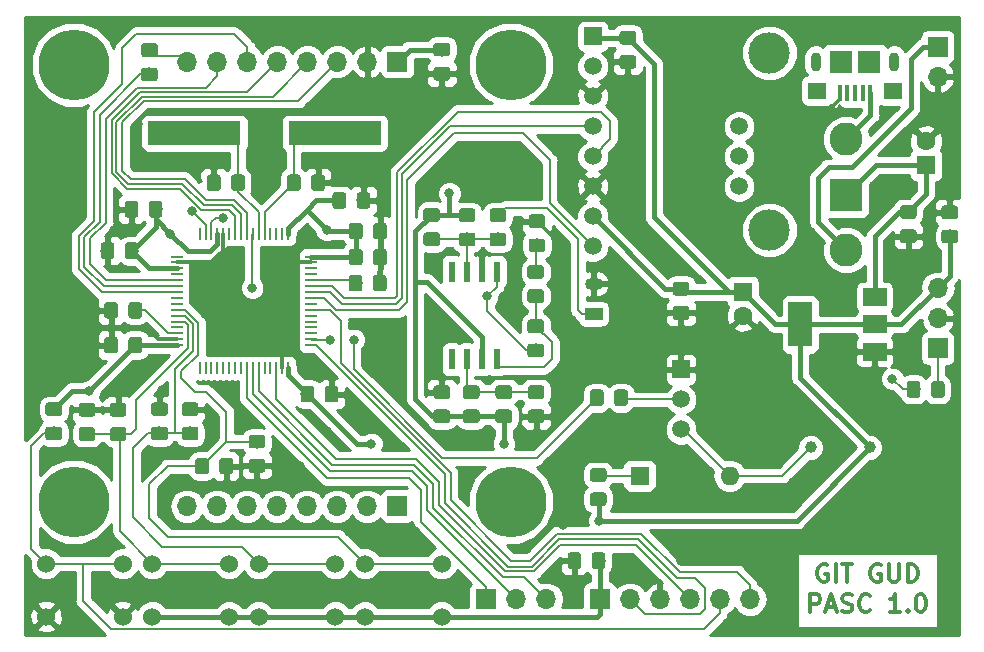
<source format=gbr>
G04 #@! TF.GenerationSoftware,KiCad,Pcbnew,(5.0.2)-1*
G04 #@! TF.CreationDate,2019-02-15T20:24:45+01:00*
G04 #@! TF.ProjectId,PCB_Simon_mount_rev2,5043425f-5369-46d6-9f6e-5f6d6f756e74,rev?*
G04 #@! TF.SameCoordinates,Original*
G04 #@! TF.FileFunction,Copper,L1,Top*
G04 #@! TF.FilePolarity,Positive*
%FSLAX46Y46*%
G04 Gerber Fmt 4.6, Leading zero omitted, Abs format (unit mm)*
G04 Created by KiCad (PCBNEW (5.0.2)-1) date 2019-02-15 20:24:45*
%MOMM*%
%LPD*%
G01*
G04 APERTURE LIST*
G04 #@! TA.AperFunction,NonConductor*
%ADD10C,0.300000*%
G04 #@! TD*
G04 #@! TA.AperFunction,ComponentPad*
%ADD11C,2.800000*%
G04 #@! TD*
G04 #@! TA.AperFunction,ComponentPad*
%ADD12R,2.800000X2.800000*%
G04 #@! TD*
G04 #@! TA.AperFunction,SMDPad,CuDef*
%ADD13R,0.400000X1.350000*%
G04 #@! TD*
G04 #@! TA.AperFunction,ComponentPad*
%ADD14O,0.900000X1.600000*%
G04 #@! TD*
G04 #@! TA.AperFunction,SMDPad,CuDef*
%ADD15R,1.600000X1.400000*%
G04 #@! TD*
G04 #@! TA.AperFunction,SMDPad,CuDef*
%ADD16R,1.900000X1.900000*%
G04 #@! TD*
G04 #@! TA.AperFunction,ComponentPad*
%ADD17O,1.700000X1.700000*%
G04 #@! TD*
G04 #@! TA.AperFunction,ComponentPad*
%ADD18R,1.700000X1.700000*%
G04 #@! TD*
G04 #@! TA.AperFunction,ComponentPad*
%ADD19C,6.000000*%
G04 #@! TD*
G04 #@! TA.AperFunction,Conductor*
%ADD20C,0.100000*%
G04 #@! TD*
G04 #@! TA.AperFunction,SMDPad,CuDef*
%ADD21C,1.150000*%
G04 #@! TD*
G04 #@! TA.AperFunction,ComponentPad*
%ADD22C,1.600000*%
G04 #@! TD*
G04 #@! TA.AperFunction,ComponentPad*
%ADD23R,1.600000X1.600000*%
G04 #@! TD*
G04 #@! TA.AperFunction,ComponentPad*
%ADD24O,1.600000X1.600000*%
G04 #@! TD*
G04 #@! TA.AperFunction,ComponentPad*
%ADD25C,1.500000*%
G04 #@! TD*
G04 #@! TA.AperFunction,ComponentPad*
%ADD26R,1.500000X1.500000*%
G04 #@! TD*
G04 #@! TA.AperFunction,ComponentPad*
%ADD27R,1.500000X1.050000*%
G04 #@! TD*
G04 #@! TA.AperFunction,ComponentPad*
%ADD28O,1.500000X1.050000*%
G04 #@! TD*
G04 #@! TA.AperFunction,SMDPad,CuDef*
%ADD29R,2.000000X3.800000*%
G04 #@! TD*
G04 #@! TA.AperFunction,SMDPad,CuDef*
%ADD30R,2.000000X1.500000*%
G04 #@! TD*
G04 #@! TA.AperFunction,SMDPad,CuDef*
%ADD31R,0.250000X1.000000*%
G04 #@! TD*
G04 #@! TA.AperFunction,SMDPad,CuDef*
%ADD32R,1.000000X0.250000*%
G04 #@! TD*
G04 #@! TA.AperFunction,ComponentPad*
%ADD33C,3.500000*%
G04 #@! TD*
G04 #@! TA.AperFunction,SMDPad,CuDef*
%ADD34R,0.550000X1.750000*%
G04 #@! TD*
G04 #@! TA.AperFunction,ComponentPad*
%ADD35C,1.000000*%
G04 #@! TD*
G04 #@! TA.AperFunction,ComponentPad*
%ADD36C,1.524000*%
G04 #@! TD*
G04 #@! TA.AperFunction,SMDPad,CuDef*
%ADD37R,7.875000X2.000000*%
G04 #@! TD*
G04 #@! TA.AperFunction,ViaPad*
%ADD38C,0.800000*%
G04 #@! TD*
G04 #@! TA.AperFunction,Conductor*
%ADD39C,0.300000*%
G04 #@! TD*
G04 #@! TA.AperFunction,Conductor*
%ADD40C,0.400000*%
G04 #@! TD*
G04 #@! TA.AperFunction,Conductor*
%ADD41C,0.200000*%
G04 #@! TD*
G04 #@! TA.AperFunction,Conductor*
%ADD42C,0.254000*%
G04 #@! TD*
G04 APERTURE END LIST*
D10*
X82407142Y-60375000D02*
X82264285Y-60303571D01*
X82050000Y-60303571D01*
X81835714Y-60375000D01*
X81692857Y-60517857D01*
X81621428Y-60660714D01*
X81550000Y-60946428D01*
X81550000Y-61160714D01*
X81621428Y-61446428D01*
X81692857Y-61589285D01*
X81835714Y-61732142D01*
X82050000Y-61803571D01*
X82192857Y-61803571D01*
X82407142Y-61732142D01*
X82478571Y-61660714D01*
X82478571Y-61160714D01*
X82192857Y-61160714D01*
X83121428Y-61803571D02*
X83121428Y-60303571D01*
X83621428Y-60303571D02*
X84478571Y-60303571D01*
X84050000Y-61803571D02*
X84050000Y-60303571D01*
X86907142Y-60375000D02*
X86764285Y-60303571D01*
X86550000Y-60303571D01*
X86335714Y-60375000D01*
X86192857Y-60517857D01*
X86121428Y-60660714D01*
X86050000Y-60946428D01*
X86050000Y-61160714D01*
X86121428Y-61446428D01*
X86192857Y-61589285D01*
X86335714Y-61732142D01*
X86550000Y-61803571D01*
X86692857Y-61803571D01*
X86907142Y-61732142D01*
X86978571Y-61660714D01*
X86978571Y-61160714D01*
X86692857Y-61160714D01*
X87621428Y-60303571D02*
X87621428Y-61517857D01*
X87692857Y-61660714D01*
X87764285Y-61732142D01*
X87907142Y-61803571D01*
X88192857Y-61803571D01*
X88335714Y-61732142D01*
X88407142Y-61660714D01*
X88478571Y-61517857D01*
X88478571Y-60303571D01*
X89192857Y-61803571D02*
X89192857Y-60303571D01*
X89550000Y-60303571D01*
X89764285Y-60375000D01*
X89907142Y-60517857D01*
X89978571Y-60660714D01*
X90050000Y-60946428D01*
X90050000Y-61160714D01*
X89978571Y-61446428D01*
X89907142Y-61589285D01*
X89764285Y-61732142D01*
X89550000Y-61803571D01*
X89192857Y-61803571D01*
X80942857Y-64353571D02*
X80942857Y-62853571D01*
X81514285Y-62853571D01*
X81657142Y-62925000D01*
X81728571Y-62996428D01*
X81800000Y-63139285D01*
X81800000Y-63353571D01*
X81728571Y-63496428D01*
X81657142Y-63567857D01*
X81514285Y-63639285D01*
X80942857Y-63639285D01*
X82371428Y-63925000D02*
X83085714Y-63925000D01*
X82228571Y-64353571D02*
X82728571Y-62853571D01*
X83228571Y-64353571D01*
X83657142Y-64282142D02*
X83871428Y-64353571D01*
X84228571Y-64353571D01*
X84371428Y-64282142D01*
X84442857Y-64210714D01*
X84514285Y-64067857D01*
X84514285Y-63925000D01*
X84442857Y-63782142D01*
X84371428Y-63710714D01*
X84228571Y-63639285D01*
X83942857Y-63567857D01*
X83800000Y-63496428D01*
X83728571Y-63425000D01*
X83657142Y-63282142D01*
X83657142Y-63139285D01*
X83728571Y-62996428D01*
X83800000Y-62925000D01*
X83942857Y-62853571D01*
X84300000Y-62853571D01*
X84514285Y-62925000D01*
X86014285Y-64210714D02*
X85942857Y-64282142D01*
X85728571Y-64353571D01*
X85585714Y-64353571D01*
X85371428Y-64282142D01*
X85228571Y-64139285D01*
X85157142Y-63996428D01*
X85085714Y-63710714D01*
X85085714Y-63496428D01*
X85157142Y-63210714D01*
X85228571Y-63067857D01*
X85371428Y-62925000D01*
X85585714Y-62853571D01*
X85728571Y-62853571D01*
X85942857Y-62925000D01*
X86014285Y-62996428D01*
X88585714Y-64353571D02*
X87728571Y-64353571D01*
X88157142Y-64353571D02*
X88157142Y-62853571D01*
X88014285Y-63067857D01*
X87871428Y-63210714D01*
X87728571Y-63282142D01*
X89228571Y-64210714D02*
X89300000Y-64282142D01*
X89228571Y-64353571D01*
X89157142Y-64282142D01*
X89228571Y-64210714D01*
X89228571Y-64353571D01*
X90228571Y-62853571D02*
X90371428Y-62853571D01*
X90514285Y-62925000D01*
X90585714Y-62996428D01*
X90657142Y-63139285D01*
X90728571Y-63425000D01*
X90728571Y-63782142D01*
X90657142Y-64067857D01*
X90585714Y-64210714D01*
X90514285Y-64282142D01*
X90371428Y-64353571D01*
X90228571Y-64353571D01*
X90085714Y-64282142D01*
X90014285Y-64210714D01*
X89942857Y-64067857D01*
X89871428Y-63782142D01*
X89871428Y-63425000D01*
X89942857Y-63139285D01*
X90014285Y-62996428D01*
X90085714Y-62925000D01*
X90228571Y-62853571D01*
D11*
G04 #@! TO.P,SW1,1*
G04 #@! TO.N,+BATT*
X84000000Y-33700000D03*
D12*
G04 #@! TO.P,SW1,2*
G04 #@! TO.N,+VIN*
X84000000Y-29000000D03*
D11*
G04 #@! TO.P,SW1,3*
G04 #@! TO.N,+5V*
X84000000Y-24300000D03*
G04 #@! TD*
D13*
G04 #@! TO.P,J1,3*
G04 #@! TO.N,/Data+*
X84750000Y-20425000D03*
G04 #@! TO.P,J1,4*
G04 #@! TO.N,Net-(J1-Pad4)*
X84100000Y-20425000D03*
G04 #@! TO.P,J1,5*
G04 #@! TO.N,GND*
X83450000Y-20425000D03*
G04 #@! TO.P,J1,2*
G04 #@! TO.N,/Data-*
X85400000Y-20425000D03*
G04 #@! TO.P,J1,1*
G04 #@! TO.N,+5V*
X86050000Y-20425000D03*
D14*
G04 #@! TO.P,J1,*
G04 #@! TO.N,*
X81450000Y-17750000D03*
X88050000Y-17750000D03*
D15*
X87950000Y-20200000D03*
X81550000Y-20200000D03*
D16*
X85950000Y-17750000D03*
X83550000Y-17750000D03*
G04 #@! TD*
D17*
G04 #@! TO.P,U6,8*
G04 #@! TO.N,/Display/LED*
X28220000Y-17750000D03*
G04 #@! TO.P,U6,7*
G04 #@! TO.N,/SPI1_SCK*
X30760000Y-17750000D03*
G04 #@! TO.P,U6,6*
G04 #@! TO.N,/SPI1_MOSI*
X33300000Y-17750000D03*
G04 #@! TO.P,U6,5*
G04 #@! TO.N,/LCD_DC*
X35840000Y-17750000D03*
G04 #@! TO.P,U6,4*
G04 #@! TO.N,/LCD_RST*
X38380000Y-17750000D03*
G04 #@! TO.P,U6,3*
G04 #@! TO.N,/LCD_SCE*
X40920000Y-17750000D03*
G04 #@! TO.P,U6,2*
G04 #@! TO.N,GND*
X43460000Y-17750000D03*
D18*
G04 #@! TO.P,U6,1*
G04 #@! TO.N,+3V3*
X46000000Y-17750000D03*
D17*
G04 #@! TO.P,U6,*
G04 #@! TO.N,*
X40893190Y-55375125D03*
X35813190Y-55375125D03*
X38353190Y-55375125D03*
X30733190Y-55375125D03*
X33273190Y-55375125D03*
X28193190Y-55375125D03*
X43433190Y-55375125D03*
D18*
X45973190Y-55375125D03*
D19*
X55600000Y-18000000D03*
X18600000Y-18000000D03*
X18600000Y-55000000D03*
X55600000Y-55000000D03*
G04 #@! TD*
D20*
G04 #@! TO.N,+3V3*
G04 #@! TO.C,C10*
G36*
X42824505Y-31401204D02*
X42848773Y-31404804D01*
X42872572Y-31410765D01*
X42895671Y-31419030D01*
X42917850Y-31429520D01*
X42938893Y-31442132D01*
X42958599Y-31456747D01*
X42976777Y-31473223D01*
X42993253Y-31491401D01*
X43007868Y-31511107D01*
X43020480Y-31532150D01*
X43030970Y-31554329D01*
X43039235Y-31577428D01*
X43045196Y-31601227D01*
X43048796Y-31625495D01*
X43050000Y-31649999D01*
X43050000Y-32550001D01*
X43048796Y-32574505D01*
X43045196Y-32598773D01*
X43039235Y-32622572D01*
X43030970Y-32645671D01*
X43020480Y-32667850D01*
X43007868Y-32688893D01*
X42993253Y-32708599D01*
X42976777Y-32726777D01*
X42958599Y-32743253D01*
X42938893Y-32757868D01*
X42917850Y-32770480D01*
X42895671Y-32780970D01*
X42872572Y-32789235D01*
X42848773Y-32795196D01*
X42824505Y-32798796D01*
X42800001Y-32800000D01*
X42149999Y-32800000D01*
X42125495Y-32798796D01*
X42101227Y-32795196D01*
X42077428Y-32789235D01*
X42054329Y-32780970D01*
X42032150Y-32770480D01*
X42011107Y-32757868D01*
X41991401Y-32743253D01*
X41973223Y-32726777D01*
X41956747Y-32708599D01*
X41942132Y-32688893D01*
X41929520Y-32667850D01*
X41919030Y-32645671D01*
X41910765Y-32622572D01*
X41904804Y-32598773D01*
X41901204Y-32574505D01*
X41900000Y-32550001D01*
X41900000Y-31649999D01*
X41901204Y-31625495D01*
X41904804Y-31601227D01*
X41910765Y-31577428D01*
X41919030Y-31554329D01*
X41929520Y-31532150D01*
X41942132Y-31511107D01*
X41956747Y-31491401D01*
X41973223Y-31473223D01*
X41991401Y-31456747D01*
X42011107Y-31442132D01*
X42032150Y-31429520D01*
X42054329Y-31419030D01*
X42077428Y-31410765D01*
X42101227Y-31404804D01*
X42125495Y-31401204D01*
X42149999Y-31400000D01*
X42800001Y-31400000D01*
X42824505Y-31401204D01*
X42824505Y-31401204D01*
G37*
D21*
G04 #@! TD*
G04 #@! TO.P,C10,1*
G04 #@! TO.N,+3V3*
X42475000Y-32100000D03*
D20*
G04 #@! TO.N,GND*
G04 #@! TO.C,C10*
G36*
X44874505Y-31401204D02*
X44898773Y-31404804D01*
X44922572Y-31410765D01*
X44945671Y-31419030D01*
X44967850Y-31429520D01*
X44988893Y-31442132D01*
X45008599Y-31456747D01*
X45026777Y-31473223D01*
X45043253Y-31491401D01*
X45057868Y-31511107D01*
X45070480Y-31532150D01*
X45080970Y-31554329D01*
X45089235Y-31577428D01*
X45095196Y-31601227D01*
X45098796Y-31625495D01*
X45100000Y-31649999D01*
X45100000Y-32550001D01*
X45098796Y-32574505D01*
X45095196Y-32598773D01*
X45089235Y-32622572D01*
X45080970Y-32645671D01*
X45070480Y-32667850D01*
X45057868Y-32688893D01*
X45043253Y-32708599D01*
X45026777Y-32726777D01*
X45008599Y-32743253D01*
X44988893Y-32757868D01*
X44967850Y-32770480D01*
X44945671Y-32780970D01*
X44922572Y-32789235D01*
X44898773Y-32795196D01*
X44874505Y-32798796D01*
X44850001Y-32800000D01*
X44199999Y-32800000D01*
X44175495Y-32798796D01*
X44151227Y-32795196D01*
X44127428Y-32789235D01*
X44104329Y-32780970D01*
X44082150Y-32770480D01*
X44061107Y-32757868D01*
X44041401Y-32743253D01*
X44023223Y-32726777D01*
X44006747Y-32708599D01*
X43992132Y-32688893D01*
X43979520Y-32667850D01*
X43969030Y-32645671D01*
X43960765Y-32622572D01*
X43954804Y-32598773D01*
X43951204Y-32574505D01*
X43950000Y-32550001D01*
X43950000Y-31649999D01*
X43951204Y-31625495D01*
X43954804Y-31601227D01*
X43960765Y-31577428D01*
X43969030Y-31554329D01*
X43979520Y-31532150D01*
X43992132Y-31511107D01*
X44006747Y-31491401D01*
X44023223Y-31473223D01*
X44041401Y-31456747D01*
X44061107Y-31442132D01*
X44082150Y-31429520D01*
X44104329Y-31419030D01*
X44127428Y-31410765D01*
X44151227Y-31404804D01*
X44175495Y-31401204D01*
X44199999Y-31400000D01*
X44850001Y-31400000D01*
X44874505Y-31401204D01*
X44874505Y-31401204D01*
G37*
D21*
G04 #@! TD*
G04 #@! TO.P,C10,2*
G04 #@! TO.N,GND*
X44525000Y-32100000D03*
D18*
G04 #@! TO.P,BT1,1*
G04 #@! TO.N,+BATT*
X91750000Y-16500000D03*
D17*
G04 #@! TO.P,BT1,2*
G04 #@! TO.N,GND*
X91750000Y-19040000D03*
G04 #@! TD*
D22*
G04 #@! TO.P,C1,2*
G04 #@! TO.N,GND*
X90750000Y-24500000D03*
D23*
G04 #@! TO.P,C1,1*
G04 #@! TO.N,+VIN*
X90750000Y-26500000D03*
G04 #@! TD*
D20*
G04 #@! TO.N,+VIN*
G04 #@! TO.C,C2*
G36*
X89724505Y-29901204D02*
X89748773Y-29904804D01*
X89772572Y-29910765D01*
X89795671Y-29919030D01*
X89817850Y-29929520D01*
X89838893Y-29942132D01*
X89858599Y-29956747D01*
X89876777Y-29973223D01*
X89893253Y-29991401D01*
X89907868Y-30011107D01*
X89920480Y-30032150D01*
X89930970Y-30054329D01*
X89939235Y-30077428D01*
X89945196Y-30101227D01*
X89948796Y-30125495D01*
X89950000Y-30149999D01*
X89950000Y-30800001D01*
X89948796Y-30824505D01*
X89945196Y-30848773D01*
X89939235Y-30872572D01*
X89930970Y-30895671D01*
X89920480Y-30917850D01*
X89907868Y-30938893D01*
X89893253Y-30958599D01*
X89876777Y-30976777D01*
X89858599Y-30993253D01*
X89838893Y-31007868D01*
X89817850Y-31020480D01*
X89795671Y-31030970D01*
X89772572Y-31039235D01*
X89748773Y-31045196D01*
X89724505Y-31048796D01*
X89700001Y-31050000D01*
X88799999Y-31050000D01*
X88775495Y-31048796D01*
X88751227Y-31045196D01*
X88727428Y-31039235D01*
X88704329Y-31030970D01*
X88682150Y-31020480D01*
X88661107Y-31007868D01*
X88641401Y-30993253D01*
X88623223Y-30976777D01*
X88606747Y-30958599D01*
X88592132Y-30938893D01*
X88579520Y-30917850D01*
X88569030Y-30895671D01*
X88560765Y-30872572D01*
X88554804Y-30848773D01*
X88551204Y-30824505D01*
X88550000Y-30800001D01*
X88550000Y-30149999D01*
X88551204Y-30125495D01*
X88554804Y-30101227D01*
X88560765Y-30077428D01*
X88569030Y-30054329D01*
X88579520Y-30032150D01*
X88592132Y-30011107D01*
X88606747Y-29991401D01*
X88623223Y-29973223D01*
X88641401Y-29956747D01*
X88661107Y-29942132D01*
X88682150Y-29929520D01*
X88704329Y-29919030D01*
X88727428Y-29910765D01*
X88751227Y-29904804D01*
X88775495Y-29901204D01*
X88799999Y-29900000D01*
X89700001Y-29900000D01*
X89724505Y-29901204D01*
X89724505Y-29901204D01*
G37*
D21*
G04 #@! TD*
G04 #@! TO.P,C2,1*
G04 #@! TO.N,+VIN*
X89250000Y-30475000D03*
D20*
G04 #@! TO.N,GND*
G04 #@! TO.C,C2*
G36*
X89724505Y-31951204D02*
X89748773Y-31954804D01*
X89772572Y-31960765D01*
X89795671Y-31969030D01*
X89817850Y-31979520D01*
X89838893Y-31992132D01*
X89858599Y-32006747D01*
X89876777Y-32023223D01*
X89893253Y-32041401D01*
X89907868Y-32061107D01*
X89920480Y-32082150D01*
X89930970Y-32104329D01*
X89939235Y-32127428D01*
X89945196Y-32151227D01*
X89948796Y-32175495D01*
X89950000Y-32199999D01*
X89950000Y-32850001D01*
X89948796Y-32874505D01*
X89945196Y-32898773D01*
X89939235Y-32922572D01*
X89930970Y-32945671D01*
X89920480Y-32967850D01*
X89907868Y-32988893D01*
X89893253Y-33008599D01*
X89876777Y-33026777D01*
X89858599Y-33043253D01*
X89838893Y-33057868D01*
X89817850Y-33070480D01*
X89795671Y-33080970D01*
X89772572Y-33089235D01*
X89748773Y-33095196D01*
X89724505Y-33098796D01*
X89700001Y-33100000D01*
X88799999Y-33100000D01*
X88775495Y-33098796D01*
X88751227Y-33095196D01*
X88727428Y-33089235D01*
X88704329Y-33080970D01*
X88682150Y-33070480D01*
X88661107Y-33057868D01*
X88641401Y-33043253D01*
X88623223Y-33026777D01*
X88606747Y-33008599D01*
X88592132Y-32988893D01*
X88579520Y-32967850D01*
X88569030Y-32945671D01*
X88560765Y-32922572D01*
X88554804Y-32898773D01*
X88551204Y-32874505D01*
X88550000Y-32850001D01*
X88550000Y-32199999D01*
X88551204Y-32175495D01*
X88554804Y-32151227D01*
X88560765Y-32127428D01*
X88569030Y-32104329D01*
X88579520Y-32082150D01*
X88592132Y-32061107D01*
X88606747Y-32041401D01*
X88623223Y-32023223D01*
X88641401Y-32006747D01*
X88661107Y-31992132D01*
X88682150Y-31979520D01*
X88704329Y-31969030D01*
X88727428Y-31960765D01*
X88751227Y-31954804D01*
X88775495Y-31951204D01*
X88799999Y-31950000D01*
X89700001Y-31950000D01*
X89724505Y-31951204D01*
X89724505Y-31951204D01*
G37*
D21*
G04 #@! TD*
G04 #@! TO.P,C2,2*
G04 #@! TO.N,GND*
X89250000Y-32525000D03*
D20*
G04 #@! TO.N,GND*
G04 #@! TO.C,C3*
G36*
X61324505Y-59301204D02*
X61348773Y-59304804D01*
X61372572Y-59310765D01*
X61395671Y-59319030D01*
X61417850Y-59329520D01*
X61438893Y-59342132D01*
X61458599Y-59356747D01*
X61476777Y-59373223D01*
X61493253Y-59391401D01*
X61507868Y-59411107D01*
X61520480Y-59432150D01*
X61530970Y-59454329D01*
X61539235Y-59477428D01*
X61545196Y-59501227D01*
X61548796Y-59525495D01*
X61550000Y-59549999D01*
X61550000Y-60450001D01*
X61548796Y-60474505D01*
X61545196Y-60498773D01*
X61539235Y-60522572D01*
X61530970Y-60545671D01*
X61520480Y-60567850D01*
X61507868Y-60588893D01*
X61493253Y-60608599D01*
X61476777Y-60626777D01*
X61458599Y-60643253D01*
X61438893Y-60657868D01*
X61417850Y-60670480D01*
X61395671Y-60680970D01*
X61372572Y-60689235D01*
X61348773Y-60695196D01*
X61324505Y-60698796D01*
X61300001Y-60700000D01*
X60649999Y-60700000D01*
X60625495Y-60698796D01*
X60601227Y-60695196D01*
X60577428Y-60689235D01*
X60554329Y-60680970D01*
X60532150Y-60670480D01*
X60511107Y-60657868D01*
X60491401Y-60643253D01*
X60473223Y-60626777D01*
X60456747Y-60608599D01*
X60442132Y-60588893D01*
X60429520Y-60567850D01*
X60419030Y-60545671D01*
X60410765Y-60522572D01*
X60404804Y-60498773D01*
X60401204Y-60474505D01*
X60400000Y-60450001D01*
X60400000Y-59549999D01*
X60401204Y-59525495D01*
X60404804Y-59501227D01*
X60410765Y-59477428D01*
X60419030Y-59454329D01*
X60429520Y-59432150D01*
X60442132Y-59411107D01*
X60456747Y-59391401D01*
X60473223Y-59373223D01*
X60491401Y-59356747D01*
X60511107Y-59342132D01*
X60532150Y-59329520D01*
X60554329Y-59319030D01*
X60577428Y-59310765D01*
X60601227Y-59304804D01*
X60625495Y-59301204D01*
X60649999Y-59300000D01*
X61300001Y-59300000D01*
X61324505Y-59301204D01*
X61324505Y-59301204D01*
G37*
D21*
G04 #@! TD*
G04 #@! TO.P,C3,2*
G04 #@! TO.N,GND*
X60975000Y-60000000D03*
D20*
G04 #@! TO.N,+3V3*
G04 #@! TO.C,C3*
G36*
X63374505Y-59301204D02*
X63398773Y-59304804D01*
X63422572Y-59310765D01*
X63445671Y-59319030D01*
X63467850Y-59329520D01*
X63488893Y-59342132D01*
X63508599Y-59356747D01*
X63526777Y-59373223D01*
X63543253Y-59391401D01*
X63557868Y-59411107D01*
X63570480Y-59432150D01*
X63580970Y-59454329D01*
X63589235Y-59477428D01*
X63595196Y-59501227D01*
X63598796Y-59525495D01*
X63600000Y-59549999D01*
X63600000Y-60450001D01*
X63598796Y-60474505D01*
X63595196Y-60498773D01*
X63589235Y-60522572D01*
X63580970Y-60545671D01*
X63570480Y-60567850D01*
X63557868Y-60588893D01*
X63543253Y-60608599D01*
X63526777Y-60626777D01*
X63508599Y-60643253D01*
X63488893Y-60657868D01*
X63467850Y-60670480D01*
X63445671Y-60680970D01*
X63422572Y-60689235D01*
X63398773Y-60695196D01*
X63374505Y-60698796D01*
X63350001Y-60700000D01*
X62699999Y-60700000D01*
X62675495Y-60698796D01*
X62651227Y-60695196D01*
X62627428Y-60689235D01*
X62604329Y-60680970D01*
X62582150Y-60670480D01*
X62561107Y-60657868D01*
X62541401Y-60643253D01*
X62523223Y-60626777D01*
X62506747Y-60608599D01*
X62492132Y-60588893D01*
X62479520Y-60567850D01*
X62469030Y-60545671D01*
X62460765Y-60522572D01*
X62454804Y-60498773D01*
X62451204Y-60474505D01*
X62450000Y-60450001D01*
X62450000Y-59549999D01*
X62451204Y-59525495D01*
X62454804Y-59501227D01*
X62460765Y-59477428D01*
X62469030Y-59454329D01*
X62479520Y-59432150D01*
X62492132Y-59411107D01*
X62506747Y-59391401D01*
X62523223Y-59373223D01*
X62541401Y-59356747D01*
X62561107Y-59342132D01*
X62582150Y-59329520D01*
X62604329Y-59319030D01*
X62627428Y-59310765D01*
X62651227Y-59304804D01*
X62675495Y-59301204D01*
X62699999Y-59300000D01*
X63350001Y-59300000D01*
X63374505Y-59301204D01*
X63374505Y-59301204D01*
G37*
D21*
G04 #@! TD*
G04 #@! TO.P,C3,1*
G04 #@! TO.N,+3V3*
X63025000Y-60000000D03*
D23*
G04 #@! TO.P,C4,1*
G04 #@! TO.N,+3V3*
X75250000Y-37250000D03*
D22*
G04 #@! TO.P,C4,2*
G04 #@! TO.N,GND*
X75250000Y-39250000D03*
G04 #@! TD*
D20*
G04 #@! TO.N,GND*
G04 #@! TO.C,C5*
G36*
X70474505Y-38451204D02*
X70498773Y-38454804D01*
X70522572Y-38460765D01*
X70545671Y-38469030D01*
X70567850Y-38479520D01*
X70588893Y-38492132D01*
X70608599Y-38506747D01*
X70626777Y-38523223D01*
X70643253Y-38541401D01*
X70657868Y-38561107D01*
X70670480Y-38582150D01*
X70680970Y-38604329D01*
X70689235Y-38627428D01*
X70695196Y-38651227D01*
X70698796Y-38675495D01*
X70700000Y-38699999D01*
X70700000Y-39350001D01*
X70698796Y-39374505D01*
X70695196Y-39398773D01*
X70689235Y-39422572D01*
X70680970Y-39445671D01*
X70670480Y-39467850D01*
X70657868Y-39488893D01*
X70643253Y-39508599D01*
X70626777Y-39526777D01*
X70608599Y-39543253D01*
X70588893Y-39557868D01*
X70567850Y-39570480D01*
X70545671Y-39580970D01*
X70522572Y-39589235D01*
X70498773Y-39595196D01*
X70474505Y-39598796D01*
X70450001Y-39600000D01*
X69549999Y-39600000D01*
X69525495Y-39598796D01*
X69501227Y-39595196D01*
X69477428Y-39589235D01*
X69454329Y-39580970D01*
X69432150Y-39570480D01*
X69411107Y-39557868D01*
X69391401Y-39543253D01*
X69373223Y-39526777D01*
X69356747Y-39508599D01*
X69342132Y-39488893D01*
X69329520Y-39467850D01*
X69319030Y-39445671D01*
X69310765Y-39422572D01*
X69304804Y-39398773D01*
X69301204Y-39374505D01*
X69300000Y-39350001D01*
X69300000Y-38699999D01*
X69301204Y-38675495D01*
X69304804Y-38651227D01*
X69310765Y-38627428D01*
X69319030Y-38604329D01*
X69329520Y-38582150D01*
X69342132Y-38561107D01*
X69356747Y-38541401D01*
X69373223Y-38523223D01*
X69391401Y-38506747D01*
X69411107Y-38492132D01*
X69432150Y-38479520D01*
X69454329Y-38469030D01*
X69477428Y-38460765D01*
X69501227Y-38454804D01*
X69525495Y-38451204D01*
X69549999Y-38450000D01*
X70450001Y-38450000D01*
X70474505Y-38451204D01*
X70474505Y-38451204D01*
G37*
D21*
G04 #@! TD*
G04 #@! TO.P,C5,2*
G04 #@! TO.N,GND*
X70000000Y-39025000D03*
D20*
G04 #@! TO.N,+3V3*
G04 #@! TO.C,C5*
G36*
X70474505Y-36401204D02*
X70498773Y-36404804D01*
X70522572Y-36410765D01*
X70545671Y-36419030D01*
X70567850Y-36429520D01*
X70588893Y-36442132D01*
X70608599Y-36456747D01*
X70626777Y-36473223D01*
X70643253Y-36491401D01*
X70657868Y-36511107D01*
X70670480Y-36532150D01*
X70680970Y-36554329D01*
X70689235Y-36577428D01*
X70695196Y-36601227D01*
X70698796Y-36625495D01*
X70700000Y-36649999D01*
X70700000Y-37300001D01*
X70698796Y-37324505D01*
X70695196Y-37348773D01*
X70689235Y-37372572D01*
X70680970Y-37395671D01*
X70670480Y-37417850D01*
X70657868Y-37438893D01*
X70643253Y-37458599D01*
X70626777Y-37476777D01*
X70608599Y-37493253D01*
X70588893Y-37507868D01*
X70567850Y-37520480D01*
X70545671Y-37530970D01*
X70522572Y-37539235D01*
X70498773Y-37545196D01*
X70474505Y-37548796D01*
X70450001Y-37550000D01*
X69549999Y-37550000D01*
X69525495Y-37548796D01*
X69501227Y-37545196D01*
X69477428Y-37539235D01*
X69454329Y-37530970D01*
X69432150Y-37520480D01*
X69411107Y-37507868D01*
X69391401Y-37493253D01*
X69373223Y-37476777D01*
X69356747Y-37458599D01*
X69342132Y-37438893D01*
X69329520Y-37417850D01*
X69319030Y-37395671D01*
X69310765Y-37372572D01*
X69304804Y-37348773D01*
X69301204Y-37324505D01*
X69300000Y-37300001D01*
X69300000Y-36649999D01*
X69301204Y-36625495D01*
X69304804Y-36601227D01*
X69310765Y-36577428D01*
X69319030Y-36554329D01*
X69329520Y-36532150D01*
X69342132Y-36511107D01*
X69356747Y-36491401D01*
X69373223Y-36473223D01*
X69391401Y-36456747D01*
X69411107Y-36442132D01*
X69432150Y-36429520D01*
X69454329Y-36419030D01*
X69477428Y-36410765D01*
X69501227Y-36404804D01*
X69525495Y-36401204D01*
X69549999Y-36400000D01*
X70450001Y-36400000D01*
X70474505Y-36401204D01*
X70474505Y-36401204D01*
G37*
D21*
G04 #@! TD*
G04 #@! TO.P,C5,1*
G04 #@! TO.N,+3V3*
X70000000Y-36975000D03*
D20*
G04 #@! TO.N,GND*
G04 #@! TO.C,C6*
G36*
X39624505Y-27301204D02*
X39648773Y-27304804D01*
X39672572Y-27310765D01*
X39695671Y-27319030D01*
X39717850Y-27329520D01*
X39738893Y-27342132D01*
X39758599Y-27356747D01*
X39776777Y-27373223D01*
X39793253Y-27391401D01*
X39807868Y-27411107D01*
X39820480Y-27432150D01*
X39830970Y-27454329D01*
X39839235Y-27477428D01*
X39845196Y-27501227D01*
X39848796Y-27525495D01*
X39850000Y-27549999D01*
X39850000Y-28450001D01*
X39848796Y-28474505D01*
X39845196Y-28498773D01*
X39839235Y-28522572D01*
X39830970Y-28545671D01*
X39820480Y-28567850D01*
X39807868Y-28588893D01*
X39793253Y-28608599D01*
X39776777Y-28626777D01*
X39758599Y-28643253D01*
X39738893Y-28657868D01*
X39717850Y-28670480D01*
X39695671Y-28680970D01*
X39672572Y-28689235D01*
X39648773Y-28695196D01*
X39624505Y-28698796D01*
X39600001Y-28700000D01*
X38949999Y-28700000D01*
X38925495Y-28698796D01*
X38901227Y-28695196D01*
X38877428Y-28689235D01*
X38854329Y-28680970D01*
X38832150Y-28670480D01*
X38811107Y-28657868D01*
X38791401Y-28643253D01*
X38773223Y-28626777D01*
X38756747Y-28608599D01*
X38742132Y-28588893D01*
X38729520Y-28567850D01*
X38719030Y-28545671D01*
X38710765Y-28522572D01*
X38704804Y-28498773D01*
X38701204Y-28474505D01*
X38700000Y-28450001D01*
X38700000Y-27549999D01*
X38701204Y-27525495D01*
X38704804Y-27501227D01*
X38710765Y-27477428D01*
X38719030Y-27454329D01*
X38729520Y-27432150D01*
X38742132Y-27411107D01*
X38756747Y-27391401D01*
X38773223Y-27373223D01*
X38791401Y-27356747D01*
X38811107Y-27342132D01*
X38832150Y-27329520D01*
X38854329Y-27319030D01*
X38877428Y-27310765D01*
X38901227Y-27304804D01*
X38925495Y-27301204D01*
X38949999Y-27300000D01*
X39600001Y-27300000D01*
X39624505Y-27301204D01*
X39624505Y-27301204D01*
G37*
D21*
G04 #@! TD*
G04 #@! TO.P,C6,2*
G04 #@! TO.N,GND*
X39275000Y-28000000D03*
D20*
G04 #@! TO.N,/XTAL+*
G04 #@! TO.C,C6*
G36*
X37574505Y-27301204D02*
X37598773Y-27304804D01*
X37622572Y-27310765D01*
X37645671Y-27319030D01*
X37667850Y-27329520D01*
X37688893Y-27342132D01*
X37708599Y-27356747D01*
X37726777Y-27373223D01*
X37743253Y-27391401D01*
X37757868Y-27411107D01*
X37770480Y-27432150D01*
X37780970Y-27454329D01*
X37789235Y-27477428D01*
X37795196Y-27501227D01*
X37798796Y-27525495D01*
X37800000Y-27549999D01*
X37800000Y-28450001D01*
X37798796Y-28474505D01*
X37795196Y-28498773D01*
X37789235Y-28522572D01*
X37780970Y-28545671D01*
X37770480Y-28567850D01*
X37757868Y-28588893D01*
X37743253Y-28608599D01*
X37726777Y-28626777D01*
X37708599Y-28643253D01*
X37688893Y-28657868D01*
X37667850Y-28670480D01*
X37645671Y-28680970D01*
X37622572Y-28689235D01*
X37598773Y-28695196D01*
X37574505Y-28698796D01*
X37550001Y-28700000D01*
X36899999Y-28700000D01*
X36875495Y-28698796D01*
X36851227Y-28695196D01*
X36827428Y-28689235D01*
X36804329Y-28680970D01*
X36782150Y-28670480D01*
X36761107Y-28657868D01*
X36741401Y-28643253D01*
X36723223Y-28626777D01*
X36706747Y-28608599D01*
X36692132Y-28588893D01*
X36679520Y-28567850D01*
X36669030Y-28545671D01*
X36660765Y-28522572D01*
X36654804Y-28498773D01*
X36651204Y-28474505D01*
X36650000Y-28450001D01*
X36650000Y-27549999D01*
X36651204Y-27525495D01*
X36654804Y-27501227D01*
X36660765Y-27477428D01*
X36669030Y-27454329D01*
X36679520Y-27432150D01*
X36692132Y-27411107D01*
X36706747Y-27391401D01*
X36723223Y-27373223D01*
X36741401Y-27356747D01*
X36761107Y-27342132D01*
X36782150Y-27329520D01*
X36804329Y-27319030D01*
X36827428Y-27310765D01*
X36851227Y-27304804D01*
X36875495Y-27301204D01*
X36899999Y-27300000D01*
X37550001Y-27300000D01*
X37574505Y-27301204D01*
X37574505Y-27301204D01*
G37*
D21*
G04 #@! TD*
G04 #@! TO.P,C6,1*
G04 #@! TO.N,/XTAL+*
X37225000Y-28000000D03*
D20*
G04 #@! TO.N,/XTAL-*
G04 #@! TO.C,C7*
G36*
X32849505Y-27301204D02*
X32873773Y-27304804D01*
X32897572Y-27310765D01*
X32920671Y-27319030D01*
X32942850Y-27329520D01*
X32963893Y-27342132D01*
X32983599Y-27356747D01*
X33001777Y-27373223D01*
X33018253Y-27391401D01*
X33032868Y-27411107D01*
X33045480Y-27432150D01*
X33055970Y-27454329D01*
X33064235Y-27477428D01*
X33070196Y-27501227D01*
X33073796Y-27525495D01*
X33075000Y-27549999D01*
X33075000Y-28450001D01*
X33073796Y-28474505D01*
X33070196Y-28498773D01*
X33064235Y-28522572D01*
X33055970Y-28545671D01*
X33045480Y-28567850D01*
X33032868Y-28588893D01*
X33018253Y-28608599D01*
X33001777Y-28626777D01*
X32983599Y-28643253D01*
X32963893Y-28657868D01*
X32942850Y-28670480D01*
X32920671Y-28680970D01*
X32897572Y-28689235D01*
X32873773Y-28695196D01*
X32849505Y-28698796D01*
X32825001Y-28700000D01*
X32174999Y-28700000D01*
X32150495Y-28698796D01*
X32126227Y-28695196D01*
X32102428Y-28689235D01*
X32079329Y-28680970D01*
X32057150Y-28670480D01*
X32036107Y-28657868D01*
X32016401Y-28643253D01*
X31998223Y-28626777D01*
X31981747Y-28608599D01*
X31967132Y-28588893D01*
X31954520Y-28567850D01*
X31944030Y-28545671D01*
X31935765Y-28522572D01*
X31929804Y-28498773D01*
X31926204Y-28474505D01*
X31925000Y-28450001D01*
X31925000Y-27549999D01*
X31926204Y-27525495D01*
X31929804Y-27501227D01*
X31935765Y-27477428D01*
X31944030Y-27454329D01*
X31954520Y-27432150D01*
X31967132Y-27411107D01*
X31981747Y-27391401D01*
X31998223Y-27373223D01*
X32016401Y-27356747D01*
X32036107Y-27342132D01*
X32057150Y-27329520D01*
X32079329Y-27319030D01*
X32102428Y-27310765D01*
X32126227Y-27304804D01*
X32150495Y-27301204D01*
X32174999Y-27300000D01*
X32825001Y-27300000D01*
X32849505Y-27301204D01*
X32849505Y-27301204D01*
G37*
D21*
G04 #@! TD*
G04 #@! TO.P,C7,1*
G04 #@! TO.N,/XTAL-*
X32500000Y-28000000D03*
D20*
G04 #@! TO.N,GND*
G04 #@! TO.C,C7*
G36*
X30799505Y-27301204D02*
X30823773Y-27304804D01*
X30847572Y-27310765D01*
X30870671Y-27319030D01*
X30892850Y-27329520D01*
X30913893Y-27342132D01*
X30933599Y-27356747D01*
X30951777Y-27373223D01*
X30968253Y-27391401D01*
X30982868Y-27411107D01*
X30995480Y-27432150D01*
X31005970Y-27454329D01*
X31014235Y-27477428D01*
X31020196Y-27501227D01*
X31023796Y-27525495D01*
X31025000Y-27549999D01*
X31025000Y-28450001D01*
X31023796Y-28474505D01*
X31020196Y-28498773D01*
X31014235Y-28522572D01*
X31005970Y-28545671D01*
X30995480Y-28567850D01*
X30982868Y-28588893D01*
X30968253Y-28608599D01*
X30951777Y-28626777D01*
X30933599Y-28643253D01*
X30913893Y-28657868D01*
X30892850Y-28670480D01*
X30870671Y-28680970D01*
X30847572Y-28689235D01*
X30823773Y-28695196D01*
X30799505Y-28698796D01*
X30775001Y-28700000D01*
X30124999Y-28700000D01*
X30100495Y-28698796D01*
X30076227Y-28695196D01*
X30052428Y-28689235D01*
X30029329Y-28680970D01*
X30007150Y-28670480D01*
X29986107Y-28657868D01*
X29966401Y-28643253D01*
X29948223Y-28626777D01*
X29931747Y-28608599D01*
X29917132Y-28588893D01*
X29904520Y-28567850D01*
X29894030Y-28545671D01*
X29885765Y-28522572D01*
X29879804Y-28498773D01*
X29876204Y-28474505D01*
X29875000Y-28450001D01*
X29875000Y-27549999D01*
X29876204Y-27525495D01*
X29879804Y-27501227D01*
X29885765Y-27477428D01*
X29894030Y-27454329D01*
X29904520Y-27432150D01*
X29917132Y-27411107D01*
X29931747Y-27391401D01*
X29948223Y-27373223D01*
X29966401Y-27356747D01*
X29986107Y-27342132D01*
X30007150Y-27329520D01*
X30029329Y-27319030D01*
X30052428Y-27310765D01*
X30076227Y-27304804D01*
X30100495Y-27301204D01*
X30124999Y-27300000D01*
X30775001Y-27300000D01*
X30799505Y-27301204D01*
X30799505Y-27301204D01*
G37*
D21*
G04 #@! TD*
G04 #@! TO.P,C7,2*
G04 #@! TO.N,GND*
X30450000Y-28000000D03*
D20*
G04 #@! TO.N,GND*
G04 #@! TO.C,C8*
G36*
X43474505Y-28801204D02*
X43498773Y-28804804D01*
X43522572Y-28810765D01*
X43545671Y-28819030D01*
X43567850Y-28829520D01*
X43588893Y-28842132D01*
X43608599Y-28856747D01*
X43626777Y-28873223D01*
X43643253Y-28891401D01*
X43657868Y-28911107D01*
X43670480Y-28932150D01*
X43680970Y-28954329D01*
X43689235Y-28977428D01*
X43695196Y-29001227D01*
X43698796Y-29025495D01*
X43700000Y-29049999D01*
X43700000Y-29950001D01*
X43698796Y-29974505D01*
X43695196Y-29998773D01*
X43689235Y-30022572D01*
X43680970Y-30045671D01*
X43670480Y-30067850D01*
X43657868Y-30088893D01*
X43643253Y-30108599D01*
X43626777Y-30126777D01*
X43608599Y-30143253D01*
X43588893Y-30157868D01*
X43567850Y-30170480D01*
X43545671Y-30180970D01*
X43522572Y-30189235D01*
X43498773Y-30195196D01*
X43474505Y-30198796D01*
X43450001Y-30200000D01*
X42799999Y-30200000D01*
X42775495Y-30198796D01*
X42751227Y-30195196D01*
X42727428Y-30189235D01*
X42704329Y-30180970D01*
X42682150Y-30170480D01*
X42661107Y-30157868D01*
X42641401Y-30143253D01*
X42623223Y-30126777D01*
X42606747Y-30108599D01*
X42592132Y-30088893D01*
X42579520Y-30067850D01*
X42569030Y-30045671D01*
X42560765Y-30022572D01*
X42554804Y-29998773D01*
X42551204Y-29974505D01*
X42550000Y-29950001D01*
X42550000Y-29049999D01*
X42551204Y-29025495D01*
X42554804Y-29001227D01*
X42560765Y-28977428D01*
X42569030Y-28954329D01*
X42579520Y-28932150D01*
X42592132Y-28911107D01*
X42606747Y-28891401D01*
X42623223Y-28873223D01*
X42641401Y-28856747D01*
X42661107Y-28842132D01*
X42682150Y-28829520D01*
X42704329Y-28819030D01*
X42727428Y-28810765D01*
X42751227Y-28804804D01*
X42775495Y-28801204D01*
X42799999Y-28800000D01*
X43450001Y-28800000D01*
X43474505Y-28801204D01*
X43474505Y-28801204D01*
G37*
D21*
G04 #@! TD*
G04 #@! TO.P,C8,2*
G04 #@! TO.N,GND*
X43125000Y-29500000D03*
D20*
G04 #@! TO.N,+3V3*
G04 #@! TO.C,C8*
G36*
X41424505Y-28801204D02*
X41448773Y-28804804D01*
X41472572Y-28810765D01*
X41495671Y-28819030D01*
X41517850Y-28829520D01*
X41538893Y-28842132D01*
X41558599Y-28856747D01*
X41576777Y-28873223D01*
X41593253Y-28891401D01*
X41607868Y-28911107D01*
X41620480Y-28932150D01*
X41630970Y-28954329D01*
X41639235Y-28977428D01*
X41645196Y-29001227D01*
X41648796Y-29025495D01*
X41650000Y-29049999D01*
X41650000Y-29950001D01*
X41648796Y-29974505D01*
X41645196Y-29998773D01*
X41639235Y-30022572D01*
X41630970Y-30045671D01*
X41620480Y-30067850D01*
X41607868Y-30088893D01*
X41593253Y-30108599D01*
X41576777Y-30126777D01*
X41558599Y-30143253D01*
X41538893Y-30157868D01*
X41517850Y-30170480D01*
X41495671Y-30180970D01*
X41472572Y-30189235D01*
X41448773Y-30195196D01*
X41424505Y-30198796D01*
X41400001Y-30200000D01*
X40749999Y-30200000D01*
X40725495Y-30198796D01*
X40701227Y-30195196D01*
X40677428Y-30189235D01*
X40654329Y-30180970D01*
X40632150Y-30170480D01*
X40611107Y-30157868D01*
X40591401Y-30143253D01*
X40573223Y-30126777D01*
X40556747Y-30108599D01*
X40542132Y-30088893D01*
X40529520Y-30067850D01*
X40519030Y-30045671D01*
X40510765Y-30022572D01*
X40504804Y-29998773D01*
X40501204Y-29974505D01*
X40500000Y-29950001D01*
X40500000Y-29049999D01*
X40501204Y-29025495D01*
X40504804Y-29001227D01*
X40510765Y-28977428D01*
X40519030Y-28954329D01*
X40529520Y-28932150D01*
X40542132Y-28911107D01*
X40556747Y-28891401D01*
X40573223Y-28873223D01*
X40591401Y-28856747D01*
X40611107Y-28842132D01*
X40632150Y-28829520D01*
X40654329Y-28819030D01*
X40677428Y-28810765D01*
X40701227Y-28804804D01*
X40725495Y-28801204D01*
X40749999Y-28800000D01*
X41400001Y-28800000D01*
X41424505Y-28801204D01*
X41424505Y-28801204D01*
G37*
D21*
G04 #@! TD*
G04 #@! TO.P,C8,1*
G04 #@! TO.N,+3V3*
X41075000Y-29500000D03*
D20*
G04 #@! TO.N,Net-(C9-Pad1)*
G04 #@! TO.C,C9*
G36*
X24149505Y-38101204D02*
X24173773Y-38104804D01*
X24197572Y-38110765D01*
X24220671Y-38119030D01*
X24242850Y-38129520D01*
X24263893Y-38142132D01*
X24283599Y-38156747D01*
X24301777Y-38173223D01*
X24318253Y-38191401D01*
X24332868Y-38211107D01*
X24345480Y-38232150D01*
X24355970Y-38254329D01*
X24364235Y-38277428D01*
X24370196Y-38301227D01*
X24373796Y-38325495D01*
X24375000Y-38349999D01*
X24375000Y-39250001D01*
X24373796Y-39274505D01*
X24370196Y-39298773D01*
X24364235Y-39322572D01*
X24355970Y-39345671D01*
X24345480Y-39367850D01*
X24332868Y-39388893D01*
X24318253Y-39408599D01*
X24301777Y-39426777D01*
X24283599Y-39443253D01*
X24263893Y-39457868D01*
X24242850Y-39470480D01*
X24220671Y-39480970D01*
X24197572Y-39489235D01*
X24173773Y-39495196D01*
X24149505Y-39498796D01*
X24125001Y-39500000D01*
X23474999Y-39500000D01*
X23450495Y-39498796D01*
X23426227Y-39495196D01*
X23402428Y-39489235D01*
X23379329Y-39480970D01*
X23357150Y-39470480D01*
X23336107Y-39457868D01*
X23316401Y-39443253D01*
X23298223Y-39426777D01*
X23281747Y-39408599D01*
X23267132Y-39388893D01*
X23254520Y-39367850D01*
X23244030Y-39345671D01*
X23235765Y-39322572D01*
X23229804Y-39298773D01*
X23226204Y-39274505D01*
X23225000Y-39250001D01*
X23225000Y-38349999D01*
X23226204Y-38325495D01*
X23229804Y-38301227D01*
X23235765Y-38277428D01*
X23244030Y-38254329D01*
X23254520Y-38232150D01*
X23267132Y-38211107D01*
X23281747Y-38191401D01*
X23298223Y-38173223D01*
X23316401Y-38156747D01*
X23336107Y-38142132D01*
X23357150Y-38129520D01*
X23379329Y-38119030D01*
X23402428Y-38110765D01*
X23426227Y-38104804D01*
X23450495Y-38101204D01*
X23474999Y-38100000D01*
X24125001Y-38100000D01*
X24149505Y-38101204D01*
X24149505Y-38101204D01*
G37*
D21*
G04 #@! TD*
G04 #@! TO.P,C9,1*
G04 #@! TO.N,Net-(C9-Pad1)*
X23800000Y-38800000D03*
D20*
G04 #@! TO.N,GND*
G04 #@! TO.C,C9*
G36*
X22099505Y-38101204D02*
X22123773Y-38104804D01*
X22147572Y-38110765D01*
X22170671Y-38119030D01*
X22192850Y-38129520D01*
X22213893Y-38142132D01*
X22233599Y-38156747D01*
X22251777Y-38173223D01*
X22268253Y-38191401D01*
X22282868Y-38211107D01*
X22295480Y-38232150D01*
X22305970Y-38254329D01*
X22314235Y-38277428D01*
X22320196Y-38301227D01*
X22323796Y-38325495D01*
X22325000Y-38349999D01*
X22325000Y-39250001D01*
X22323796Y-39274505D01*
X22320196Y-39298773D01*
X22314235Y-39322572D01*
X22305970Y-39345671D01*
X22295480Y-39367850D01*
X22282868Y-39388893D01*
X22268253Y-39408599D01*
X22251777Y-39426777D01*
X22233599Y-39443253D01*
X22213893Y-39457868D01*
X22192850Y-39470480D01*
X22170671Y-39480970D01*
X22147572Y-39489235D01*
X22123773Y-39495196D01*
X22099505Y-39498796D01*
X22075001Y-39500000D01*
X21424999Y-39500000D01*
X21400495Y-39498796D01*
X21376227Y-39495196D01*
X21352428Y-39489235D01*
X21329329Y-39480970D01*
X21307150Y-39470480D01*
X21286107Y-39457868D01*
X21266401Y-39443253D01*
X21248223Y-39426777D01*
X21231747Y-39408599D01*
X21217132Y-39388893D01*
X21204520Y-39367850D01*
X21194030Y-39345671D01*
X21185765Y-39322572D01*
X21179804Y-39298773D01*
X21176204Y-39274505D01*
X21175000Y-39250001D01*
X21175000Y-38349999D01*
X21176204Y-38325495D01*
X21179804Y-38301227D01*
X21185765Y-38277428D01*
X21194030Y-38254329D01*
X21204520Y-38232150D01*
X21217132Y-38211107D01*
X21231747Y-38191401D01*
X21248223Y-38173223D01*
X21266401Y-38156747D01*
X21286107Y-38142132D01*
X21307150Y-38129520D01*
X21329329Y-38119030D01*
X21352428Y-38110765D01*
X21376227Y-38104804D01*
X21400495Y-38101204D01*
X21424999Y-38100000D01*
X22075001Y-38100000D01*
X22099505Y-38101204D01*
X22099505Y-38101204D01*
G37*
D21*
G04 #@! TD*
G04 #@! TO.P,C9,2*
G04 #@! TO.N,GND*
X21750000Y-38800000D03*
D20*
G04 #@! TO.N,+3V3*
G04 #@! TO.C,C11*
G36*
X23849505Y-33051204D02*
X23873773Y-33054804D01*
X23897572Y-33060765D01*
X23920671Y-33069030D01*
X23942850Y-33079520D01*
X23963893Y-33092132D01*
X23983599Y-33106747D01*
X24001777Y-33123223D01*
X24018253Y-33141401D01*
X24032868Y-33161107D01*
X24045480Y-33182150D01*
X24055970Y-33204329D01*
X24064235Y-33227428D01*
X24070196Y-33251227D01*
X24073796Y-33275495D01*
X24075000Y-33299999D01*
X24075000Y-34200001D01*
X24073796Y-34224505D01*
X24070196Y-34248773D01*
X24064235Y-34272572D01*
X24055970Y-34295671D01*
X24045480Y-34317850D01*
X24032868Y-34338893D01*
X24018253Y-34358599D01*
X24001777Y-34376777D01*
X23983599Y-34393253D01*
X23963893Y-34407868D01*
X23942850Y-34420480D01*
X23920671Y-34430970D01*
X23897572Y-34439235D01*
X23873773Y-34445196D01*
X23849505Y-34448796D01*
X23825001Y-34450000D01*
X23174999Y-34450000D01*
X23150495Y-34448796D01*
X23126227Y-34445196D01*
X23102428Y-34439235D01*
X23079329Y-34430970D01*
X23057150Y-34420480D01*
X23036107Y-34407868D01*
X23016401Y-34393253D01*
X22998223Y-34376777D01*
X22981747Y-34358599D01*
X22967132Y-34338893D01*
X22954520Y-34317850D01*
X22944030Y-34295671D01*
X22935765Y-34272572D01*
X22929804Y-34248773D01*
X22926204Y-34224505D01*
X22925000Y-34200001D01*
X22925000Y-33299999D01*
X22926204Y-33275495D01*
X22929804Y-33251227D01*
X22935765Y-33227428D01*
X22944030Y-33204329D01*
X22954520Y-33182150D01*
X22967132Y-33161107D01*
X22981747Y-33141401D01*
X22998223Y-33123223D01*
X23016401Y-33106747D01*
X23036107Y-33092132D01*
X23057150Y-33079520D01*
X23079329Y-33069030D01*
X23102428Y-33060765D01*
X23126227Y-33054804D01*
X23150495Y-33051204D01*
X23174999Y-33050000D01*
X23825001Y-33050000D01*
X23849505Y-33051204D01*
X23849505Y-33051204D01*
G37*
D21*
G04 #@! TD*
G04 #@! TO.P,C11,1*
G04 #@! TO.N,+3V3*
X23500000Y-33750000D03*
D20*
G04 #@! TO.N,GND*
G04 #@! TO.C,C11*
G36*
X21799505Y-33051204D02*
X21823773Y-33054804D01*
X21847572Y-33060765D01*
X21870671Y-33069030D01*
X21892850Y-33079520D01*
X21913893Y-33092132D01*
X21933599Y-33106747D01*
X21951777Y-33123223D01*
X21968253Y-33141401D01*
X21982868Y-33161107D01*
X21995480Y-33182150D01*
X22005970Y-33204329D01*
X22014235Y-33227428D01*
X22020196Y-33251227D01*
X22023796Y-33275495D01*
X22025000Y-33299999D01*
X22025000Y-34200001D01*
X22023796Y-34224505D01*
X22020196Y-34248773D01*
X22014235Y-34272572D01*
X22005970Y-34295671D01*
X21995480Y-34317850D01*
X21982868Y-34338893D01*
X21968253Y-34358599D01*
X21951777Y-34376777D01*
X21933599Y-34393253D01*
X21913893Y-34407868D01*
X21892850Y-34420480D01*
X21870671Y-34430970D01*
X21847572Y-34439235D01*
X21823773Y-34445196D01*
X21799505Y-34448796D01*
X21775001Y-34450000D01*
X21124999Y-34450000D01*
X21100495Y-34448796D01*
X21076227Y-34445196D01*
X21052428Y-34439235D01*
X21029329Y-34430970D01*
X21007150Y-34420480D01*
X20986107Y-34407868D01*
X20966401Y-34393253D01*
X20948223Y-34376777D01*
X20931747Y-34358599D01*
X20917132Y-34338893D01*
X20904520Y-34317850D01*
X20894030Y-34295671D01*
X20885765Y-34272572D01*
X20879804Y-34248773D01*
X20876204Y-34224505D01*
X20875000Y-34200001D01*
X20875000Y-33299999D01*
X20876204Y-33275495D01*
X20879804Y-33251227D01*
X20885765Y-33227428D01*
X20894030Y-33204329D01*
X20904520Y-33182150D01*
X20917132Y-33161107D01*
X20931747Y-33141401D01*
X20948223Y-33123223D01*
X20966401Y-33106747D01*
X20986107Y-33092132D01*
X21007150Y-33079520D01*
X21029329Y-33069030D01*
X21052428Y-33060765D01*
X21076227Y-33054804D01*
X21100495Y-33051204D01*
X21124999Y-33050000D01*
X21775001Y-33050000D01*
X21799505Y-33051204D01*
X21799505Y-33051204D01*
G37*
D21*
G04 #@! TD*
G04 #@! TO.P,C11,2*
G04 #@! TO.N,GND*
X21450000Y-33750000D03*
D20*
G04 #@! TO.N,GND*
G04 #@! TO.C,C12*
G36*
X22099505Y-41051204D02*
X22123773Y-41054804D01*
X22147572Y-41060765D01*
X22170671Y-41069030D01*
X22192850Y-41079520D01*
X22213893Y-41092132D01*
X22233599Y-41106747D01*
X22251777Y-41123223D01*
X22268253Y-41141401D01*
X22282868Y-41161107D01*
X22295480Y-41182150D01*
X22305970Y-41204329D01*
X22314235Y-41227428D01*
X22320196Y-41251227D01*
X22323796Y-41275495D01*
X22325000Y-41299999D01*
X22325000Y-42200001D01*
X22323796Y-42224505D01*
X22320196Y-42248773D01*
X22314235Y-42272572D01*
X22305970Y-42295671D01*
X22295480Y-42317850D01*
X22282868Y-42338893D01*
X22268253Y-42358599D01*
X22251777Y-42376777D01*
X22233599Y-42393253D01*
X22213893Y-42407868D01*
X22192850Y-42420480D01*
X22170671Y-42430970D01*
X22147572Y-42439235D01*
X22123773Y-42445196D01*
X22099505Y-42448796D01*
X22075001Y-42450000D01*
X21424999Y-42450000D01*
X21400495Y-42448796D01*
X21376227Y-42445196D01*
X21352428Y-42439235D01*
X21329329Y-42430970D01*
X21307150Y-42420480D01*
X21286107Y-42407868D01*
X21266401Y-42393253D01*
X21248223Y-42376777D01*
X21231747Y-42358599D01*
X21217132Y-42338893D01*
X21204520Y-42317850D01*
X21194030Y-42295671D01*
X21185765Y-42272572D01*
X21179804Y-42248773D01*
X21176204Y-42224505D01*
X21175000Y-42200001D01*
X21175000Y-41299999D01*
X21176204Y-41275495D01*
X21179804Y-41251227D01*
X21185765Y-41227428D01*
X21194030Y-41204329D01*
X21204520Y-41182150D01*
X21217132Y-41161107D01*
X21231747Y-41141401D01*
X21248223Y-41123223D01*
X21266401Y-41106747D01*
X21286107Y-41092132D01*
X21307150Y-41079520D01*
X21329329Y-41069030D01*
X21352428Y-41060765D01*
X21376227Y-41054804D01*
X21400495Y-41051204D01*
X21424999Y-41050000D01*
X22075001Y-41050000D01*
X22099505Y-41051204D01*
X22099505Y-41051204D01*
G37*
D21*
G04 #@! TD*
G04 #@! TO.P,C12,2*
G04 #@! TO.N,GND*
X21750000Y-41750000D03*
D20*
G04 #@! TO.N,+3V3*
G04 #@! TO.C,C12*
G36*
X24149505Y-41051204D02*
X24173773Y-41054804D01*
X24197572Y-41060765D01*
X24220671Y-41069030D01*
X24242850Y-41079520D01*
X24263893Y-41092132D01*
X24283599Y-41106747D01*
X24301777Y-41123223D01*
X24318253Y-41141401D01*
X24332868Y-41161107D01*
X24345480Y-41182150D01*
X24355970Y-41204329D01*
X24364235Y-41227428D01*
X24370196Y-41251227D01*
X24373796Y-41275495D01*
X24375000Y-41299999D01*
X24375000Y-42200001D01*
X24373796Y-42224505D01*
X24370196Y-42248773D01*
X24364235Y-42272572D01*
X24355970Y-42295671D01*
X24345480Y-42317850D01*
X24332868Y-42338893D01*
X24318253Y-42358599D01*
X24301777Y-42376777D01*
X24283599Y-42393253D01*
X24263893Y-42407868D01*
X24242850Y-42420480D01*
X24220671Y-42430970D01*
X24197572Y-42439235D01*
X24173773Y-42445196D01*
X24149505Y-42448796D01*
X24125001Y-42450000D01*
X23474999Y-42450000D01*
X23450495Y-42448796D01*
X23426227Y-42445196D01*
X23402428Y-42439235D01*
X23379329Y-42430970D01*
X23357150Y-42420480D01*
X23336107Y-42407868D01*
X23316401Y-42393253D01*
X23298223Y-42376777D01*
X23281747Y-42358599D01*
X23267132Y-42338893D01*
X23254520Y-42317850D01*
X23244030Y-42295671D01*
X23235765Y-42272572D01*
X23229804Y-42248773D01*
X23226204Y-42224505D01*
X23225000Y-42200001D01*
X23225000Y-41299999D01*
X23226204Y-41275495D01*
X23229804Y-41251227D01*
X23235765Y-41227428D01*
X23244030Y-41204329D01*
X23254520Y-41182150D01*
X23267132Y-41161107D01*
X23281747Y-41141401D01*
X23298223Y-41123223D01*
X23316401Y-41106747D01*
X23336107Y-41092132D01*
X23357150Y-41079520D01*
X23379329Y-41069030D01*
X23402428Y-41060765D01*
X23426227Y-41054804D01*
X23450495Y-41051204D01*
X23474999Y-41050000D01*
X24125001Y-41050000D01*
X24149505Y-41051204D01*
X24149505Y-41051204D01*
G37*
D21*
G04 #@! TD*
G04 #@! TO.P,C12,1*
G04 #@! TO.N,+3V3*
X23800000Y-41750000D03*
D20*
G04 #@! TO.N,+3V3*
G04 #@! TO.C,C13*
G36*
X38724505Y-45201204D02*
X38748773Y-45204804D01*
X38772572Y-45210765D01*
X38795671Y-45219030D01*
X38817850Y-45229520D01*
X38838893Y-45242132D01*
X38858599Y-45256747D01*
X38876777Y-45273223D01*
X38893253Y-45291401D01*
X38907868Y-45311107D01*
X38920480Y-45332150D01*
X38930970Y-45354329D01*
X38939235Y-45377428D01*
X38945196Y-45401227D01*
X38948796Y-45425495D01*
X38950000Y-45449999D01*
X38950000Y-46350001D01*
X38948796Y-46374505D01*
X38945196Y-46398773D01*
X38939235Y-46422572D01*
X38930970Y-46445671D01*
X38920480Y-46467850D01*
X38907868Y-46488893D01*
X38893253Y-46508599D01*
X38876777Y-46526777D01*
X38858599Y-46543253D01*
X38838893Y-46557868D01*
X38817850Y-46570480D01*
X38795671Y-46580970D01*
X38772572Y-46589235D01*
X38748773Y-46595196D01*
X38724505Y-46598796D01*
X38700001Y-46600000D01*
X38049999Y-46600000D01*
X38025495Y-46598796D01*
X38001227Y-46595196D01*
X37977428Y-46589235D01*
X37954329Y-46580970D01*
X37932150Y-46570480D01*
X37911107Y-46557868D01*
X37891401Y-46543253D01*
X37873223Y-46526777D01*
X37856747Y-46508599D01*
X37842132Y-46488893D01*
X37829520Y-46467850D01*
X37819030Y-46445671D01*
X37810765Y-46422572D01*
X37804804Y-46398773D01*
X37801204Y-46374505D01*
X37800000Y-46350001D01*
X37800000Y-45449999D01*
X37801204Y-45425495D01*
X37804804Y-45401227D01*
X37810765Y-45377428D01*
X37819030Y-45354329D01*
X37829520Y-45332150D01*
X37842132Y-45311107D01*
X37856747Y-45291401D01*
X37873223Y-45273223D01*
X37891401Y-45256747D01*
X37911107Y-45242132D01*
X37932150Y-45229520D01*
X37954329Y-45219030D01*
X37977428Y-45210765D01*
X38001227Y-45204804D01*
X38025495Y-45201204D01*
X38049999Y-45200000D01*
X38700001Y-45200000D01*
X38724505Y-45201204D01*
X38724505Y-45201204D01*
G37*
D21*
G04 #@! TD*
G04 #@! TO.P,C13,1*
G04 #@! TO.N,+3V3*
X38375000Y-45900000D03*
D20*
G04 #@! TO.N,GND*
G04 #@! TO.C,C13*
G36*
X40774505Y-45201204D02*
X40798773Y-45204804D01*
X40822572Y-45210765D01*
X40845671Y-45219030D01*
X40867850Y-45229520D01*
X40888893Y-45242132D01*
X40908599Y-45256747D01*
X40926777Y-45273223D01*
X40943253Y-45291401D01*
X40957868Y-45311107D01*
X40970480Y-45332150D01*
X40980970Y-45354329D01*
X40989235Y-45377428D01*
X40995196Y-45401227D01*
X40998796Y-45425495D01*
X41000000Y-45449999D01*
X41000000Y-46350001D01*
X40998796Y-46374505D01*
X40995196Y-46398773D01*
X40989235Y-46422572D01*
X40980970Y-46445671D01*
X40970480Y-46467850D01*
X40957868Y-46488893D01*
X40943253Y-46508599D01*
X40926777Y-46526777D01*
X40908599Y-46543253D01*
X40888893Y-46557868D01*
X40867850Y-46570480D01*
X40845671Y-46580970D01*
X40822572Y-46589235D01*
X40798773Y-46595196D01*
X40774505Y-46598796D01*
X40750001Y-46600000D01*
X40099999Y-46600000D01*
X40075495Y-46598796D01*
X40051227Y-46595196D01*
X40027428Y-46589235D01*
X40004329Y-46580970D01*
X39982150Y-46570480D01*
X39961107Y-46557868D01*
X39941401Y-46543253D01*
X39923223Y-46526777D01*
X39906747Y-46508599D01*
X39892132Y-46488893D01*
X39879520Y-46467850D01*
X39869030Y-46445671D01*
X39860765Y-46422572D01*
X39854804Y-46398773D01*
X39851204Y-46374505D01*
X39850000Y-46350001D01*
X39850000Y-45449999D01*
X39851204Y-45425495D01*
X39854804Y-45401227D01*
X39860765Y-45377428D01*
X39869030Y-45354329D01*
X39879520Y-45332150D01*
X39892132Y-45311107D01*
X39906747Y-45291401D01*
X39923223Y-45273223D01*
X39941401Y-45256747D01*
X39961107Y-45242132D01*
X39982150Y-45229520D01*
X40004329Y-45219030D01*
X40027428Y-45210765D01*
X40051227Y-45204804D01*
X40075495Y-45201204D01*
X40099999Y-45200000D01*
X40750001Y-45200000D01*
X40774505Y-45201204D01*
X40774505Y-45201204D01*
G37*
D21*
G04 #@! TD*
G04 #@! TO.P,C13,2*
G04 #@! TO.N,GND*
X40425000Y-45900000D03*
D20*
G04 #@! TO.N,GND*
G04 #@! TO.C,C14*
G36*
X44874505Y-33601204D02*
X44898773Y-33604804D01*
X44922572Y-33610765D01*
X44945671Y-33619030D01*
X44967850Y-33629520D01*
X44988893Y-33642132D01*
X45008599Y-33656747D01*
X45026777Y-33673223D01*
X45043253Y-33691401D01*
X45057868Y-33711107D01*
X45070480Y-33732150D01*
X45080970Y-33754329D01*
X45089235Y-33777428D01*
X45095196Y-33801227D01*
X45098796Y-33825495D01*
X45100000Y-33849999D01*
X45100000Y-34750001D01*
X45098796Y-34774505D01*
X45095196Y-34798773D01*
X45089235Y-34822572D01*
X45080970Y-34845671D01*
X45070480Y-34867850D01*
X45057868Y-34888893D01*
X45043253Y-34908599D01*
X45026777Y-34926777D01*
X45008599Y-34943253D01*
X44988893Y-34957868D01*
X44967850Y-34970480D01*
X44945671Y-34980970D01*
X44922572Y-34989235D01*
X44898773Y-34995196D01*
X44874505Y-34998796D01*
X44850001Y-35000000D01*
X44199999Y-35000000D01*
X44175495Y-34998796D01*
X44151227Y-34995196D01*
X44127428Y-34989235D01*
X44104329Y-34980970D01*
X44082150Y-34970480D01*
X44061107Y-34957868D01*
X44041401Y-34943253D01*
X44023223Y-34926777D01*
X44006747Y-34908599D01*
X43992132Y-34888893D01*
X43979520Y-34867850D01*
X43969030Y-34845671D01*
X43960765Y-34822572D01*
X43954804Y-34798773D01*
X43951204Y-34774505D01*
X43950000Y-34750001D01*
X43950000Y-33849999D01*
X43951204Y-33825495D01*
X43954804Y-33801227D01*
X43960765Y-33777428D01*
X43969030Y-33754329D01*
X43979520Y-33732150D01*
X43992132Y-33711107D01*
X44006747Y-33691401D01*
X44023223Y-33673223D01*
X44041401Y-33656747D01*
X44061107Y-33642132D01*
X44082150Y-33629520D01*
X44104329Y-33619030D01*
X44127428Y-33610765D01*
X44151227Y-33604804D01*
X44175495Y-33601204D01*
X44199999Y-33600000D01*
X44850001Y-33600000D01*
X44874505Y-33601204D01*
X44874505Y-33601204D01*
G37*
D21*
G04 #@! TD*
G04 #@! TO.P,C14,2*
G04 #@! TO.N,GND*
X44525000Y-34300000D03*
D20*
G04 #@! TO.N,+3V3*
G04 #@! TO.C,C14*
G36*
X42824505Y-33601204D02*
X42848773Y-33604804D01*
X42872572Y-33610765D01*
X42895671Y-33619030D01*
X42917850Y-33629520D01*
X42938893Y-33642132D01*
X42958599Y-33656747D01*
X42976777Y-33673223D01*
X42993253Y-33691401D01*
X43007868Y-33711107D01*
X43020480Y-33732150D01*
X43030970Y-33754329D01*
X43039235Y-33777428D01*
X43045196Y-33801227D01*
X43048796Y-33825495D01*
X43050000Y-33849999D01*
X43050000Y-34750001D01*
X43048796Y-34774505D01*
X43045196Y-34798773D01*
X43039235Y-34822572D01*
X43030970Y-34845671D01*
X43020480Y-34867850D01*
X43007868Y-34888893D01*
X42993253Y-34908599D01*
X42976777Y-34926777D01*
X42958599Y-34943253D01*
X42938893Y-34957868D01*
X42917850Y-34970480D01*
X42895671Y-34980970D01*
X42872572Y-34989235D01*
X42848773Y-34995196D01*
X42824505Y-34998796D01*
X42800001Y-35000000D01*
X42149999Y-35000000D01*
X42125495Y-34998796D01*
X42101227Y-34995196D01*
X42077428Y-34989235D01*
X42054329Y-34980970D01*
X42032150Y-34970480D01*
X42011107Y-34957868D01*
X41991401Y-34943253D01*
X41973223Y-34926777D01*
X41956747Y-34908599D01*
X41942132Y-34888893D01*
X41929520Y-34867850D01*
X41919030Y-34845671D01*
X41910765Y-34822572D01*
X41904804Y-34798773D01*
X41901204Y-34774505D01*
X41900000Y-34750001D01*
X41900000Y-33849999D01*
X41901204Y-33825495D01*
X41904804Y-33801227D01*
X41910765Y-33777428D01*
X41919030Y-33754329D01*
X41929520Y-33732150D01*
X41942132Y-33711107D01*
X41956747Y-33691401D01*
X41973223Y-33673223D01*
X41991401Y-33656747D01*
X42011107Y-33642132D01*
X42032150Y-33629520D01*
X42054329Y-33619030D01*
X42077428Y-33610765D01*
X42101227Y-33604804D01*
X42125495Y-33601204D01*
X42149999Y-33600000D01*
X42800001Y-33600000D01*
X42824505Y-33601204D01*
X42824505Y-33601204D01*
G37*
D21*
G04 #@! TD*
G04 #@! TO.P,C14,1*
G04 #@! TO.N,+3V3*
X42475000Y-34300000D03*
D20*
G04 #@! TO.N,+3V3*
G04 #@! TO.C,C15*
G36*
X25874505Y-29551204D02*
X25898773Y-29554804D01*
X25922572Y-29560765D01*
X25945671Y-29569030D01*
X25967850Y-29579520D01*
X25988893Y-29592132D01*
X26008599Y-29606747D01*
X26026777Y-29623223D01*
X26043253Y-29641401D01*
X26057868Y-29661107D01*
X26070480Y-29682150D01*
X26080970Y-29704329D01*
X26089235Y-29727428D01*
X26095196Y-29751227D01*
X26098796Y-29775495D01*
X26100000Y-29799999D01*
X26100000Y-30700001D01*
X26098796Y-30724505D01*
X26095196Y-30748773D01*
X26089235Y-30772572D01*
X26080970Y-30795671D01*
X26070480Y-30817850D01*
X26057868Y-30838893D01*
X26043253Y-30858599D01*
X26026777Y-30876777D01*
X26008599Y-30893253D01*
X25988893Y-30907868D01*
X25967850Y-30920480D01*
X25945671Y-30930970D01*
X25922572Y-30939235D01*
X25898773Y-30945196D01*
X25874505Y-30948796D01*
X25850001Y-30950000D01*
X25199999Y-30950000D01*
X25175495Y-30948796D01*
X25151227Y-30945196D01*
X25127428Y-30939235D01*
X25104329Y-30930970D01*
X25082150Y-30920480D01*
X25061107Y-30907868D01*
X25041401Y-30893253D01*
X25023223Y-30876777D01*
X25006747Y-30858599D01*
X24992132Y-30838893D01*
X24979520Y-30817850D01*
X24969030Y-30795671D01*
X24960765Y-30772572D01*
X24954804Y-30748773D01*
X24951204Y-30724505D01*
X24950000Y-30700001D01*
X24950000Y-29799999D01*
X24951204Y-29775495D01*
X24954804Y-29751227D01*
X24960765Y-29727428D01*
X24969030Y-29704329D01*
X24979520Y-29682150D01*
X24992132Y-29661107D01*
X25006747Y-29641401D01*
X25023223Y-29623223D01*
X25041401Y-29606747D01*
X25061107Y-29592132D01*
X25082150Y-29579520D01*
X25104329Y-29569030D01*
X25127428Y-29560765D01*
X25151227Y-29554804D01*
X25175495Y-29551204D01*
X25199999Y-29550000D01*
X25850001Y-29550000D01*
X25874505Y-29551204D01*
X25874505Y-29551204D01*
G37*
D21*
G04 #@! TD*
G04 #@! TO.P,C15,1*
G04 #@! TO.N,+3V3*
X25525000Y-30250000D03*
D20*
G04 #@! TO.N,GND*
G04 #@! TO.C,C15*
G36*
X23824505Y-29551204D02*
X23848773Y-29554804D01*
X23872572Y-29560765D01*
X23895671Y-29569030D01*
X23917850Y-29579520D01*
X23938893Y-29592132D01*
X23958599Y-29606747D01*
X23976777Y-29623223D01*
X23993253Y-29641401D01*
X24007868Y-29661107D01*
X24020480Y-29682150D01*
X24030970Y-29704329D01*
X24039235Y-29727428D01*
X24045196Y-29751227D01*
X24048796Y-29775495D01*
X24050000Y-29799999D01*
X24050000Y-30700001D01*
X24048796Y-30724505D01*
X24045196Y-30748773D01*
X24039235Y-30772572D01*
X24030970Y-30795671D01*
X24020480Y-30817850D01*
X24007868Y-30838893D01*
X23993253Y-30858599D01*
X23976777Y-30876777D01*
X23958599Y-30893253D01*
X23938893Y-30907868D01*
X23917850Y-30920480D01*
X23895671Y-30930970D01*
X23872572Y-30939235D01*
X23848773Y-30945196D01*
X23824505Y-30948796D01*
X23800001Y-30950000D01*
X23149999Y-30950000D01*
X23125495Y-30948796D01*
X23101227Y-30945196D01*
X23077428Y-30939235D01*
X23054329Y-30930970D01*
X23032150Y-30920480D01*
X23011107Y-30907868D01*
X22991401Y-30893253D01*
X22973223Y-30876777D01*
X22956747Y-30858599D01*
X22942132Y-30838893D01*
X22929520Y-30817850D01*
X22919030Y-30795671D01*
X22910765Y-30772572D01*
X22904804Y-30748773D01*
X22901204Y-30724505D01*
X22900000Y-30700001D01*
X22900000Y-29799999D01*
X22901204Y-29775495D01*
X22904804Y-29751227D01*
X22910765Y-29727428D01*
X22919030Y-29704329D01*
X22929520Y-29682150D01*
X22942132Y-29661107D01*
X22956747Y-29641401D01*
X22973223Y-29623223D01*
X22991401Y-29606747D01*
X23011107Y-29592132D01*
X23032150Y-29579520D01*
X23054329Y-29569030D01*
X23077428Y-29560765D01*
X23101227Y-29554804D01*
X23125495Y-29551204D01*
X23149999Y-29550000D01*
X23800001Y-29550000D01*
X23824505Y-29551204D01*
X23824505Y-29551204D01*
G37*
D21*
G04 #@! TD*
G04 #@! TO.P,C15,2*
G04 #@! TO.N,GND*
X23475000Y-30250000D03*
D20*
G04 #@! TO.N,GND*
G04 #@! TO.C,C16*
G36*
X65974505Y-17201204D02*
X65998773Y-17204804D01*
X66022572Y-17210765D01*
X66045671Y-17219030D01*
X66067850Y-17229520D01*
X66088893Y-17242132D01*
X66108599Y-17256747D01*
X66126777Y-17273223D01*
X66143253Y-17291401D01*
X66157868Y-17311107D01*
X66170480Y-17332150D01*
X66180970Y-17354329D01*
X66189235Y-17377428D01*
X66195196Y-17401227D01*
X66198796Y-17425495D01*
X66200000Y-17449999D01*
X66200000Y-18100001D01*
X66198796Y-18124505D01*
X66195196Y-18148773D01*
X66189235Y-18172572D01*
X66180970Y-18195671D01*
X66170480Y-18217850D01*
X66157868Y-18238893D01*
X66143253Y-18258599D01*
X66126777Y-18276777D01*
X66108599Y-18293253D01*
X66088893Y-18307868D01*
X66067850Y-18320480D01*
X66045671Y-18330970D01*
X66022572Y-18339235D01*
X65998773Y-18345196D01*
X65974505Y-18348796D01*
X65950001Y-18350000D01*
X65049999Y-18350000D01*
X65025495Y-18348796D01*
X65001227Y-18345196D01*
X64977428Y-18339235D01*
X64954329Y-18330970D01*
X64932150Y-18320480D01*
X64911107Y-18307868D01*
X64891401Y-18293253D01*
X64873223Y-18276777D01*
X64856747Y-18258599D01*
X64842132Y-18238893D01*
X64829520Y-18217850D01*
X64819030Y-18195671D01*
X64810765Y-18172572D01*
X64804804Y-18148773D01*
X64801204Y-18124505D01*
X64800000Y-18100001D01*
X64800000Y-17449999D01*
X64801204Y-17425495D01*
X64804804Y-17401227D01*
X64810765Y-17377428D01*
X64819030Y-17354329D01*
X64829520Y-17332150D01*
X64842132Y-17311107D01*
X64856747Y-17291401D01*
X64873223Y-17273223D01*
X64891401Y-17256747D01*
X64911107Y-17242132D01*
X64932150Y-17229520D01*
X64954329Y-17219030D01*
X64977428Y-17210765D01*
X65001227Y-17204804D01*
X65025495Y-17201204D01*
X65049999Y-17200000D01*
X65950001Y-17200000D01*
X65974505Y-17201204D01*
X65974505Y-17201204D01*
G37*
D21*
G04 #@! TD*
G04 #@! TO.P,C16,2*
G04 #@! TO.N,GND*
X65500000Y-17775000D03*
D20*
G04 #@! TO.N,+3V3*
G04 #@! TO.C,C16*
G36*
X65974505Y-15151204D02*
X65998773Y-15154804D01*
X66022572Y-15160765D01*
X66045671Y-15169030D01*
X66067850Y-15179520D01*
X66088893Y-15192132D01*
X66108599Y-15206747D01*
X66126777Y-15223223D01*
X66143253Y-15241401D01*
X66157868Y-15261107D01*
X66170480Y-15282150D01*
X66180970Y-15304329D01*
X66189235Y-15327428D01*
X66195196Y-15351227D01*
X66198796Y-15375495D01*
X66200000Y-15399999D01*
X66200000Y-16050001D01*
X66198796Y-16074505D01*
X66195196Y-16098773D01*
X66189235Y-16122572D01*
X66180970Y-16145671D01*
X66170480Y-16167850D01*
X66157868Y-16188893D01*
X66143253Y-16208599D01*
X66126777Y-16226777D01*
X66108599Y-16243253D01*
X66088893Y-16257868D01*
X66067850Y-16270480D01*
X66045671Y-16280970D01*
X66022572Y-16289235D01*
X65998773Y-16295196D01*
X65974505Y-16298796D01*
X65950001Y-16300000D01*
X65049999Y-16300000D01*
X65025495Y-16298796D01*
X65001227Y-16295196D01*
X64977428Y-16289235D01*
X64954329Y-16280970D01*
X64932150Y-16270480D01*
X64911107Y-16257868D01*
X64891401Y-16243253D01*
X64873223Y-16226777D01*
X64856747Y-16208599D01*
X64842132Y-16188893D01*
X64829520Y-16167850D01*
X64819030Y-16145671D01*
X64810765Y-16122572D01*
X64804804Y-16098773D01*
X64801204Y-16074505D01*
X64800000Y-16050001D01*
X64800000Y-15399999D01*
X64801204Y-15375495D01*
X64804804Y-15351227D01*
X64810765Y-15327428D01*
X64819030Y-15304329D01*
X64829520Y-15282150D01*
X64842132Y-15261107D01*
X64856747Y-15241401D01*
X64873223Y-15223223D01*
X64891401Y-15206747D01*
X64911107Y-15192132D01*
X64932150Y-15179520D01*
X64954329Y-15169030D01*
X64977428Y-15160765D01*
X65001227Y-15154804D01*
X65025495Y-15151204D01*
X65049999Y-15150000D01*
X65950001Y-15150000D01*
X65974505Y-15151204D01*
X65974505Y-15151204D01*
G37*
D21*
G04 #@! TD*
G04 #@! TO.P,C16,1*
G04 #@! TO.N,+3V3*
X65500000Y-15725000D03*
D20*
G04 #@! TO.N,GND*
G04 #@! TO.C,C17*
G36*
X93224505Y-29926204D02*
X93248773Y-29929804D01*
X93272572Y-29935765D01*
X93295671Y-29944030D01*
X93317850Y-29954520D01*
X93338893Y-29967132D01*
X93358599Y-29981747D01*
X93376777Y-29998223D01*
X93393253Y-30016401D01*
X93407868Y-30036107D01*
X93420480Y-30057150D01*
X93430970Y-30079329D01*
X93439235Y-30102428D01*
X93445196Y-30126227D01*
X93448796Y-30150495D01*
X93450000Y-30174999D01*
X93450000Y-30825001D01*
X93448796Y-30849505D01*
X93445196Y-30873773D01*
X93439235Y-30897572D01*
X93430970Y-30920671D01*
X93420480Y-30942850D01*
X93407868Y-30963893D01*
X93393253Y-30983599D01*
X93376777Y-31001777D01*
X93358599Y-31018253D01*
X93338893Y-31032868D01*
X93317850Y-31045480D01*
X93295671Y-31055970D01*
X93272572Y-31064235D01*
X93248773Y-31070196D01*
X93224505Y-31073796D01*
X93200001Y-31075000D01*
X92299999Y-31075000D01*
X92275495Y-31073796D01*
X92251227Y-31070196D01*
X92227428Y-31064235D01*
X92204329Y-31055970D01*
X92182150Y-31045480D01*
X92161107Y-31032868D01*
X92141401Y-31018253D01*
X92123223Y-31001777D01*
X92106747Y-30983599D01*
X92092132Y-30963893D01*
X92079520Y-30942850D01*
X92069030Y-30920671D01*
X92060765Y-30897572D01*
X92054804Y-30873773D01*
X92051204Y-30849505D01*
X92050000Y-30825001D01*
X92050000Y-30174999D01*
X92051204Y-30150495D01*
X92054804Y-30126227D01*
X92060765Y-30102428D01*
X92069030Y-30079329D01*
X92079520Y-30057150D01*
X92092132Y-30036107D01*
X92106747Y-30016401D01*
X92123223Y-29998223D01*
X92141401Y-29981747D01*
X92161107Y-29967132D01*
X92182150Y-29954520D01*
X92204329Y-29944030D01*
X92227428Y-29935765D01*
X92251227Y-29929804D01*
X92275495Y-29926204D01*
X92299999Y-29925000D01*
X93200001Y-29925000D01*
X93224505Y-29926204D01*
X93224505Y-29926204D01*
G37*
D21*
G04 #@! TD*
G04 #@! TO.P,C17,2*
G04 #@! TO.N,GND*
X92750000Y-30500000D03*
D20*
G04 #@! TO.N,+3V3*
G04 #@! TO.C,C17*
G36*
X93224505Y-31976204D02*
X93248773Y-31979804D01*
X93272572Y-31985765D01*
X93295671Y-31994030D01*
X93317850Y-32004520D01*
X93338893Y-32017132D01*
X93358599Y-32031747D01*
X93376777Y-32048223D01*
X93393253Y-32066401D01*
X93407868Y-32086107D01*
X93420480Y-32107150D01*
X93430970Y-32129329D01*
X93439235Y-32152428D01*
X93445196Y-32176227D01*
X93448796Y-32200495D01*
X93450000Y-32224999D01*
X93450000Y-32875001D01*
X93448796Y-32899505D01*
X93445196Y-32923773D01*
X93439235Y-32947572D01*
X93430970Y-32970671D01*
X93420480Y-32992850D01*
X93407868Y-33013893D01*
X93393253Y-33033599D01*
X93376777Y-33051777D01*
X93358599Y-33068253D01*
X93338893Y-33082868D01*
X93317850Y-33095480D01*
X93295671Y-33105970D01*
X93272572Y-33114235D01*
X93248773Y-33120196D01*
X93224505Y-33123796D01*
X93200001Y-33125000D01*
X92299999Y-33125000D01*
X92275495Y-33123796D01*
X92251227Y-33120196D01*
X92227428Y-33114235D01*
X92204329Y-33105970D01*
X92182150Y-33095480D01*
X92161107Y-33082868D01*
X92141401Y-33068253D01*
X92123223Y-33051777D01*
X92106747Y-33033599D01*
X92092132Y-33013893D01*
X92079520Y-32992850D01*
X92069030Y-32970671D01*
X92060765Y-32947572D01*
X92054804Y-32923773D01*
X92051204Y-32899505D01*
X92050000Y-32875001D01*
X92050000Y-32224999D01*
X92051204Y-32200495D01*
X92054804Y-32176227D01*
X92060765Y-32152428D01*
X92069030Y-32129329D01*
X92079520Y-32107150D01*
X92092132Y-32086107D01*
X92106747Y-32066401D01*
X92123223Y-32048223D01*
X92141401Y-32031747D01*
X92161107Y-32017132D01*
X92182150Y-32004520D01*
X92204329Y-31994030D01*
X92227428Y-31985765D01*
X92251227Y-31979804D01*
X92275495Y-31976204D01*
X92299999Y-31975000D01*
X93200001Y-31975000D01*
X93224505Y-31976204D01*
X93224505Y-31976204D01*
G37*
D21*
G04 #@! TD*
G04 #@! TO.P,C17,1*
G04 #@! TO.N,+3V3*
X92750000Y-32550000D03*
D20*
G04 #@! TO.N,+3V3*
G04 #@! TO.C,C18*
G36*
X50224505Y-47201204D02*
X50248773Y-47204804D01*
X50272572Y-47210765D01*
X50295671Y-47219030D01*
X50317850Y-47229520D01*
X50338893Y-47242132D01*
X50358599Y-47256747D01*
X50376777Y-47273223D01*
X50393253Y-47291401D01*
X50407868Y-47311107D01*
X50420480Y-47332150D01*
X50430970Y-47354329D01*
X50439235Y-47377428D01*
X50445196Y-47401227D01*
X50448796Y-47425495D01*
X50450000Y-47449999D01*
X50450000Y-48100001D01*
X50448796Y-48124505D01*
X50445196Y-48148773D01*
X50439235Y-48172572D01*
X50430970Y-48195671D01*
X50420480Y-48217850D01*
X50407868Y-48238893D01*
X50393253Y-48258599D01*
X50376777Y-48276777D01*
X50358599Y-48293253D01*
X50338893Y-48307868D01*
X50317850Y-48320480D01*
X50295671Y-48330970D01*
X50272572Y-48339235D01*
X50248773Y-48345196D01*
X50224505Y-48348796D01*
X50200001Y-48350000D01*
X49299999Y-48350000D01*
X49275495Y-48348796D01*
X49251227Y-48345196D01*
X49227428Y-48339235D01*
X49204329Y-48330970D01*
X49182150Y-48320480D01*
X49161107Y-48307868D01*
X49141401Y-48293253D01*
X49123223Y-48276777D01*
X49106747Y-48258599D01*
X49092132Y-48238893D01*
X49079520Y-48217850D01*
X49069030Y-48195671D01*
X49060765Y-48172572D01*
X49054804Y-48148773D01*
X49051204Y-48124505D01*
X49050000Y-48100001D01*
X49050000Y-47449999D01*
X49051204Y-47425495D01*
X49054804Y-47401227D01*
X49060765Y-47377428D01*
X49069030Y-47354329D01*
X49079520Y-47332150D01*
X49092132Y-47311107D01*
X49106747Y-47291401D01*
X49123223Y-47273223D01*
X49141401Y-47256747D01*
X49161107Y-47242132D01*
X49182150Y-47229520D01*
X49204329Y-47219030D01*
X49227428Y-47210765D01*
X49251227Y-47204804D01*
X49275495Y-47201204D01*
X49299999Y-47200000D01*
X50200001Y-47200000D01*
X50224505Y-47201204D01*
X50224505Y-47201204D01*
G37*
D21*
G04 #@! TD*
G04 #@! TO.P,C18,1*
G04 #@! TO.N,+3V3*
X49750000Y-47775000D03*
D20*
G04 #@! TO.N,GND*
G04 #@! TO.C,C18*
G36*
X50224505Y-45151204D02*
X50248773Y-45154804D01*
X50272572Y-45160765D01*
X50295671Y-45169030D01*
X50317850Y-45179520D01*
X50338893Y-45192132D01*
X50358599Y-45206747D01*
X50376777Y-45223223D01*
X50393253Y-45241401D01*
X50407868Y-45261107D01*
X50420480Y-45282150D01*
X50430970Y-45304329D01*
X50439235Y-45327428D01*
X50445196Y-45351227D01*
X50448796Y-45375495D01*
X50450000Y-45399999D01*
X50450000Y-46050001D01*
X50448796Y-46074505D01*
X50445196Y-46098773D01*
X50439235Y-46122572D01*
X50430970Y-46145671D01*
X50420480Y-46167850D01*
X50407868Y-46188893D01*
X50393253Y-46208599D01*
X50376777Y-46226777D01*
X50358599Y-46243253D01*
X50338893Y-46257868D01*
X50317850Y-46270480D01*
X50295671Y-46280970D01*
X50272572Y-46289235D01*
X50248773Y-46295196D01*
X50224505Y-46298796D01*
X50200001Y-46300000D01*
X49299999Y-46300000D01*
X49275495Y-46298796D01*
X49251227Y-46295196D01*
X49227428Y-46289235D01*
X49204329Y-46280970D01*
X49182150Y-46270480D01*
X49161107Y-46257868D01*
X49141401Y-46243253D01*
X49123223Y-46226777D01*
X49106747Y-46208599D01*
X49092132Y-46188893D01*
X49079520Y-46167850D01*
X49069030Y-46145671D01*
X49060765Y-46122572D01*
X49054804Y-46098773D01*
X49051204Y-46074505D01*
X49050000Y-46050001D01*
X49050000Y-45399999D01*
X49051204Y-45375495D01*
X49054804Y-45351227D01*
X49060765Y-45327428D01*
X49069030Y-45304329D01*
X49079520Y-45282150D01*
X49092132Y-45261107D01*
X49106747Y-45241401D01*
X49123223Y-45223223D01*
X49141401Y-45206747D01*
X49161107Y-45192132D01*
X49182150Y-45179520D01*
X49204329Y-45169030D01*
X49227428Y-45160765D01*
X49251227Y-45154804D01*
X49275495Y-45151204D01*
X49299999Y-45150000D01*
X50200001Y-45150000D01*
X50224505Y-45151204D01*
X50224505Y-45151204D01*
G37*
D21*
G04 #@! TD*
G04 #@! TO.P,C18,2*
G04 #@! TO.N,GND*
X49750000Y-45725000D03*
D20*
G04 #@! TO.N,+3V3*
G04 #@! TO.C,C19*
G36*
X50224505Y-16151204D02*
X50248773Y-16154804D01*
X50272572Y-16160765D01*
X50295671Y-16169030D01*
X50317850Y-16179520D01*
X50338893Y-16192132D01*
X50358599Y-16206747D01*
X50376777Y-16223223D01*
X50393253Y-16241401D01*
X50407868Y-16261107D01*
X50420480Y-16282150D01*
X50430970Y-16304329D01*
X50439235Y-16327428D01*
X50445196Y-16351227D01*
X50448796Y-16375495D01*
X50450000Y-16399999D01*
X50450000Y-17050001D01*
X50448796Y-17074505D01*
X50445196Y-17098773D01*
X50439235Y-17122572D01*
X50430970Y-17145671D01*
X50420480Y-17167850D01*
X50407868Y-17188893D01*
X50393253Y-17208599D01*
X50376777Y-17226777D01*
X50358599Y-17243253D01*
X50338893Y-17257868D01*
X50317850Y-17270480D01*
X50295671Y-17280970D01*
X50272572Y-17289235D01*
X50248773Y-17295196D01*
X50224505Y-17298796D01*
X50200001Y-17300000D01*
X49299999Y-17300000D01*
X49275495Y-17298796D01*
X49251227Y-17295196D01*
X49227428Y-17289235D01*
X49204329Y-17280970D01*
X49182150Y-17270480D01*
X49161107Y-17257868D01*
X49141401Y-17243253D01*
X49123223Y-17226777D01*
X49106747Y-17208599D01*
X49092132Y-17188893D01*
X49079520Y-17167850D01*
X49069030Y-17145671D01*
X49060765Y-17122572D01*
X49054804Y-17098773D01*
X49051204Y-17074505D01*
X49050000Y-17050001D01*
X49050000Y-16399999D01*
X49051204Y-16375495D01*
X49054804Y-16351227D01*
X49060765Y-16327428D01*
X49069030Y-16304329D01*
X49079520Y-16282150D01*
X49092132Y-16261107D01*
X49106747Y-16241401D01*
X49123223Y-16223223D01*
X49141401Y-16206747D01*
X49161107Y-16192132D01*
X49182150Y-16179520D01*
X49204329Y-16169030D01*
X49227428Y-16160765D01*
X49251227Y-16154804D01*
X49275495Y-16151204D01*
X49299999Y-16150000D01*
X50200001Y-16150000D01*
X50224505Y-16151204D01*
X50224505Y-16151204D01*
G37*
D21*
G04 #@! TD*
G04 #@! TO.P,C19,1*
G04 #@! TO.N,+3V3*
X49750000Y-16725000D03*
D20*
G04 #@! TO.N,GND*
G04 #@! TO.C,C19*
G36*
X50224505Y-18201204D02*
X50248773Y-18204804D01*
X50272572Y-18210765D01*
X50295671Y-18219030D01*
X50317850Y-18229520D01*
X50338893Y-18242132D01*
X50358599Y-18256747D01*
X50376777Y-18273223D01*
X50393253Y-18291401D01*
X50407868Y-18311107D01*
X50420480Y-18332150D01*
X50430970Y-18354329D01*
X50439235Y-18377428D01*
X50445196Y-18401227D01*
X50448796Y-18425495D01*
X50450000Y-18449999D01*
X50450000Y-19100001D01*
X50448796Y-19124505D01*
X50445196Y-19148773D01*
X50439235Y-19172572D01*
X50430970Y-19195671D01*
X50420480Y-19217850D01*
X50407868Y-19238893D01*
X50393253Y-19258599D01*
X50376777Y-19276777D01*
X50358599Y-19293253D01*
X50338893Y-19307868D01*
X50317850Y-19320480D01*
X50295671Y-19330970D01*
X50272572Y-19339235D01*
X50248773Y-19345196D01*
X50224505Y-19348796D01*
X50200001Y-19350000D01*
X49299999Y-19350000D01*
X49275495Y-19348796D01*
X49251227Y-19345196D01*
X49227428Y-19339235D01*
X49204329Y-19330970D01*
X49182150Y-19320480D01*
X49161107Y-19307868D01*
X49141401Y-19293253D01*
X49123223Y-19276777D01*
X49106747Y-19258599D01*
X49092132Y-19238893D01*
X49079520Y-19217850D01*
X49069030Y-19195671D01*
X49060765Y-19172572D01*
X49054804Y-19148773D01*
X49051204Y-19124505D01*
X49050000Y-19100001D01*
X49050000Y-18449999D01*
X49051204Y-18425495D01*
X49054804Y-18401227D01*
X49060765Y-18377428D01*
X49069030Y-18354329D01*
X49079520Y-18332150D01*
X49092132Y-18311107D01*
X49106747Y-18291401D01*
X49123223Y-18273223D01*
X49141401Y-18256747D01*
X49161107Y-18242132D01*
X49182150Y-18229520D01*
X49204329Y-18219030D01*
X49227428Y-18210765D01*
X49251227Y-18204804D01*
X49275495Y-18201204D01*
X49299999Y-18200000D01*
X50200001Y-18200000D01*
X50224505Y-18201204D01*
X50224505Y-18201204D01*
G37*
D21*
G04 #@! TD*
G04 #@! TO.P,C19,2*
G04 #@! TO.N,GND*
X49750000Y-18775000D03*
D23*
G04 #@! TO.P,D1,1*
G04 #@! TO.N,Net-(D1-Pad1)*
X66500000Y-52800000D03*
D24*
G04 #@! TO.P,D1,2*
G04 #@! TO.N,Net-(D1-Pad2)*
X74120000Y-52800000D03*
G04 #@! TD*
D18*
G04 #@! TO.P,J2,1*
G04 #@! TO.N,+3V3*
X63130000Y-63250000D03*
D17*
G04 #@! TO.P,J2,2*
G04 #@! TO.N,/SWCLK*
X65670000Y-63250000D03*
G04 #@! TO.P,J2,3*
G04 #@! TO.N,GND*
X68210000Y-63250000D03*
G04 #@! TO.P,J2,4*
G04 #@! TO.N,/SWDIO*
X70750000Y-63250000D03*
G04 #@! TO.P,J2,5*
G04 #@! TO.N,/NRST*
X73290000Y-63250000D03*
G04 #@! TO.P,J2,6*
G04 #@! TO.N,/SWO*
X75830000Y-63250000D03*
G04 #@! TD*
G04 #@! TO.P,J3,3*
G04 #@! TO.N,/USART1_RX*
X58580000Y-63250000D03*
G04 #@! TO.P,J3,2*
G04 #@! TO.N,/USART1_TX*
X56040000Y-63250000D03*
D18*
G04 #@! TO.P,J3,1*
G04 #@! TO.N,/USART1_CK*
X53500000Y-63250000D03*
G04 #@! TD*
D25*
G04 #@! TO.P,Q1,2*
G04 #@! TO.N,Net-(Q1-Pad2)*
X70000000Y-46340000D03*
G04 #@! TO.P,Q1,3*
G04 #@! TO.N,Net-(D1-Pad2)*
X70000000Y-48880000D03*
D26*
G04 #@! TO.P,Q1,1*
G04 #@! TO.N,GND*
X70000000Y-43800000D03*
G04 #@! TD*
D20*
G04 #@! TO.N,Net-(R1-Pad1)*
G04 #@! TO.C,R1*
G36*
X42799505Y-35801204D02*
X42823773Y-35804804D01*
X42847572Y-35810765D01*
X42870671Y-35819030D01*
X42892850Y-35829520D01*
X42913893Y-35842132D01*
X42933599Y-35856747D01*
X42951777Y-35873223D01*
X42968253Y-35891401D01*
X42982868Y-35911107D01*
X42995480Y-35932150D01*
X43005970Y-35954329D01*
X43014235Y-35977428D01*
X43020196Y-36001227D01*
X43023796Y-36025495D01*
X43025000Y-36049999D01*
X43025000Y-36950001D01*
X43023796Y-36974505D01*
X43020196Y-36998773D01*
X43014235Y-37022572D01*
X43005970Y-37045671D01*
X42995480Y-37067850D01*
X42982868Y-37088893D01*
X42968253Y-37108599D01*
X42951777Y-37126777D01*
X42933599Y-37143253D01*
X42913893Y-37157868D01*
X42892850Y-37170480D01*
X42870671Y-37180970D01*
X42847572Y-37189235D01*
X42823773Y-37195196D01*
X42799505Y-37198796D01*
X42775001Y-37200000D01*
X42124999Y-37200000D01*
X42100495Y-37198796D01*
X42076227Y-37195196D01*
X42052428Y-37189235D01*
X42029329Y-37180970D01*
X42007150Y-37170480D01*
X41986107Y-37157868D01*
X41966401Y-37143253D01*
X41948223Y-37126777D01*
X41931747Y-37108599D01*
X41917132Y-37088893D01*
X41904520Y-37067850D01*
X41894030Y-37045671D01*
X41885765Y-37022572D01*
X41879804Y-36998773D01*
X41876204Y-36974505D01*
X41875000Y-36950001D01*
X41875000Y-36049999D01*
X41876204Y-36025495D01*
X41879804Y-36001227D01*
X41885765Y-35977428D01*
X41894030Y-35954329D01*
X41904520Y-35932150D01*
X41917132Y-35911107D01*
X41931747Y-35891401D01*
X41948223Y-35873223D01*
X41966401Y-35856747D01*
X41986107Y-35842132D01*
X42007150Y-35829520D01*
X42029329Y-35819030D01*
X42052428Y-35810765D01*
X42076227Y-35804804D01*
X42100495Y-35801204D01*
X42124999Y-35800000D01*
X42775001Y-35800000D01*
X42799505Y-35801204D01*
X42799505Y-35801204D01*
G37*
D21*
G04 #@! TD*
G04 #@! TO.P,R1,1*
G04 #@! TO.N,Net-(R1-Pad1)*
X42450000Y-36500000D03*
D20*
G04 #@! TO.N,GND*
G04 #@! TO.C,R1*
G36*
X44849505Y-35801204D02*
X44873773Y-35804804D01*
X44897572Y-35810765D01*
X44920671Y-35819030D01*
X44942850Y-35829520D01*
X44963893Y-35842132D01*
X44983599Y-35856747D01*
X45001777Y-35873223D01*
X45018253Y-35891401D01*
X45032868Y-35911107D01*
X45045480Y-35932150D01*
X45055970Y-35954329D01*
X45064235Y-35977428D01*
X45070196Y-36001227D01*
X45073796Y-36025495D01*
X45075000Y-36049999D01*
X45075000Y-36950001D01*
X45073796Y-36974505D01*
X45070196Y-36998773D01*
X45064235Y-37022572D01*
X45055970Y-37045671D01*
X45045480Y-37067850D01*
X45032868Y-37088893D01*
X45018253Y-37108599D01*
X45001777Y-37126777D01*
X44983599Y-37143253D01*
X44963893Y-37157868D01*
X44942850Y-37170480D01*
X44920671Y-37180970D01*
X44897572Y-37189235D01*
X44873773Y-37195196D01*
X44849505Y-37198796D01*
X44825001Y-37200000D01*
X44174999Y-37200000D01*
X44150495Y-37198796D01*
X44126227Y-37195196D01*
X44102428Y-37189235D01*
X44079329Y-37180970D01*
X44057150Y-37170480D01*
X44036107Y-37157868D01*
X44016401Y-37143253D01*
X43998223Y-37126777D01*
X43981747Y-37108599D01*
X43967132Y-37088893D01*
X43954520Y-37067850D01*
X43944030Y-37045671D01*
X43935765Y-37022572D01*
X43929804Y-36998773D01*
X43926204Y-36974505D01*
X43925000Y-36950001D01*
X43925000Y-36049999D01*
X43926204Y-36025495D01*
X43929804Y-36001227D01*
X43935765Y-35977428D01*
X43944030Y-35954329D01*
X43954520Y-35932150D01*
X43967132Y-35911107D01*
X43981747Y-35891401D01*
X43998223Y-35873223D01*
X44016401Y-35856747D01*
X44036107Y-35842132D01*
X44057150Y-35829520D01*
X44079329Y-35819030D01*
X44102428Y-35810765D01*
X44126227Y-35804804D01*
X44150495Y-35801204D01*
X44174999Y-35800000D01*
X44825001Y-35800000D01*
X44849505Y-35801204D01*
X44849505Y-35801204D01*
G37*
D21*
G04 #@! TD*
G04 #@! TO.P,R1,2*
G04 #@! TO.N,GND*
X44500000Y-36500000D03*
D20*
G04 #@! TO.N,/NRST*
G04 #@! TO.C,R2*
G36*
X17374505Y-48651204D02*
X17398773Y-48654804D01*
X17422572Y-48660765D01*
X17445671Y-48669030D01*
X17467850Y-48679520D01*
X17488893Y-48692132D01*
X17508599Y-48706747D01*
X17526777Y-48723223D01*
X17543253Y-48741401D01*
X17557868Y-48761107D01*
X17570480Y-48782150D01*
X17580970Y-48804329D01*
X17589235Y-48827428D01*
X17595196Y-48851227D01*
X17598796Y-48875495D01*
X17600000Y-48899999D01*
X17600000Y-49550001D01*
X17598796Y-49574505D01*
X17595196Y-49598773D01*
X17589235Y-49622572D01*
X17580970Y-49645671D01*
X17570480Y-49667850D01*
X17557868Y-49688893D01*
X17543253Y-49708599D01*
X17526777Y-49726777D01*
X17508599Y-49743253D01*
X17488893Y-49757868D01*
X17467850Y-49770480D01*
X17445671Y-49780970D01*
X17422572Y-49789235D01*
X17398773Y-49795196D01*
X17374505Y-49798796D01*
X17350001Y-49800000D01*
X16449999Y-49800000D01*
X16425495Y-49798796D01*
X16401227Y-49795196D01*
X16377428Y-49789235D01*
X16354329Y-49780970D01*
X16332150Y-49770480D01*
X16311107Y-49757868D01*
X16291401Y-49743253D01*
X16273223Y-49726777D01*
X16256747Y-49708599D01*
X16242132Y-49688893D01*
X16229520Y-49667850D01*
X16219030Y-49645671D01*
X16210765Y-49622572D01*
X16204804Y-49598773D01*
X16201204Y-49574505D01*
X16200000Y-49550001D01*
X16200000Y-48899999D01*
X16201204Y-48875495D01*
X16204804Y-48851227D01*
X16210765Y-48827428D01*
X16219030Y-48804329D01*
X16229520Y-48782150D01*
X16242132Y-48761107D01*
X16256747Y-48741401D01*
X16273223Y-48723223D01*
X16291401Y-48706747D01*
X16311107Y-48692132D01*
X16332150Y-48679520D01*
X16354329Y-48669030D01*
X16377428Y-48660765D01*
X16401227Y-48654804D01*
X16425495Y-48651204D01*
X16449999Y-48650000D01*
X17350001Y-48650000D01*
X17374505Y-48651204D01*
X17374505Y-48651204D01*
G37*
D21*
G04 #@! TD*
G04 #@! TO.P,R2,2*
G04 #@! TO.N,/NRST*
X16900000Y-49225000D03*
D20*
G04 #@! TO.N,+3V3*
G04 #@! TO.C,R2*
G36*
X17374505Y-46601204D02*
X17398773Y-46604804D01*
X17422572Y-46610765D01*
X17445671Y-46619030D01*
X17467850Y-46629520D01*
X17488893Y-46642132D01*
X17508599Y-46656747D01*
X17526777Y-46673223D01*
X17543253Y-46691401D01*
X17557868Y-46711107D01*
X17570480Y-46732150D01*
X17580970Y-46754329D01*
X17589235Y-46777428D01*
X17595196Y-46801227D01*
X17598796Y-46825495D01*
X17600000Y-46849999D01*
X17600000Y-47500001D01*
X17598796Y-47524505D01*
X17595196Y-47548773D01*
X17589235Y-47572572D01*
X17580970Y-47595671D01*
X17570480Y-47617850D01*
X17557868Y-47638893D01*
X17543253Y-47658599D01*
X17526777Y-47676777D01*
X17508599Y-47693253D01*
X17488893Y-47707868D01*
X17467850Y-47720480D01*
X17445671Y-47730970D01*
X17422572Y-47739235D01*
X17398773Y-47745196D01*
X17374505Y-47748796D01*
X17350001Y-47750000D01*
X16449999Y-47750000D01*
X16425495Y-47748796D01*
X16401227Y-47745196D01*
X16377428Y-47739235D01*
X16354329Y-47730970D01*
X16332150Y-47720480D01*
X16311107Y-47707868D01*
X16291401Y-47693253D01*
X16273223Y-47676777D01*
X16256747Y-47658599D01*
X16242132Y-47638893D01*
X16229520Y-47617850D01*
X16219030Y-47595671D01*
X16210765Y-47572572D01*
X16204804Y-47548773D01*
X16201204Y-47524505D01*
X16200000Y-47500001D01*
X16200000Y-46849999D01*
X16201204Y-46825495D01*
X16204804Y-46801227D01*
X16210765Y-46777428D01*
X16219030Y-46754329D01*
X16229520Y-46732150D01*
X16242132Y-46711107D01*
X16256747Y-46691401D01*
X16273223Y-46673223D01*
X16291401Y-46656747D01*
X16311107Y-46642132D01*
X16332150Y-46629520D01*
X16354329Y-46619030D01*
X16377428Y-46610765D01*
X16401227Y-46604804D01*
X16425495Y-46601204D01*
X16449999Y-46600000D01*
X17350001Y-46600000D01*
X17374505Y-46601204D01*
X17374505Y-46601204D01*
G37*
D21*
G04 #@! TD*
G04 #@! TO.P,R2,1*
G04 #@! TO.N,+3V3*
X16900000Y-47175000D03*
D20*
G04 #@! TO.N,/Temp Sensor/WBRIDGE+*
G04 #@! TO.C,R3*
G36*
X49374505Y-32201204D02*
X49398773Y-32204804D01*
X49422572Y-32210765D01*
X49445671Y-32219030D01*
X49467850Y-32229520D01*
X49488893Y-32242132D01*
X49508599Y-32256747D01*
X49526777Y-32273223D01*
X49543253Y-32291401D01*
X49557868Y-32311107D01*
X49570480Y-32332150D01*
X49580970Y-32354329D01*
X49589235Y-32377428D01*
X49595196Y-32401227D01*
X49598796Y-32425495D01*
X49600000Y-32449999D01*
X49600000Y-33100001D01*
X49598796Y-33124505D01*
X49595196Y-33148773D01*
X49589235Y-33172572D01*
X49580970Y-33195671D01*
X49570480Y-33217850D01*
X49557868Y-33238893D01*
X49543253Y-33258599D01*
X49526777Y-33276777D01*
X49508599Y-33293253D01*
X49488893Y-33307868D01*
X49467850Y-33320480D01*
X49445671Y-33330970D01*
X49422572Y-33339235D01*
X49398773Y-33345196D01*
X49374505Y-33348796D01*
X49350001Y-33350000D01*
X48449999Y-33350000D01*
X48425495Y-33348796D01*
X48401227Y-33345196D01*
X48377428Y-33339235D01*
X48354329Y-33330970D01*
X48332150Y-33320480D01*
X48311107Y-33307868D01*
X48291401Y-33293253D01*
X48273223Y-33276777D01*
X48256747Y-33258599D01*
X48242132Y-33238893D01*
X48229520Y-33217850D01*
X48219030Y-33195671D01*
X48210765Y-33172572D01*
X48204804Y-33148773D01*
X48201204Y-33124505D01*
X48200000Y-33100001D01*
X48200000Y-32449999D01*
X48201204Y-32425495D01*
X48204804Y-32401227D01*
X48210765Y-32377428D01*
X48219030Y-32354329D01*
X48229520Y-32332150D01*
X48242132Y-32311107D01*
X48256747Y-32291401D01*
X48273223Y-32273223D01*
X48291401Y-32256747D01*
X48311107Y-32242132D01*
X48332150Y-32229520D01*
X48354329Y-32219030D01*
X48377428Y-32210765D01*
X48401227Y-32204804D01*
X48425495Y-32201204D01*
X48449999Y-32200000D01*
X49350001Y-32200000D01*
X49374505Y-32201204D01*
X49374505Y-32201204D01*
G37*
D21*
G04 #@! TD*
G04 #@! TO.P,R3,1*
G04 #@! TO.N,/Temp Sensor/WBRIDGE+*
X48900000Y-32775000D03*
D20*
G04 #@! TO.N,+3V3*
G04 #@! TO.C,R3*
G36*
X49374505Y-30151204D02*
X49398773Y-30154804D01*
X49422572Y-30160765D01*
X49445671Y-30169030D01*
X49467850Y-30179520D01*
X49488893Y-30192132D01*
X49508599Y-30206747D01*
X49526777Y-30223223D01*
X49543253Y-30241401D01*
X49557868Y-30261107D01*
X49570480Y-30282150D01*
X49580970Y-30304329D01*
X49589235Y-30327428D01*
X49595196Y-30351227D01*
X49598796Y-30375495D01*
X49600000Y-30399999D01*
X49600000Y-31050001D01*
X49598796Y-31074505D01*
X49595196Y-31098773D01*
X49589235Y-31122572D01*
X49580970Y-31145671D01*
X49570480Y-31167850D01*
X49557868Y-31188893D01*
X49543253Y-31208599D01*
X49526777Y-31226777D01*
X49508599Y-31243253D01*
X49488893Y-31257868D01*
X49467850Y-31270480D01*
X49445671Y-31280970D01*
X49422572Y-31289235D01*
X49398773Y-31295196D01*
X49374505Y-31298796D01*
X49350001Y-31300000D01*
X48449999Y-31300000D01*
X48425495Y-31298796D01*
X48401227Y-31295196D01*
X48377428Y-31289235D01*
X48354329Y-31280970D01*
X48332150Y-31270480D01*
X48311107Y-31257868D01*
X48291401Y-31243253D01*
X48273223Y-31226777D01*
X48256747Y-31208599D01*
X48242132Y-31188893D01*
X48229520Y-31167850D01*
X48219030Y-31145671D01*
X48210765Y-31122572D01*
X48204804Y-31098773D01*
X48201204Y-31074505D01*
X48200000Y-31050001D01*
X48200000Y-30399999D01*
X48201204Y-30375495D01*
X48204804Y-30351227D01*
X48210765Y-30327428D01*
X48219030Y-30304329D01*
X48229520Y-30282150D01*
X48242132Y-30261107D01*
X48256747Y-30241401D01*
X48273223Y-30223223D01*
X48291401Y-30206747D01*
X48311107Y-30192132D01*
X48332150Y-30179520D01*
X48354329Y-30169030D01*
X48377428Y-30160765D01*
X48401227Y-30154804D01*
X48425495Y-30151204D01*
X48449999Y-30150000D01*
X49350001Y-30150000D01*
X49374505Y-30151204D01*
X49374505Y-30151204D01*
G37*
D21*
G04 #@! TD*
G04 #@! TO.P,R3,2*
G04 #@! TO.N,+3V3*
X48900000Y-30725000D03*
D20*
G04 #@! TO.N,+3V3*
G04 #@! TO.C,R4*
G36*
X52724505Y-47201204D02*
X52748773Y-47204804D01*
X52772572Y-47210765D01*
X52795671Y-47219030D01*
X52817850Y-47229520D01*
X52838893Y-47242132D01*
X52858599Y-47256747D01*
X52876777Y-47273223D01*
X52893253Y-47291401D01*
X52907868Y-47311107D01*
X52920480Y-47332150D01*
X52930970Y-47354329D01*
X52939235Y-47377428D01*
X52945196Y-47401227D01*
X52948796Y-47425495D01*
X52950000Y-47449999D01*
X52950000Y-48100001D01*
X52948796Y-48124505D01*
X52945196Y-48148773D01*
X52939235Y-48172572D01*
X52930970Y-48195671D01*
X52920480Y-48217850D01*
X52907868Y-48238893D01*
X52893253Y-48258599D01*
X52876777Y-48276777D01*
X52858599Y-48293253D01*
X52838893Y-48307868D01*
X52817850Y-48320480D01*
X52795671Y-48330970D01*
X52772572Y-48339235D01*
X52748773Y-48345196D01*
X52724505Y-48348796D01*
X52700001Y-48350000D01*
X51799999Y-48350000D01*
X51775495Y-48348796D01*
X51751227Y-48345196D01*
X51727428Y-48339235D01*
X51704329Y-48330970D01*
X51682150Y-48320480D01*
X51661107Y-48307868D01*
X51641401Y-48293253D01*
X51623223Y-48276777D01*
X51606747Y-48258599D01*
X51592132Y-48238893D01*
X51579520Y-48217850D01*
X51569030Y-48195671D01*
X51560765Y-48172572D01*
X51554804Y-48148773D01*
X51551204Y-48124505D01*
X51550000Y-48100001D01*
X51550000Y-47449999D01*
X51551204Y-47425495D01*
X51554804Y-47401227D01*
X51560765Y-47377428D01*
X51569030Y-47354329D01*
X51579520Y-47332150D01*
X51592132Y-47311107D01*
X51606747Y-47291401D01*
X51623223Y-47273223D01*
X51641401Y-47256747D01*
X51661107Y-47242132D01*
X51682150Y-47229520D01*
X51704329Y-47219030D01*
X51727428Y-47210765D01*
X51751227Y-47204804D01*
X51775495Y-47201204D01*
X51799999Y-47200000D01*
X52700001Y-47200000D01*
X52724505Y-47201204D01*
X52724505Y-47201204D01*
G37*
D21*
G04 #@! TD*
G04 #@! TO.P,R4,1*
G04 #@! TO.N,+3V3*
X52250000Y-47775000D03*
D20*
G04 #@! TO.N,/Temp Sensor/WBRIDGE-*
G04 #@! TO.C,R4*
G36*
X52724505Y-45151204D02*
X52748773Y-45154804D01*
X52772572Y-45160765D01*
X52795671Y-45169030D01*
X52817850Y-45179520D01*
X52838893Y-45192132D01*
X52858599Y-45206747D01*
X52876777Y-45223223D01*
X52893253Y-45241401D01*
X52907868Y-45261107D01*
X52920480Y-45282150D01*
X52930970Y-45304329D01*
X52939235Y-45327428D01*
X52945196Y-45351227D01*
X52948796Y-45375495D01*
X52950000Y-45399999D01*
X52950000Y-46050001D01*
X52948796Y-46074505D01*
X52945196Y-46098773D01*
X52939235Y-46122572D01*
X52930970Y-46145671D01*
X52920480Y-46167850D01*
X52907868Y-46188893D01*
X52893253Y-46208599D01*
X52876777Y-46226777D01*
X52858599Y-46243253D01*
X52838893Y-46257868D01*
X52817850Y-46270480D01*
X52795671Y-46280970D01*
X52772572Y-46289235D01*
X52748773Y-46295196D01*
X52724505Y-46298796D01*
X52700001Y-46300000D01*
X51799999Y-46300000D01*
X51775495Y-46298796D01*
X51751227Y-46295196D01*
X51727428Y-46289235D01*
X51704329Y-46280970D01*
X51682150Y-46270480D01*
X51661107Y-46257868D01*
X51641401Y-46243253D01*
X51623223Y-46226777D01*
X51606747Y-46208599D01*
X51592132Y-46188893D01*
X51579520Y-46167850D01*
X51569030Y-46145671D01*
X51560765Y-46122572D01*
X51554804Y-46098773D01*
X51551204Y-46074505D01*
X51550000Y-46050001D01*
X51550000Y-45399999D01*
X51551204Y-45375495D01*
X51554804Y-45351227D01*
X51560765Y-45327428D01*
X51569030Y-45304329D01*
X51579520Y-45282150D01*
X51592132Y-45261107D01*
X51606747Y-45241401D01*
X51623223Y-45223223D01*
X51641401Y-45206747D01*
X51661107Y-45192132D01*
X51682150Y-45179520D01*
X51704329Y-45169030D01*
X51727428Y-45160765D01*
X51751227Y-45154804D01*
X51775495Y-45151204D01*
X51799999Y-45150000D01*
X52700001Y-45150000D01*
X52724505Y-45151204D01*
X52724505Y-45151204D01*
G37*
D21*
G04 #@! TD*
G04 #@! TO.P,R4,2*
G04 #@! TO.N,/Temp Sensor/WBRIDGE-*
X52250000Y-45725000D03*
D20*
G04 #@! TO.N,+3V3*
G04 #@! TO.C,R5*
G36*
X52374505Y-30176204D02*
X52398773Y-30179804D01*
X52422572Y-30185765D01*
X52445671Y-30194030D01*
X52467850Y-30204520D01*
X52488893Y-30217132D01*
X52508599Y-30231747D01*
X52526777Y-30248223D01*
X52543253Y-30266401D01*
X52557868Y-30286107D01*
X52570480Y-30307150D01*
X52580970Y-30329329D01*
X52589235Y-30352428D01*
X52595196Y-30376227D01*
X52598796Y-30400495D01*
X52600000Y-30424999D01*
X52600000Y-31075001D01*
X52598796Y-31099505D01*
X52595196Y-31123773D01*
X52589235Y-31147572D01*
X52580970Y-31170671D01*
X52570480Y-31192850D01*
X52557868Y-31213893D01*
X52543253Y-31233599D01*
X52526777Y-31251777D01*
X52508599Y-31268253D01*
X52488893Y-31282868D01*
X52467850Y-31295480D01*
X52445671Y-31305970D01*
X52422572Y-31314235D01*
X52398773Y-31320196D01*
X52374505Y-31323796D01*
X52350001Y-31325000D01*
X51449999Y-31325000D01*
X51425495Y-31323796D01*
X51401227Y-31320196D01*
X51377428Y-31314235D01*
X51354329Y-31305970D01*
X51332150Y-31295480D01*
X51311107Y-31282868D01*
X51291401Y-31268253D01*
X51273223Y-31251777D01*
X51256747Y-31233599D01*
X51242132Y-31213893D01*
X51229520Y-31192850D01*
X51219030Y-31170671D01*
X51210765Y-31147572D01*
X51204804Y-31123773D01*
X51201204Y-31099505D01*
X51200000Y-31075001D01*
X51200000Y-30424999D01*
X51201204Y-30400495D01*
X51204804Y-30376227D01*
X51210765Y-30352428D01*
X51219030Y-30329329D01*
X51229520Y-30307150D01*
X51242132Y-30286107D01*
X51256747Y-30266401D01*
X51273223Y-30248223D01*
X51291401Y-30231747D01*
X51311107Y-30217132D01*
X51332150Y-30204520D01*
X51354329Y-30194030D01*
X51377428Y-30185765D01*
X51401227Y-30179804D01*
X51425495Y-30176204D01*
X51449999Y-30175000D01*
X52350001Y-30175000D01*
X52374505Y-30176204D01*
X52374505Y-30176204D01*
G37*
D21*
G04 #@! TD*
G04 #@! TO.P,R5,2*
G04 #@! TO.N,+3V3*
X51900000Y-30750000D03*
D20*
G04 #@! TO.N,/Temp Sensor/WBRIDGE+*
G04 #@! TO.C,R5*
G36*
X52374505Y-32226204D02*
X52398773Y-32229804D01*
X52422572Y-32235765D01*
X52445671Y-32244030D01*
X52467850Y-32254520D01*
X52488893Y-32267132D01*
X52508599Y-32281747D01*
X52526777Y-32298223D01*
X52543253Y-32316401D01*
X52557868Y-32336107D01*
X52570480Y-32357150D01*
X52580970Y-32379329D01*
X52589235Y-32402428D01*
X52595196Y-32426227D01*
X52598796Y-32450495D01*
X52600000Y-32474999D01*
X52600000Y-33125001D01*
X52598796Y-33149505D01*
X52595196Y-33173773D01*
X52589235Y-33197572D01*
X52580970Y-33220671D01*
X52570480Y-33242850D01*
X52557868Y-33263893D01*
X52543253Y-33283599D01*
X52526777Y-33301777D01*
X52508599Y-33318253D01*
X52488893Y-33332868D01*
X52467850Y-33345480D01*
X52445671Y-33355970D01*
X52422572Y-33364235D01*
X52398773Y-33370196D01*
X52374505Y-33373796D01*
X52350001Y-33375000D01*
X51449999Y-33375000D01*
X51425495Y-33373796D01*
X51401227Y-33370196D01*
X51377428Y-33364235D01*
X51354329Y-33355970D01*
X51332150Y-33345480D01*
X51311107Y-33332868D01*
X51291401Y-33318253D01*
X51273223Y-33301777D01*
X51256747Y-33283599D01*
X51242132Y-33263893D01*
X51229520Y-33242850D01*
X51219030Y-33220671D01*
X51210765Y-33197572D01*
X51204804Y-33173773D01*
X51201204Y-33149505D01*
X51200000Y-33125001D01*
X51200000Y-32474999D01*
X51201204Y-32450495D01*
X51204804Y-32426227D01*
X51210765Y-32402428D01*
X51219030Y-32379329D01*
X51229520Y-32357150D01*
X51242132Y-32336107D01*
X51256747Y-32316401D01*
X51273223Y-32298223D01*
X51291401Y-32281747D01*
X51311107Y-32267132D01*
X51332150Y-32254520D01*
X51354329Y-32244030D01*
X51377428Y-32235765D01*
X51401227Y-32229804D01*
X51425495Y-32226204D01*
X51449999Y-32225000D01*
X52350001Y-32225000D01*
X52374505Y-32226204D01*
X52374505Y-32226204D01*
G37*
D21*
G04 #@! TD*
G04 #@! TO.P,R5,1*
G04 #@! TO.N,/Temp Sensor/WBRIDGE+*
X51900000Y-32800000D03*
D20*
G04 #@! TO.N,+3V3*
G04 #@! TO.C,R6*
G36*
X55474505Y-47201204D02*
X55498773Y-47204804D01*
X55522572Y-47210765D01*
X55545671Y-47219030D01*
X55567850Y-47229520D01*
X55588893Y-47242132D01*
X55608599Y-47256747D01*
X55626777Y-47273223D01*
X55643253Y-47291401D01*
X55657868Y-47311107D01*
X55670480Y-47332150D01*
X55680970Y-47354329D01*
X55689235Y-47377428D01*
X55695196Y-47401227D01*
X55698796Y-47425495D01*
X55700000Y-47449999D01*
X55700000Y-48100001D01*
X55698796Y-48124505D01*
X55695196Y-48148773D01*
X55689235Y-48172572D01*
X55680970Y-48195671D01*
X55670480Y-48217850D01*
X55657868Y-48238893D01*
X55643253Y-48258599D01*
X55626777Y-48276777D01*
X55608599Y-48293253D01*
X55588893Y-48307868D01*
X55567850Y-48320480D01*
X55545671Y-48330970D01*
X55522572Y-48339235D01*
X55498773Y-48345196D01*
X55474505Y-48348796D01*
X55450001Y-48350000D01*
X54549999Y-48350000D01*
X54525495Y-48348796D01*
X54501227Y-48345196D01*
X54477428Y-48339235D01*
X54454329Y-48330970D01*
X54432150Y-48320480D01*
X54411107Y-48307868D01*
X54391401Y-48293253D01*
X54373223Y-48276777D01*
X54356747Y-48258599D01*
X54342132Y-48238893D01*
X54329520Y-48217850D01*
X54319030Y-48195671D01*
X54310765Y-48172572D01*
X54304804Y-48148773D01*
X54301204Y-48124505D01*
X54300000Y-48100001D01*
X54300000Y-47449999D01*
X54301204Y-47425495D01*
X54304804Y-47401227D01*
X54310765Y-47377428D01*
X54319030Y-47354329D01*
X54329520Y-47332150D01*
X54342132Y-47311107D01*
X54356747Y-47291401D01*
X54373223Y-47273223D01*
X54391401Y-47256747D01*
X54411107Y-47242132D01*
X54432150Y-47229520D01*
X54454329Y-47219030D01*
X54477428Y-47210765D01*
X54501227Y-47204804D01*
X54525495Y-47201204D01*
X54549999Y-47200000D01*
X55450001Y-47200000D01*
X55474505Y-47201204D01*
X55474505Y-47201204D01*
G37*
D21*
G04 #@! TD*
G04 #@! TO.P,R6,1*
G04 #@! TO.N,+3V3*
X55000000Y-47775000D03*
D20*
G04 #@! TO.N,/Temp Sensor/WBRIDGE-*
G04 #@! TO.C,R6*
G36*
X55474505Y-45151204D02*
X55498773Y-45154804D01*
X55522572Y-45160765D01*
X55545671Y-45169030D01*
X55567850Y-45179520D01*
X55588893Y-45192132D01*
X55608599Y-45206747D01*
X55626777Y-45223223D01*
X55643253Y-45241401D01*
X55657868Y-45261107D01*
X55670480Y-45282150D01*
X55680970Y-45304329D01*
X55689235Y-45327428D01*
X55695196Y-45351227D01*
X55698796Y-45375495D01*
X55700000Y-45399999D01*
X55700000Y-46050001D01*
X55698796Y-46074505D01*
X55695196Y-46098773D01*
X55689235Y-46122572D01*
X55680970Y-46145671D01*
X55670480Y-46167850D01*
X55657868Y-46188893D01*
X55643253Y-46208599D01*
X55626777Y-46226777D01*
X55608599Y-46243253D01*
X55588893Y-46257868D01*
X55567850Y-46270480D01*
X55545671Y-46280970D01*
X55522572Y-46289235D01*
X55498773Y-46295196D01*
X55474505Y-46298796D01*
X55450001Y-46300000D01*
X54549999Y-46300000D01*
X54525495Y-46298796D01*
X54501227Y-46295196D01*
X54477428Y-46289235D01*
X54454329Y-46280970D01*
X54432150Y-46270480D01*
X54411107Y-46257868D01*
X54391401Y-46243253D01*
X54373223Y-46226777D01*
X54356747Y-46208599D01*
X54342132Y-46188893D01*
X54329520Y-46167850D01*
X54319030Y-46145671D01*
X54310765Y-46122572D01*
X54304804Y-46098773D01*
X54301204Y-46074505D01*
X54300000Y-46050001D01*
X54300000Y-45399999D01*
X54301204Y-45375495D01*
X54304804Y-45351227D01*
X54310765Y-45327428D01*
X54319030Y-45304329D01*
X54329520Y-45282150D01*
X54342132Y-45261107D01*
X54356747Y-45241401D01*
X54373223Y-45223223D01*
X54391401Y-45206747D01*
X54411107Y-45192132D01*
X54432150Y-45179520D01*
X54454329Y-45169030D01*
X54477428Y-45160765D01*
X54501227Y-45154804D01*
X54525495Y-45151204D01*
X54549999Y-45150000D01*
X55450001Y-45150000D01*
X55474505Y-45151204D01*
X55474505Y-45151204D01*
G37*
D21*
G04 #@! TD*
G04 #@! TO.P,R6,2*
G04 #@! TO.N,/Temp Sensor/WBRIDGE-*
X55000000Y-45725000D03*
D20*
G04 #@! TO.N,Net-(R7-Pad2)*
G04 #@! TO.C,R7*
G36*
X54974505Y-30176204D02*
X54998773Y-30179804D01*
X55022572Y-30185765D01*
X55045671Y-30194030D01*
X55067850Y-30204520D01*
X55088893Y-30217132D01*
X55108599Y-30231747D01*
X55126777Y-30248223D01*
X55143253Y-30266401D01*
X55157868Y-30286107D01*
X55170480Y-30307150D01*
X55180970Y-30329329D01*
X55189235Y-30352428D01*
X55195196Y-30376227D01*
X55198796Y-30400495D01*
X55200000Y-30424999D01*
X55200000Y-31075001D01*
X55198796Y-31099505D01*
X55195196Y-31123773D01*
X55189235Y-31147572D01*
X55180970Y-31170671D01*
X55170480Y-31192850D01*
X55157868Y-31213893D01*
X55143253Y-31233599D01*
X55126777Y-31251777D01*
X55108599Y-31268253D01*
X55088893Y-31282868D01*
X55067850Y-31295480D01*
X55045671Y-31305970D01*
X55022572Y-31314235D01*
X54998773Y-31320196D01*
X54974505Y-31323796D01*
X54950001Y-31325000D01*
X54049999Y-31325000D01*
X54025495Y-31323796D01*
X54001227Y-31320196D01*
X53977428Y-31314235D01*
X53954329Y-31305970D01*
X53932150Y-31295480D01*
X53911107Y-31282868D01*
X53891401Y-31268253D01*
X53873223Y-31251777D01*
X53856747Y-31233599D01*
X53842132Y-31213893D01*
X53829520Y-31192850D01*
X53819030Y-31170671D01*
X53810765Y-31147572D01*
X53804804Y-31123773D01*
X53801204Y-31099505D01*
X53800000Y-31075001D01*
X53800000Y-30424999D01*
X53801204Y-30400495D01*
X53804804Y-30376227D01*
X53810765Y-30352428D01*
X53819030Y-30329329D01*
X53829520Y-30307150D01*
X53842132Y-30286107D01*
X53856747Y-30266401D01*
X53873223Y-30248223D01*
X53891401Y-30231747D01*
X53911107Y-30217132D01*
X53932150Y-30204520D01*
X53954329Y-30194030D01*
X53977428Y-30185765D01*
X54001227Y-30179804D01*
X54025495Y-30176204D01*
X54049999Y-30175000D01*
X54950001Y-30175000D01*
X54974505Y-30176204D01*
X54974505Y-30176204D01*
G37*
D21*
G04 #@! TD*
G04 #@! TO.P,R7,2*
G04 #@! TO.N,Net-(R7-Pad2)*
X54500000Y-30750000D03*
D20*
G04 #@! TO.N,/Temp Sensor/WBRIDGE+*
G04 #@! TO.C,R7*
G36*
X54974505Y-32226204D02*
X54998773Y-32229804D01*
X55022572Y-32235765D01*
X55045671Y-32244030D01*
X55067850Y-32254520D01*
X55088893Y-32267132D01*
X55108599Y-32281747D01*
X55126777Y-32298223D01*
X55143253Y-32316401D01*
X55157868Y-32336107D01*
X55170480Y-32357150D01*
X55180970Y-32379329D01*
X55189235Y-32402428D01*
X55195196Y-32426227D01*
X55198796Y-32450495D01*
X55200000Y-32474999D01*
X55200000Y-33125001D01*
X55198796Y-33149505D01*
X55195196Y-33173773D01*
X55189235Y-33197572D01*
X55180970Y-33220671D01*
X55170480Y-33242850D01*
X55157868Y-33263893D01*
X55143253Y-33283599D01*
X55126777Y-33301777D01*
X55108599Y-33318253D01*
X55088893Y-33332868D01*
X55067850Y-33345480D01*
X55045671Y-33355970D01*
X55022572Y-33364235D01*
X54998773Y-33370196D01*
X54974505Y-33373796D01*
X54950001Y-33375000D01*
X54049999Y-33375000D01*
X54025495Y-33373796D01*
X54001227Y-33370196D01*
X53977428Y-33364235D01*
X53954329Y-33355970D01*
X53932150Y-33345480D01*
X53911107Y-33332868D01*
X53891401Y-33318253D01*
X53873223Y-33301777D01*
X53856747Y-33283599D01*
X53842132Y-33263893D01*
X53829520Y-33242850D01*
X53819030Y-33220671D01*
X53810765Y-33197572D01*
X53804804Y-33173773D01*
X53801204Y-33149505D01*
X53800000Y-33125001D01*
X53800000Y-32474999D01*
X53801204Y-32450495D01*
X53804804Y-32426227D01*
X53810765Y-32402428D01*
X53819030Y-32379329D01*
X53829520Y-32357150D01*
X53842132Y-32336107D01*
X53856747Y-32316401D01*
X53873223Y-32298223D01*
X53891401Y-32281747D01*
X53911107Y-32267132D01*
X53932150Y-32254520D01*
X53954329Y-32244030D01*
X53977428Y-32235765D01*
X54001227Y-32229804D01*
X54025495Y-32226204D01*
X54049999Y-32225000D01*
X54950001Y-32225000D01*
X54974505Y-32226204D01*
X54974505Y-32226204D01*
G37*
D21*
G04 #@! TD*
G04 #@! TO.P,R7,1*
G04 #@! TO.N,/Temp Sensor/WBRIDGE+*
X54500000Y-32800000D03*
D20*
G04 #@! TO.N,/Temp Sensor/WBRIDGE-*
G04 #@! TO.C,R8*
G36*
X58224505Y-45151204D02*
X58248773Y-45154804D01*
X58272572Y-45160765D01*
X58295671Y-45169030D01*
X58317850Y-45179520D01*
X58338893Y-45192132D01*
X58358599Y-45206747D01*
X58376777Y-45223223D01*
X58393253Y-45241401D01*
X58407868Y-45261107D01*
X58420480Y-45282150D01*
X58430970Y-45304329D01*
X58439235Y-45327428D01*
X58445196Y-45351227D01*
X58448796Y-45375495D01*
X58450000Y-45399999D01*
X58450000Y-46050001D01*
X58448796Y-46074505D01*
X58445196Y-46098773D01*
X58439235Y-46122572D01*
X58430970Y-46145671D01*
X58420480Y-46167850D01*
X58407868Y-46188893D01*
X58393253Y-46208599D01*
X58376777Y-46226777D01*
X58358599Y-46243253D01*
X58338893Y-46257868D01*
X58317850Y-46270480D01*
X58295671Y-46280970D01*
X58272572Y-46289235D01*
X58248773Y-46295196D01*
X58224505Y-46298796D01*
X58200001Y-46300000D01*
X57299999Y-46300000D01*
X57275495Y-46298796D01*
X57251227Y-46295196D01*
X57227428Y-46289235D01*
X57204329Y-46280970D01*
X57182150Y-46270480D01*
X57161107Y-46257868D01*
X57141401Y-46243253D01*
X57123223Y-46226777D01*
X57106747Y-46208599D01*
X57092132Y-46188893D01*
X57079520Y-46167850D01*
X57069030Y-46145671D01*
X57060765Y-46122572D01*
X57054804Y-46098773D01*
X57051204Y-46074505D01*
X57050000Y-46050001D01*
X57050000Y-45399999D01*
X57051204Y-45375495D01*
X57054804Y-45351227D01*
X57060765Y-45327428D01*
X57069030Y-45304329D01*
X57079520Y-45282150D01*
X57092132Y-45261107D01*
X57106747Y-45241401D01*
X57123223Y-45223223D01*
X57141401Y-45206747D01*
X57161107Y-45192132D01*
X57182150Y-45179520D01*
X57204329Y-45169030D01*
X57227428Y-45160765D01*
X57251227Y-45154804D01*
X57275495Y-45151204D01*
X57299999Y-45150000D01*
X58200001Y-45150000D01*
X58224505Y-45151204D01*
X58224505Y-45151204D01*
G37*
D21*
G04 #@! TD*
G04 #@! TO.P,R8,2*
G04 #@! TO.N,/Temp Sensor/WBRIDGE-*
X57750000Y-45725000D03*
D20*
G04 #@! TO.N,GND*
G04 #@! TO.C,R8*
G36*
X58224505Y-47201204D02*
X58248773Y-47204804D01*
X58272572Y-47210765D01*
X58295671Y-47219030D01*
X58317850Y-47229520D01*
X58338893Y-47242132D01*
X58358599Y-47256747D01*
X58376777Y-47273223D01*
X58393253Y-47291401D01*
X58407868Y-47311107D01*
X58420480Y-47332150D01*
X58430970Y-47354329D01*
X58439235Y-47377428D01*
X58445196Y-47401227D01*
X58448796Y-47425495D01*
X58450000Y-47449999D01*
X58450000Y-48100001D01*
X58448796Y-48124505D01*
X58445196Y-48148773D01*
X58439235Y-48172572D01*
X58430970Y-48195671D01*
X58420480Y-48217850D01*
X58407868Y-48238893D01*
X58393253Y-48258599D01*
X58376777Y-48276777D01*
X58358599Y-48293253D01*
X58338893Y-48307868D01*
X58317850Y-48320480D01*
X58295671Y-48330970D01*
X58272572Y-48339235D01*
X58248773Y-48345196D01*
X58224505Y-48348796D01*
X58200001Y-48350000D01*
X57299999Y-48350000D01*
X57275495Y-48348796D01*
X57251227Y-48345196D01*
X57227428Y-48339235D01*
X57204329Y-48330970D01*
X57182150Y-48320480D01*
X57161107Y-48307868D01*
X57141401Y-48293253D01*
X57123223Y-48276777D01*
X57106747Y-48258599D01*
X57092132Y-48238893D01*
X57079520Y-48217850D01*
X57069030Y-48195671D01*
X57060765Y-48172572D01*
X57054804Y-48148773D01*
X57051204Y-48124505D01*
X57050000Y-48100001D01*
X57050000Y-47449999D01*
X57051204Y-47425495D01*
X57054804Y-47401227D01*
X57060765Y-47377428D01*
X57069030Y-47354329D01*
X57079520Y-47332150D01*
X57092132Y-47311107D01*
X57106747Y-47291401D01*
X57123223Y-47273223D01*
X57141401Y-47256747D01*
X57161107Y-47242132D01*
X57182150Y-47229520D01*
X57204329Y-47219030D01*
X57227428Y-47210765D01*
X57251227Y-47204804D01*
X57275495Y-47201204D01*
X57299999Y-47200000D01*
X58200001Y-47200000D01*
X58224505Y-47201204D01*
X58224505Y-47201204D01*
G37*
D21*
G04 #@! TD*
G04 #@! TO.P,R8,1*
G04 #@! TO.N,GND*
X57750000Y-47775000D03*
D20*
G04 #@! TO.N,/Temp Sensor/INAMPFB*
G04 #@! TO.C,R9*
G36*
X58174505Y-39576204D02*
X58198773Y-39579804D01*
X58222572Y-39585765D01*
X58245671Y-39594030D01*
X58267850Y-39604520D01*
X58288893Y-39617132D01*
X58308599Y-39631747D01*
X58326777Y-39648223D01*
X58343253Y-39666401D01*
X58357868Y-39686107D01*
X58370480Y-39707150D01*
X58380970Y-39729329D01*
X58389235Y-39752428D01*
X58395196Y-39776227D01*
X58398796Y-39800495D01*
X58400000Y-39824999D01*
X58400000Y-40475001D01*
X58398796Y-40499505D01*
X58395196Y-40523773D01*
X58389235Y-40547572D01*
X58380970Y-40570671D01*
X58370480Y-40592850D01*
X58357868Y-40613893D01*
X58343253Y-40633599D01*
X58326777Y-40651777D01*
X58308599Y-40668253D01*
X58288893Y-40682868D01*
X58267850Y-40695480D01*
X58245671Y-40705970D01*
X58222572Y-40714235D01*
X58198773Y-40720196D01*
X58174505Y-40723796D01*
X58150001Y-40725000D01*
X57249999Y-40725000D01*
X57225495Y-40723796D01*
X57201227Y-40720196D01*
X57177428Y-40714235D01*
X57154329Y-40705970D01*
X57132150Y-40695480D01*
X57111107Y-40682868D01*
X57091401Y-40668253D01*
X57073223Y-40651777D01*
X57056747Y-40633599D01*
X57042132Y-40613893D01*
X57029520Y-40592850D01*
X57019030Y-40570671D01*
X57010765Y-40547572D01*
X57004804Y-40523773D01*
X57001204Y-40499505D01*
X57000000Y-40475001D01*
X57000000Y-39824999D01*
X57001204Y-39800495D01*
X57004804Y-39776227D01*
X57010765Y-39752428D01*
X57019030Y-39729329D01*
X57029520Y-39707150D01*
X57042132Y-39686107D01*
X57056747Y-39666401D01*
X57073223Y-39648223D01*
X57091401Y-39631747D01*
X57111107Y-39617132D01*
X57132150Y-39604520D01*
X57154329Y-39594030D01*
X57177428Y-39585765D01*
X57201227Y-39579804D01*
X57225495Y-39576204D01*
X57249999Y-39575000D01*
X58150001Y-39575000D01*
X58174505Y-39576204D01*
X58174505Y-39576204D01*
G37*
D21*
G04 #@! TD*
G04 #@! TO.P,R9,2*
G04 #@! TO.N,/Temp Sensor/INAMPFB*
X57700000Y-40150000D03*
D20*
G04 #@! TO.N,/TEMPOUT*
G04 #@! TO.C,R9*
G36*
X58174505Y-41626204D02*
X58198773Y-41629804D01*
X58222572Y-41635765D01*
X58245671Y-41644030D01*
X58267850Y-41654520D01*
X58288893Y-41667132D01*
X58308599Y-41681747D01*
X58326777Y-41698223D01*
X58343253Y-41716401D01*
X58357868Y-41736107D01*
X58370480Y-41757150D01*
X58380970Y-41779329D01*
X58389235Y-41802428D01*
X58395196Y-41826227D01*
X58398796Y-41850495D01*
X58400000Y-41874999D01*
X58400000Y-42525001D01*
X58398796Y-42549505D01*
X58395196Y-42573773D01*
X58389235Y-42597572D01*
X58380970Y-42620671D01*
X58370480Y-42642850D01*
X58357868Y-42663893D01*
X58343253Y-42683599D01*
X58326777Y-42701777D01*
X58308599Y-42718253D01*
X58288893Y-42732868D01*
X58267850Y-42745480D01*
X58245671Y-42755970D01*
X58222572Y-42764235D01*
X58198773Y-42770196D01*
X58174505Y-42773796D01*
X58150001Y-42775000D01*
X57249999Y-42775000D01*
X57225495Y-42773796D01*
X57201227Y-42770196D01*
X57177428Y-42764235D01*
X57154329Y-42755970D01*
X57132150Y-42745480D01*
X57111107Y-42732868D01*
X57091401Y-42718253D01*
X57073223Y-42701777D01*
X57056747Y-42683599D01*
X57042132Y-42663893D01*
X57029520Y-42642850D01*
X57019030Y-42620671D01*
X57010765Y-42597572D01*
X57004804Y-42573773D01*
X57001204Y-42549505D01*
X57000000Y-42525001D01*
X57000000Y-41874999D01*
X57001204Y-41850495D01*
X57004804Y-41826227D01*
X57010765Y-41802428D01*
X57019030Y-41779329D01*
X57029520Y-41757150D01*
X57042132Y-41736107D01*
X57056747Y-41716401D01*
X57073223Y-41698223D01*
X57091401Y-41681747D01*
X57111107Y-41667132D01*
X57132150Y-41654520D01*
X57154329Y-41644030D01*
X57177428Y-41635765D01*
X57201227Y-41629804D01*
X57225495Y-41626204D01*
X57249999Y-41625000D01*
X58150001Y-41625000D01*
X58174505Y-41626204D01*
X58174505Y-41626204D01*
G37*
D21*
G04 #@! TD*
G04 #@! TO.P,R9,1*
G04 #@! TO.N,/TEMPOUT*
X57700000Y-42200000D03*
D20*
G04 #@! TO.N,/Temp Sensor/INAMPFB*
G04 #@! TO.C,R10*
G36*
X58174505Y-37026204D02*
X58198773Y-37029804D01*
X58222572Y-37035765D01*
X58245671Y-37044030D01*
X58267850Y-37054520D01*
X58288893Y-37067132D01*
X58308599Y-37081747D01*
X58326777Y-37098223D01*
X58343253Y-37116401D01*
X58357868Y-37136107D01*
X58370480Y-37157150D01*
X58380970Y-37179329D01*
X58389235Y-37202428D01*
X58395196Y-37226227D01*
X58398796Y-37250495D01*
X58400000Y-37274999D01*
X58400000Y-37925001D01*
X58398796Y-37949505D01*
X58395196Y-37973773D01*
X58389235Y-37997572D01*
X58380970Y-38020671D01*
X58370480Y-38042850D01*
X58357868Y-38063893D01*
X58343253Y-38083599D01*
X58326777Y-38101777D01*
X58308599Y-38118253D01*
X58288893Y-38132868D01*
X58267850Y-38145480D01*
X58245671Y-38155970D01*
X58222572Y-38164235D01*
X58198773Y-38170196D01*
X58174505Y-38173796D01*
X58150001Y-38175000D01*
X57249999Y-38175000D01*
X57225495Y-38173796D01*
X57201227Y-38170196D01*
X57177428Y-38164235D01*
X57154329Y-38155970D01*
X57132150Y-38145480D01*
X57111107Y-38132868D01*
X57091401Y-38118253D01*
X57073223Y-38101777D01*
X57056747Y-38083599D01*
X57042132Y-38063893D01*
X57029520Y-38042850D01*
X57019030Y-38020671D01*
X57010765Y-37997572D01*
X57004804Y-37973773D01*
X57001204Y-37949505D01*
X57000000Y-37925001D01*
X57000000Y-37274999D01*
X57001204Y-37250495D01*
X57004804Y-37226227D01*
X57010765Y-37202428D01*
X57019030Y-37179329D01*
X57029520Y-37157150D01*
X57042132Y-37136107D01*
X57056747Y-37116401D01*
X57073223Y-37098223D01*
X57091401Y-37081747D01*
X57111107Y-37067132D01*
X57132150Y-37054520D01*
X57154329Y-37044030D01*
X57177428Y-37035765D01*
X57201227Y-37029804D01*
X57225495Y-37026204D01*
X57249999Y-37025000D01*
X58150001Y-37025000D01*
X58174505Y-37026204D01*
X58174505Y-37026204D01*
G37*
D21*
G04 #@! TD*
G04 #@! TO.P,R10,1*
G04 #@! TO.N,/Temp Sensor/INAMPFB*
X57700000Y-37600000D03*
D20*
G04 #@! TO.N,Net-(R10-Pad2)*
G04 #@! TO.C,R10*
G36*
X58174505Y-34976204D02*
X58198773Y-34979804D01*
X58222572Y-34985765D01*
X58245671Y-34994030D01*
X58267850Y-35004520D01*
X58288893Y-35017132D01*
X58308599Y-35031747D01*
X58326777Y-35048223D01*
X58343253Y-35066401D01*
X58357868Y-35086107D01*
X58370480Y-35107150D01*
X58380970Y-35129329D01*
X58389235Y-35152428D01*
X58395196Y-35176227D01*
X58398796Y-35200495D01*
X58400000Y-35224999D01*
X58400000Y-35875001D01*
X58398796Y-35899505D01*
X58395196Y-35923773D01*
X58389235Y-35947572D01*
X58380970Y-35970671D01*
X58370480Y-35992850D01*
X58357868Y-36013893D01*
X58343253Y-36033599D01*
X58326777Y-36051777D01*
X58308599Y-36068253D01*
X58288893Y-36082868D01*
X58267850Y-36095480D01*
X58245671Y-36105970D01*
X58222572Y-36114235D01*
X58198773Y-36120196D01*
X58174505Y-36123796D01*
X58150001Y-36125000D01*
X57249999Y-36125000D01*
X57225495Y-36123796D01*
X57201227Y-36120196D01*
X57177428Y-36114235D01*
X57154329Y-36105970D01*
X57132150Y-36095480D01*
X57111107Y-36082868D01*
X57091401Y-36068253D01*
X57073223Y-36051777D01*
X57056747Y-36033599D01*
X57042132Y-36013893D01*
X57029520Y-35992850D01*
X57019030Y-35970671D01*
X57010765Y-35947572D01*
X57004804Y-35923773D01*
X57001204Y-35899505D01*
X57000000Y-35875001D01*
X57000000Y-35224999D01*
X57001204Y-35200495D01*
X57004804Y-35176227D01*
X57010765Y-35152428D01*
X57019030Y-35129329D01*
X57029520Y-35107150D01*
X57042132Y-35086107D01*
X57056747Y-35066401D01*
X57073223Y-35048223D01*
X57091401Y-35031747D01*
X57111107Y-35017132D01*
X57132150Y-35004520D01*
X57154329Y-34994030D01*
X57177428Y-34985765D01*
X57201227Y-34979804D01*
X57225495Y-34976204D01*
X57249999Y-34975000D01*
X58150001Y-34975000D01*
X58174505Y-34976204D01*
X58174505Y-34976204D01*
G37*
D21*
G04 #@! TD*
G04 #@! TO.P,R10,2*
G04 #@! TO.N,Net-(R10-Pad2)*
X57700000Y-35550000D03*
D20*
G04 #@! TO.N,GND*
G04 #@! TO.C,R11*
G36*
X58274505Y-30676204D02*
X58298773Y-30679804D01*
X58322572Y-30685765D01*
X58345671Y-30694030D01*
X58367850Y-30704520D01*
X58388893Y-30717132D01*
X58408599Y-30731747D01*
X58426777Y-30748223D01*
X58443253Y-30766401D01*
X58457868Y-30786107D01*
X58470480Y-30807150D01*
X58480970Y-30829329D01*
X58489235Y-30852428D01*
X58495196Y-30876227D01*
X58498796Y-30900495D01*
X58500000Y-30924999D01*
X58500000Y-31575001D01*
X58498796Y-31599505D01*
X58495196Y-31623773D01*
X58489235Y-31647572D01*
X58480970Y-31670671D01*
X58470480Y-31692850D01*
X58457868Y-31713893D01*
X58443253Y-31733599D01*
X58426777Y-31751777D01*
X58408599Y-31768253D01*
X58388893Y-31782868D01*
X58367850Y-31795480D01*
X58345671Y-31805970D01*
X58322572Y-31814235D01*
X58298773Y-31820196D01*
X58274505Y-31823796D01*
X58250001Y-31825000D01*
X57349999Y-31825000D01*
X57325495Y-31823796D01*
X57301227Y-31820196D01*
X57277428Y-31814235D01*
X57254329Y-31805970D01*
X57232150Y-31795480D01*
X57211107Y-31782868D01*
X57191401Y-31768253D01*
X57173223Y-31751777D01*
X57156747Y-31733599D01*
X57142132Y-31713893D01*
X57129520Y-31692850D01*
X57119030Y-31670671D01*
X57110765Y-31647572D01*
X57104804Y-31623773D01*
X57101204Y-31599505D01*
X57100000Y-31575001D01*
X57100000Y-30924999D01*
X57101204Y-30900495D01*
X57104804Y-30876227D01*
X57110765Y-30852428D01*
X57119030Y-30829329D01*
X57129520Y-30807150D01*
X57142132Y-30786107D01*
X57156747Y-30766401D01*
X57173223Y-30748223D01*
X57191401Y-30731747D01*
X57211107Y-30717132D01*
X57232150Y-30704520D01*
X57254329Y-30694030D01*
X57277428Y-30685765D01*
X57301227Y-30679804D01*
X57325495Y-30676204D01*
X57349999Y-30675000D01*
X58250001Y-30675000D01*
X58274505Y-30676204D01*
X58274505Y-30676204D01*
G37*
D21*
G04 #@! TD*
G04 #@! TO.P,R11,2*
G04 #@! TO.N,GND*
X57800000Y-31250000D03*
D20*
G04 #@! TO.N,Net-(R10-Pad2)*
G04 #@! TO.C,R11*
G36*
X58274505Y-32726204D02*
X58298773Y-32729804D01*
X58322572Y-32735765D01*
X58345671Y-32744030D01*
X58367850Y-32754520D01*
X58388893Y-32767132D01*
X58408599Y-32781747D01*
X58426777Y-32798223D01*
X58443253Y-32816401D01*
X58457868Y-32836107D01*
X58470480Y-32857150D01*
X58480970Y-32879329D01*
X58489235Y-32902428D01*
X58495196Y-32926227D01*
X58498796Y-32950495D01*
X58500000Y-32974999D01*
X58500000Y-33625001D01*
X58498796Y-33649505D01*
X58495196Y-33673773D01*
X58489235Y-33697572D01*
X58480970Y-33720671D01*
X58470480Y-33742850D01*
X58457868Y-33763893D01*
X58443253Y-33783599D01*
X58426777Y-33801777D01*
X58408599Y-33818253D01*
X58388893Y-33832868D01*
X58367850Y-33845480D01*
X58345671Y-33855970D01*
X58322572Y-33864235D01*
X58298773Y-33870196D01*
X58274505Y-33873796D01*
X58250001Y-33875000D01*
X57349999Y-33875000D01*
X57325495Y-33873796D01*
X57301227Y-33870196D01*
X57277428Y-33864235D01*
X57254329Y-33855970D01*
X57232150Y-33845480D01*
X57211107Y-33832868D01*
X57191401Y-33818253D01*
X57173223Y-33801777D01*
X57156747Y-33783599D01*
X57142132Y-33763893D01*
X57129520Y-33742850D01*
X57119030Y-33720671D01*
X57110765Y-33697572D01*
X57104804Y-33673773D01*
X57101204Y-33649505D01*
X57100000Y-33625001D01*
X57100000Y-32974999D01*
X57101204Y-32950495D01*
X57104804Y-32926227D01*
X57110765Y-32902428D01*
X57119030Y-32879329D01*
X57129520Y-32857150D01*
X57142132Y-32836107D01*
X57156747Y-32816401D01*
X57173223Y-32798223D01*
X57191401Y-32781747D01*
X57211107Y-32767132D01*
X57232150Y-32754520D01*
X57254329Y-32744030D01*
X57277428Y-32735765D01*
X57301227Y-32729804D01*
X57325495Y-32726204D01*
X57349999Y-32725000D01*
X58250001Y-32725000D01*
X58274505Y-32726204D01*
X58274505Y-32726204D01*
G37*
D21*
G04 #@! TD*
G04 #@! TO.P,R11,1*
G04 #@! TO.N,Net-(R10-Pad2)*
X57800000Y-33300000D03*
D20*
G04 #@! TO.N,/TIM3_CH1*
G04 #@! TO.C,R12*
G36*
X25474505Y-18251204D02*
X25498773Y-18254804D01*
X25522572Y-18260765D01*
X25545671Y-18269030D01*
X25567850Y-18279520D01*
X25588893Y-18292132D01*
X25608599Y-18306747D01*
X25626777Y-18323223D01*
X25643253Y-18341401D01*
X25657868Y-18361107D01*
X25670480Y-18382150D01*
X25680970Y-18404329D01*
X25689235Y-18427428D01*
X25695196Y-18451227D01*
X25698796Y-18475495D01*
X25700000Y-18499999D01*
X25700000Y-19150001D01*
X25698796Y-19174505D01*
X25695196Y-19198773D01*
X25689235Y-19222572D01*
X25680970Y-19245671D01*
X25670480Y-19267850D01*
X25657868Y-19288893D01*
X25643253Y-19308599D01*
X25626777Y-19326777D01*
X25608599Y-19343253D01*
X25588893Y-19357868D01*
X25567850Y-19370480D01*
X25545671Y-19380970D01*
X25522572Y-19389235D01*
X25498773Y-19395196D01*
X25474505Y-19398796D01*
X25450001Y-19400000D01*
X24549999Y-19400000D01*
X24525495Y-19398796D01*
X24501227Y-19395196D01*
X24477428Y-19389235D01*
X24454329Y-19380970D01*
X24432150Y-19370480D01*
X24411107Y-19357868D01*
X24391401Y-19343253D01*
X24373223Y-19326777D01*
X24356747Y-19308599D01*
X24342132Y-19288893D01*
X24329520Y-19267850D01*
X24319030Y-19245671D01*
X24310765Y-19222572D01*
X24304804Y-19198773D01*
X24301204Y-19174505D01*
X24300000Y-19150001D01*
X24300000Y-18499999D01*
X24301204Y-18475495D01*
X24304804Y-18451227D01*
X24310765Y-18427428D01*
X24319030Y-18404329D01*
X24329520Y-18382150D01*
X24342132Y-18361107D01*
X24356747Y-18341401D01*
X24373223Y-18323223D01*
X24391401Y-18306747D01*
X24411107Y-18292132D01*
X24432150Y-18279520D01*
X24454329Y-18269030D01*
X24477428Y-18260765D01*
X24501227Y-18254804D01*
X24525495Y-18251204D01*
X24549999Y-18250000D01*
X25450001Y-18250000D01*
X25474505Y-18251204D01*
X25474505Y-18251204D01*
G37*
D21*
G04 #@! TD*
G04 #@! TO.P,R12,1*
G04 #@! TO.N,/TIM3_CH1*
X25000000Y-18825000D03*
D20*
G04 #@! TO.N,/Display/LED*
G04 #@! TO.C,R12*
G36*
X25474505Y-16201204D02*
X25498773Y-16204804D01*
X25522572Y-16210765D01*
X25545671Y-16219030D01*
X25567850Y-16229520D01*
X25588893Y-16242132D01*
X25608599Y-16256747D01*
X25626777Y-16273223D01*
X25643253Y-16291401D01*
X25657868Y-16311107D01*
X25670480Y-16332150D01*
X25680970Y-16354329D01*
X25689235Y-16377428D01*
X25695196Y-16401227D01*
X25698796Y-16425495D01*
X25700000Y-16449999D01*
X25700000Y-17100001D01*
X25698796Y-17124505D01*
X25695196Y-17148773D01*
X25689235Y-17172572D01*
X25680970Y-17195671D01*
X25670480Y-17217850D01*
X25657868Y-17238893D01*
X25643253Y-17258599D01*
X25626777Y-17276777D01*
X25608599Y-17293253D01*
X25588893Y-17307868D01*
X25567850Y-17320480D01*
X25545671Y-17330970D01*
X25522572Y-17339235D01*
X25498773Y-17345196D01*
X25474505Y-17348796D01*
X25450001Y-17350000D01*
X24549999Y-17350000D01*
X24525495Y-17348796D01*
X24501227Y-17345196D01*
X24477428Y-17339235D01*
X24454329Y-17330970D01*
X24432150Y-17320480D01*
X24411107Y-17307868D01*
X24391401Y-17293253D01*
X24373223Y-17276777D01*
X24356747Y-17258599D01*
X24342132Y-17238893D01*
X24329520Y-17217850D01*
X24319030Y-17195671D01*
X24310765Y-17172572D01*
X24304804Y-17148773D01*
X24301204Y-17124505D01*
X24300000Y-17100001D01*
X24300000Y-16449999D01*
X24301204Y-16425495D01*
X24304804Y-16401227D01*
X24310765Y-16377428D01*
X24319030Y-16354329D01*
X24329520Y-16332150D01*
X24342132Y-16311107D01*
X24356747Y-16291401D01*
X24373223Y-16273223D01*
X24391401Y-16256747D01*
X24411107Y-16242132D01*
X24432150Y-16229520D01*
X24454329Y-16219030D01*
X24477428Y-16210765D01*
X24501227Y-16204804D01*
X24525495Y-16201204D01*
X24549999Y-16200000D01*
X25450001Y-16200000D01*
X25474505Y-16201204D01*
X25474505Y-16201204D01*
G37*
D21*
G04 #@! TD*
G04 #@! TO.P,R12,2*
G04 #@! TO.N,/Display/LED*
X25000000Y-16775000D03*
D20*
G04 #@! TO.N,Net-(Q1-Pad2)*
G04 #@! TO.C,R13*
G36*
X65274505Y-45501204D02*
X65298773Y-45504804D01*
X65322572Y-45510765D01*
X65345671Y-45519030D01*
X65367850Y-45529520D01*
X65388893Y-45542132D01*
X65408599Y-45556747D01*
X65426777Y-45573223D01*
X65443253Y-45591401D01*
X65457868Y-45611107D01*
X65470480Y-45632150D01*
X65480970Y-45654329D01*
X65489235Y-45677428D01*
X65495196Y-45701227D01*
X65498796Y-45725495D01*
X65500000Y-45749999D01*
X65500000Y-46650001D01*
X65498796Y-46674505D01*
X65495196Y-46698773D01*
X65489235Y-46722572D01*
X65480970Y-46745671D01*
X65470480Y-46767850D01*
X65457868Y-46788893D01*
X65443253Y-46808599D01*
X65426777Y-46826777D01*
X65408599Y-46843253D01*
X65388893Y-46857868D01*
X65367850Y-46870480D01*
X65345671Y-46880970D01*
X65322572Y-46889235D01*
X65298773Y-46895196D01*
X65274505Y-46898796D01*
X65250001Y-46900000D01*
X64599999Y-46900000D01*
X64575495Y-46898796D01*
X64551227Y-46895196D01*
X64527428Y-46889235D01*
X64504329Y-46880970D01*
X64482150Y-46870480D01*
X64461107Y-46857868D01*
X64441401Y-46843253D01*
X64423223Y-46826777D01*
X64406747Y-46808599D01*
X64392132Y-46788893D01*
X64379520Y-46767850D01*
X64369030Y-46745671D01*
X64360765Y-46722572D01*
X64354804Y-46698773D01*
X64351204Y-46674505D01*
X64350000Y-46650001D01*
X64350000Y-45749999D01*
X64351204Y-45725495D01*
X64354804Y-45701227D01*
X64360765Y-45677428D01*
X64369030Y-45654329D01*
X64379520Y-45632150D01*
X64392132Y-45611107D01*
X64406747Y-45591401D01*
X64423223Y-45573223D01*
X64441401Y-45556747D01*
X64461107Y-45542132D01*
X64482150Y-45529520D01*
X64504329Y-45519030D01*
X64527428Y-45510765D01*
X64551227Y-45504804D01*
X64575495Y-45501204D01*
X64599999Y-45500000D01*
X65250001Y-45500000D01*
X65274505Y-45501204D01*
X65274505Y-45501204D01*
G37*
D21*
G04 #@! TD*
G04 #@! TO.P,R13,1*
G04 #@! TO.N,Net-(Q1-Pad2)*
X64925000Y-46200000D03*
D20*
G04 #@! TO.N,/PIEZOPWM*
G04 #@! TO.C,R13*
G36*
X63224505Y-45501204D02*
X63248773Y-45504804D01*
X63272572Y-45510765D01*
X63295671Y-45519030D01*
X63317850Y-45529520D01*
X63338893Y-45542132D01*
X63358599Y-45556747D01*
X63376777Y-45573223D01*
X63393253Y-45591401D01*
X63407868Y-45611107D01*
X63420480Y-45632150D01*
X63430970Y-45654329D01*
X63439235Y-45677428D01*
X63445196Y-45701227D01*
X63448796Y-45725495D01*
X63450000Y-45749999D01*
X63450000Y-46650001D01*
X63448796Y-46674505D01*
X63445196Y-46698773D01*
X63439235Y-46722572D01*
X63430970Y-46745671D01*
X63420480Y-46767850D01*
X63407868Y-46788893D01*
X63393253Y-46808599D01*
X63376777Y-46826777D01*
X63358599Y-46843253D01*
X63338893Y-46857868D01*
X63317850Y-46870480D01*
X63295671Y-46880970D01*
X63272572Y-46889235D01*
X63248773Y-46895196D01*
X63224505Y-46898796D01*
X63200001Y-46900000D01*
X62549999Y-46900000D01*
X62525495Y-46898796D01*
X62501227Y-46895196D01*
X62477428Y-46889235D01*
X62454329Y-46880970D01*
X62432150Y-46870480D01*
X62411107Y-46857868D01*
X62391401Y-46843253D01*
X62373223Y-46826777D01*
X62356747Y-46808599D01*
X62342132Y-46788893D01*
X62329520Y-46767850D01*
X62319030Y-46745671D01*
X62310765Y-46722572D01*
X62304804Y-46698773D01*
X62301204Y-46674505D01*
X62300000Y-46650001D01*
X62300000Y-45749999D01*
X62301204Y-45725495D01*
X62304804Y-45701227D01*
X62310765Y-45677428D01*
X62319030Y-45654329D01*
X62329520Y-45632150D01*
X62342132Y-45611107D01*
X62356747Y-45591401D01*
X62373223Y-45573223D01*
X62391401Y-45556747D01*
X62411107Y-45542132D01*
X62432150Y-45529520D01*
X62454329Y-45519030D01*
X62477428Y-45510765D01*
X62501227Y-45504804D01*
X62525495Y-45501204D01*
X62549999Y-45500000D01*
X63200001Y-45500000D01*
X63224505Y-45501204D01*
X63224505Y-45501204D01*
G37*
D21*
G04 #@! TD*
G04 #@! TO.P,R13,2*
G04 #@! TO.N,/PIEZOPWM*
X62875000Y-46200000D03*
D20*
G04 #@! TO.N,Net-(D1-Pad1)*
G04 #@! TO.C,R14*
G36*
X63474505Y-52176204D02*
X63498773Y-52179804D01*
X63522572Y-52185765D01*
X63545671Y-52194030D01*
X63567850Y-52204520D01*
X63588893Y-52217132D01*
X63608599Y-52231747D01*
X63626777Y-52248223D01*
X63643253Y-52266401D01*
X63657868Y-52286107D01*
X63670480Y-52307150D01*
X63680970Y-52329329D01*
X63689235Y-52352428D01*
X63695196Y-52376227D01*
X63698796Y-52400495D01*
X63700000Y-52424999D01*
X63700000Y-53075001D01*
X63698796Y-53099505D01*
X63695196Y-53123773D01*
X63689235Y-53147572D01*
X63680970Y-53170671D01*
X63670480Y-53192850D01*
X63657868Y-53213893D01*
X63643253Y-53233599D01*
X63626777Y-53251777D01*
X63608599Y-53268253D01*
X63588893Y-53282868D01*
X63567850Y-53295480D01*
X63545671Y-53305970D01*
X63522572Y-53314235D01*
X63498773Y-53320196D01*
X63474505Y-53323796D01*
X63450001Y-53325000D01*
X62549999Y-53325000D01*
X62525495Y-53323796D01*
X62501227Y-53320196D01*
X62477428Y-53314235D01*
X62454329Y-53305970D01*
X62432150Y-53295480D01*
X62411107Y-53282868D01*
X62391401Y-53268253D01*
X62373223Y-53251777D01*
X62356747Y-53233599D01*
X62342132Y-53213893D01*
X62329520Y-53192850D01*
X62319030Y-53170671D01*
X62310765Y-53147572D01*
X62304804Y-53123773D01*
X62301204Y-53099505D01*
X62300000Y-53075001D01*
X62300000Y-52424999D01*
X62301204Y-52400495D01*
X62304804Y-52376227D01*
X62310765Y-52352428D01*
X62319030Y-52329329D01*
X62329520Y-52307150D01*
X62342132Y-52286107D01*
X62356747Y-52266401D01*
X62373223Y-52248223D01*
X62391401Y-52231747D01*
X62411107Y-52217132D01*
X62432150Y-52204520D01*
X62454329Y-52194030D01*
X62477428Y-52185765D01*
X62501227Y-52179804D01*
X62525495Y-52176204D01*
X62549999Y-52175000D01*
X63450001Y-52175000D01*
X63474505Y-52176204D01*
X63474505Y-52176204D01*
G37*
D21*
G04 #@! TD*
G04 #@! TO.P,R14,2*
G04 #@! TO.N,Net-(D1-Pad1)*
X63000000Y-52750000D03*
D20*
G04 #@! TO.N,+3V3*
G04 #@! TO.C,R14*
G36*
X63474505Y-54226204D02*
X63498773Y-54229804D01*
X63522572Y-54235765D01*
X63545671Y-54244030D01*
X63567850Y-54254520D01*
X63588893Y-54267132D01*
X63608599Y-54281747D01*
X63626777Y-54298223D01*
X63643253Y-54316401D01*
X63657868Y-54336107D01*
X63670480Y-54357150D01*
X63680970Y-54379329D01*
X63689235Y-54402428D01*
X63695196Y-54426227D01*
X63698796Y-54450495D01*
X63700000Y-54474999D01*
X63700000Y-55125001D01*
X63698796Y-55149505D01*
X63695196Y-55173773D01*
X63689235Y-55197572D01*
X63680970Y-55220671D01*
X63670480Y-55242850D01*
X63657868Y-55263893D01*
X63643253Y-55283599D01*
X63626777Y-55301777D01*
X63608599Y-55318253D01*
X63588893Y-55332868D01*
X63567850Y-55345480D01*
X63545671Y-55355970D01*
X63522572Y-55364235D01*
X63498773Y-55370196D01*
X63474505Y-55373796D01*
X63450001Y-55375000D01*
X62549999Y-55375000D01*
X62525495Y-55373796D01*
X62501227Y-55370196D01*
X62477428Y-55364235D01*
X62454329Y-55355970D01*
X62432150Y-55345480D01*
X62411107Y-55332868D01*
X62391401Y-55318253D01*
X62373223Y-55301777D01*
X62356747Y-55283599D01*
X62342132Y-55263893D01*
X62329520Y-55242850D01*
X62319030Y-55220671D01*
X62310765Y-55197572D01*
X62304804Y-55173773D01*
X62301204Y-55149505D01*
X62300000Y-55125001D01*
X62300000Y-54474999D01*
X62301204Y-54450495D01*
X62304804Y-54426227D01*
X62310765Y-54402428D01*
X62319030Y-54379329D01*
X62329520Y-54357150D01*
X62342132Y-54336107D01*
X62356747Y-54316401D01*
X62373223Y-54298223D01*
X62391401Y-54281747D01*
X62411107Y-54267132D01*
X62432150Y-54254520D01*
X62454329Y-54244030D01*
X62477428Y-54235765D01*
X62501227Y-54229804D01*
X62525495Y-54226204D01*
X62549999Y-54225000D01*
X63450001Y-54225000D01*
X63474505Y-54226204D01*
X63474505Y-54226204D01*
G37*
D21*
G04 #@! TD*
G04 #@! TO.P,R14,1*
G04 #@! TO.N,+3V3*
X63000000Y-54800000D03*
D20*
G04 #@! TO.N,/TIM_START*
G04 #@! TO.C,R15*
G36*
X29799505Y-51301204D02*
X29823773Y-51304804D01*
X29847572Y-51310765D01*
X29870671Y-51319030D01*
X29892850Y-51329520D01*
X29913893Y-51342132D01*
X29933599Y-51356747D01*
X29951777Y-51373223D01*
X29968253Y-51391401D01*
X29982868Y-51411107D01*
X29995480Y-51432150D01*
X30005970Y-51454329D01*
X30014235Y-51477428D01*
X30020196Y-51501227D01*
X30023796Y-51525495D01*
X30025000Y-51549999D01*
X30025000Y-52450001D01*
X30023796Y-52474505D01*
X30020196Y-52498773D01*
X30014235Y-52522572D01*
X30005970Y-52545671D01*
X29995480Y-52567850D01*
X29982868Y-52588893D01*
X29968253Y-52608599D01*
X29951777Y-52626777D01*
X29933599Y-52643253D01*
X29913893Y-52657868D01*
X29892850Y-52670480D01*
X29870671Y-52680970D01*
X29847572Y-52689235D01*
X29823773Y-52695196D01*
X29799505Y-52698796D01*
X29775001Y-52700000D01*
X29124999Y-52700000D01*
X29100495Y-52698796D01*
X29076227Y-52695196D01*
X29052428Y-52689235D01*
X29029329Y-52680970D01*
X29007150Y-52670480D01*
X28986107Y-52657868D01*
X28966401Y-52643253D01*
X28948223Y-52626777D01*
X28931747Y-52608599D01*
X28917132Y-52588893D01*
X28904520Y-52567850D01*
X28894030Y-52545671D01*
X28885765Y-52522572D01*
X28879804Y-52498773D01*
X28876204Y-52474505D01*
X28875000Y-52450001D01*
X28875000Y-51549999D01*
X28876204Y-51525495D01*
X28879804Y-51501227D01*
X28885765Y-51477428D01*
X28894030Y-51454329D01*
X28904520Y-51432150D01*
X28917132Y-51411107D01*
X28931747Y-51391401D01*
X28948223Y-51373223D01*
X28966401Y-51356747D01*
X28986107Y-51342132D01*
X29007150Y-51329520D01*
X29029329Y-51319030D01*
X29052428Y-51310765D01*
X29076227Y-51304804D01*
X29100495Y-51301204D01*
X29124999Y-51300000D01*
X29775001Y-51300000D01*
X29799505Y-51301204D01*
X29799505Y-51301204D01*
G37*
D21*
G04 #@! TD*
G04 #@! TO.P,R15,1*
G04 #@! TO.N,/TIM_START*
X29450000Y-52000000D03*
D20*
G04 #@! TO.N,GND*
G04 #@! TO.C,R15*
G36*
X31849505Y-51301204D02*
X31873773Y-51304804D01*
X31897572Y-51310765D01*
X31920671Y-51319030D01*
X31942850Y-51329520D01*
X31963893Y-51342132D01*
X31983599Y-51356747D01*
X32001777Y-51373223D01*
X32018253Y-51391401D01*
X32032868Y-51411107D01*
X32045480Y-51432150D01*
X32055970Y-51454329D01*
X32064235Y-51477428D01*
X32070196Y-51501227D01*
X32073796Y-51525495D01*
X32075000Y-51549999D01*
X32075000Y-52450001D01*
X32073796Y-52474505D01*
X32070196Y-52498773D01*
X32064235Y-52522572D01*
X32055970Y-52545671D01*
X32045480Y-52567850D01*
X32032868Y-52588893D01*
X32018253Y-52608599D01*
X32001777Y-52626777D01*
X31983599Y-52643253D01*
X31963893Y-52657868D01*
X31942850Y-52670480D01*
X31920671Y-52680970D01*
X31897572Y-52689235D01*
X31873773Y-52695196D01*
X31849505Y-52698796D01*
X31825001Y-52700000D01*
X31174999Y-52700000D01*
X31150495Y-52698796D01*
X31126227Y-52695196D01*
X31102428Y-52689235D01*
X31079329Y-52680970D01*
X31057150Y-52670480D01*
X31036107Y-52657868D01*
X31016401Y-52643253D01*
X30998223Y-52626777D01*
X30981747Y-52608599D01*
X30967132Y-52588893D01*
X30954520Y-52567850D01*
X30944030Y-52545671D01*
X30935765Y-52522572D01*
X30929804Y-52498773D01*
X30926204Y-52474505D01*
X30925000Y-52450001D01*
X30925000Y-51549999D01*
X30926204Y-51525495D01*
X30929804Y-51501227D01*
X30935765Y-51477428D01*
X30944030Y-51454329D01*
X30954520Y-51432150D01*
X30967132Y-51411107D01*
X30981747Y-51391401D01*
X30998223Y-51373223D01*
X31016401Y-51356747D01*
X31036107Y-51342132D01*
X31057150Y-51329520D01*
X31079329Y-51319030D01*
X31102428Y-51310765D01*
X31126227Y-51304804D01*
X31150495Y-51301204D01*
X31174999Y-51300000D01*
X31825001Y-51300000D01*
X31849505Y-51301204D01*
X31849505Y-51301204D01*
G37*
D21*
G04 #@! TD*
G04 #@! TO.P,R15,2*
G04 #@! TO.N,GND*
X31500000Y-52000000D03*
D20*
G04 #@! TO.N,GND*
G04 #@! TO.C,R16*
G36*
X26324505Y-46601204D02*
X26348773Y-46604804D01*
X26372572Y-46610765D01*
X26395671Y-46619030D01*
X26417850Y-46629520D01*
X26438893Y-46642132D01*
X26458599Y-46656747D01*
X26476777Y-46673223D01*
X26493253Y-46691401D01*
X26507868Y-46711107D01*
X26520480Y-46732150D01*
X26530970Y-46754329D01*
X26539235Y-46777428D01*
X26545196Y-46801227D01*
X26548796Y-46825495D01*
X26550000Y-46849999D01*
X26550000Y-47500001D01*
X26548796Y-47524505D01*
X26545196Y-47548773D01*
X26539235Y-47572572D01*
X26530970Y-47595671D01*
X26520480Y-47617850D01*
X26507868Y-47638893D01*
X26493253Y-47658599D01*
X26476777Y-47676777D01*
X26458599Y-47693253D01*
X26438893Y-47707868D01*
X26417850Y-47720480D01*
X26395671Y-47730970D01*
X26372572Y-47739235D01*
X26348773Y-47745196D01*
X26324505Y-47748796D01*
X26300001Y-47750000D01*
X25399999Y-47750000D01*
X25375495Y-47748796D01*
X25351227Y-47745196D01*
X25327428Y-47739235D01*
X25304329Y-47730970D01*
X25282150Y-47720480D01*
X25261107Y-47707868D01*
X25241401Y-47693253D01*
X25223223Y-47676777D01*
X25206747Y-47658599D01*
X25192132Y-47638893D01*
X25179520Y-47617850D01*
X25169030Y-47595671D01*
X25160765Y-47572572D01*
X25154804Y-47548773D01*
X25151204Y-47524505D01*
X25150000Y-47500001D01*
X25150000Y-46849999D01*
X25151204Y-46825495D01*
X25154804Y-46801227D01*
X25160765Y-46777428D01*
X25169030Y-46754329D01*
X25179520Y-46732150D01*
X25192132Y-46711107D01*
X25206747Y-46691401D01*
X25223223Y-46673223D01*
X25241401Y-46656747D01*
X25261107Y-46642132D01*
X25282150Y-46629520D01*
X25304329Y-46619030D01*
X25327428Y-46610765D01*
X25351227Y-46604804D01*
X25375495Y-46601204D01*
X25399999Y-46600000D01*
X26300001Y-46600000D01*
X26324505Y-46601204D01*
X26324505Y-46601204D01*
G37*
D21*
G04 #@! TD*
G04 #@! TO.P,R16,2*
G04 #@! TO.N,GND*
X25850000Y-47175000D03*
D20*
G04 #@! TO.N,/TIM_INC*
G04 #@! TO.C,R16*
G36*
X26324505Y-48651204D02*
X26348773Y-48654804D01*
X26372572Y-48660765D01*
X26395671Y-48669030D01*
X26417850Y-48679520D01*
X26438893Y-48692132D01*
X26458599Y-48706747D01*
X26476777Y-48723223D01*
X26493253Y-48741401D01*
X26507868Y-48761107D01*
X26520480Y-48782150D01*
X26530970Y-48804329D01*
X26539235Y-48827428D01*
X26545196Y-48851227D01*
X26548796Y-48875495D01*
X26550000Y-48899999D01*
X26550000Y-49550001D01*
X26548796Y-49574505D01*
X26545196Y-49598773D01*
X26539235Y-49622572D01*
X26530970Y-49645671D01*
X26520480Y-49667850D01*
X26507868Y-49688893D01*
X26493253Y-49708599D01*
X26476777Y-49726777D01*
X26458599Y-49743253D01*
X26438893Y-49757868D01*
X26417850Y-49770480D01*
X26395671Y-49780970D01*
X26372572Y-49789235D01*
X26348773Y-49795196D01*
X26324505Y-49798796D01*
X26300001Y-49800000D01*
X25399999Y-49800000D01*
X25375495Y-49798796D01*
X25351227Y-49795196D01*
X25327428Y-49789235D01*
X25304329Y-49780970D01*
X25282150Y-49770480D01*
X25261107Y-49757868D01*
X25241401Y-49743253D01*
X25223223Y-49726777D01*
X25206747Y-49708599D01*
X25192132Y-49688893D01*
X25179520Y-49667850D01*
X25169030Y-49645671D01*
X25160765Y-49622572D01*
X25154804Y-49598773D01*
X25151204Y-49574505D01*
X25150000Y-49550001D01*
X25150000Y-48899999D01*
X25151204Y-48875495D01*
X25154804Y-48851227D01*
X25160765Y-48827428D01*
X25169030Y-48804329D01*
X25179520Y-48782150D01*
X25192132Y-48761107D01*
X25206747Y-48741401D01*
X25223223Y-48723223D01*
X25241401Y-48706747D01*
X25261107Y-48692132D01*
X25282150Y-48679520D01*
X25304329Y-48669030D01*
X25327428Y-48660765D01*
X25351227Y-48654804D01*
X25375495Y-48651204D01*
X25399999Y-48650000D01*
X26300001Y-48650000D01*
X26324505Y-48651204D01*
X26324505Y-48651204D01*
G37*
D21*
G04 #@! TD*
G04 #@! TO.P,R16,1*
G04 #@! TO.N,/TIM_INC*
X25850000Y-49225000D03*
D20*
G04 #@! TO.N,/TIM_RES*
G04 #@! TO.C,R17*
G36*
X20174505Y-48701204D02*
X20198773Y-48704804D01*
X20222572Y-48710765D01*
X20245671Y-48719030D01*
X20267850Y-48729520D01*
X20288893Y-48742132D01*
X20308599Y-48756747D01*
X20326777Y-48773223D01*
X20343253Y-48791401D01*
X20357868Y-48811107D01*
X20370480Y-48832150D01*
X20380970Y-48854329D01*
X20389235Y-48877428D01*
X20395196Y-48901227D01*
X20398796Y-48925495D01*
X20400000Y-48949999D01*
X20400000Y-49600001D01*
X20398796Y-49624505D01*
X20395196Y-49648773D01*
X20389235Y-49672572D01*
X20380970Y-49695671D01*
X20370480Y-49717850D01*
X20357868Y-49738893D01*
X20343253Y-49758599D01*
X20326777Y-49776777D01*
X20308599Y-49793253D01*
X20288893Y-49807868D01*
X20267850Y-49820480D01*
X20245671Y-49830970D01*
X20222572Y-49839235D01*
X20198773Y-49845196D01*
X20174505Y-49848796D01*
X20150001Y-49850000D01*
X19249999Y-49850000D01*
X19225495Y-49848796D01*
X19201227Y-49845196D01*
X19177428Y-49839235D01*
X19154329Y-49830970D01*
X19132150Y-49820480D01*
X19111107Y-49807868D01*
X19091401Y-49793253D01*
X19073223Y-49776777D01*
X19056747Y-49758599D01*
X19042132Y-49738893D01*
X19029520Y-49717850D01*
X19019030Y-49695671D01*
X19010765Y-49672572D01*
X19004804Y-49648773D01*
X19001204Y-49624505D01*
X19000000Y-49600001D01*
X19000000Y-48949999D01*
X19001204Y-48925495D01*
X19004804Y-48901227D01*
X19010765Y-48877428D01*
X19019030Y-48854329D01*
X19029520Y-48832150D01*
X19042132Y-48811107D01*
X19056747Y-48791401D01*
X19073223Y-48773223D01*
X19091401Y-48756747D01*
X19111107Y-48742132D01*
X19132150Y-48729520D01*
X19154329Y-48719030D01*
X19177428Y-48710765D01*
X19201227Y-48704804D01*
X19225495Y-48701204D01*
X19249999Y-48700000D01*
X20150001Y-48700000D01*
X20174505Y-48701204D01*
X20174505Y-48701204D01*
G37*
D21*
G04 #@! TD*
G04 #@! TO.P,R17,1*
G04 #@! TO.N,/TIM_RES*
X19700000Y-49275000D03*
D20*
G04 #@! TO.N,GND*
G04 #@! TO.C,R17*
G36*
X20174505Y-46651204D02*
X20198773Y-46654804D01*
X20222572Y-46660765D01*
X20245671Y-46669030D01*
X20267850Y-46679520D01*
X20288893Y-46692132D01*
X20308599Y-46706747D01*
X20326777Y-46723223D01*
X20343253Y-46741401D01*
X20357868Y-46761107D01*
X20370480Y-46782150D01*
X20380970Y-46804329D01*
X20389235Y-46827428D01*
X20395196Y-46851227D01*
X20398796Y-46875495D01*
X20400000Y-46899999D01*
X20400000Y-47550001D01*
X20398796Y-47574505D01*
X20395196Y-47598773D01*
X20389235Y-47622572D01*
X20380970Y-47645671D01*
X20370480Y-47667850D01*
X20357868Y-47688893D01*
X20343253Y-47708599D01*
X20326777Y-47726777D01*
X20308599Y-47743253D01*
X20288893Y-47757868D01*
X20267850Y-47770480D01*
X20245671Y-47780970D01*
X20222572Y-47789235D01*
X20198773Y-47795196D01*
X20174505Y-47798796D01*
X20150001Y-47800000D01*
X19249999Y-47800000D01*
X19225495Y-47798796D01*
X19201227Y-47795196D01*
X19177428Y-47789235D01*
X19154329Y-47780970D01*
X19132150Y-47770480D01*
X19111107Y-47757868D01*
X19091401Y-47743253D01*
X19073223Y-47726777D01*
X19056747Y-47708599D01*
X19042132Y-47688893D01*
X19029520Y-47667850D01*
X19019030Y-47645671D01*
X19010765Y-47622572D01*
X19004804Y-47598773D01*
X19001204Y-47574505D01*
X19000000Y-47550001D01*
X19000000Y-46899999D01*
X19001204Y-46875495D01*
X19004804Y-46851227D01*
X19010765Y-46827428D01*
X19019030Y-46804329D01*
X19029520Y-46782150D01*
X19042132Y-46761107D01*
X19056747Y-46741401D01*
X19073223Y-46723223D01*
X19091401Y-46706747D01*
X19111107Y-46692132D01*
X19132150Y-46679520D01*
X19154329Y-46669030D01*
X19177428Y-46660765D01*
X19201227Y-46654804D01*
X19225495Y-46651204D01*
X19249999Y-46650000D01*
X20150001Y-46650000D01*
X20174505Y-46651204D01*
X20174505Y-46651204D01*
G37*
D21*
G04 #@! TD*
G04 #@! TO.P,R17,2*
G04 #@! TO.N,GND*
X19700000Y-47225000D03*
D27*
G04 #@! TO.P,TH1,1*
G04 #@! TO.N,Net-(R7-Pad2)*
X62600000Y-39100000D03*
D28*
G04 #@! TO.P,TH1,2*
G04 #@! TO.N,GND*
X62600000Y-36560000D03*
G04 #@! TD*
D29*
G04 #@! TO.P,U1,2*
G04 #@! TO.N,+3V3*
X80100000Y-40000000D03*
D30*
X86400000Y-40000000D03*
G04 #@! TO.P,U1,3*
G04 #@! TO.N,+VIN*
X86400000Y-37700000D03*
G04 #@! TO.P,U1,1*
G04 #@! TO.N,GND*
X86400000Y-42300000D03*
G04 #@! TD*
D31*
G04 #@! TO.P,U2,1*
G04 #@! TO.N,+3V3*
X36750000Y-32300000D03*
G04 #@! TO.P,U2,2*
G04 #@! TO.N,Net-(U2-Pad2)*
X36250000Y-32300000D03*
G04 #@! TO.P,U2,3*
G04 #@! TO.N,Net-(U2-Pad3)*
X35750000Y-32300000D03*
G04 #@! TO.P,U2,4*
G04 #@! TO.N,Net-(U2-Pad4)*
X35250000Y-32300000D03*
G04 #@! TO.P,U2,5*
G04 #@! TO.N,/XTAL+*
X34750000Y-32300000D03*
G04 #@! TO.P,U2,6*
G04 #@! TO.N,/XTAL-*
X34250000Y-32300000D03*
G04 #@! TO.P,U2,7*
G04 #@! TO.N,/NRST*
X33750000Y-32300000D03*
G04 #@! TO.P,U2,8*
G04 #@! TO.N,/LCD_SCE*
X33250000Y-32300000D03*
G04 #@! TO.P,U2,9*
G04 #@! TO.N,/LCD_RST*
X32750000Y-32300000D03*
G04 #@! TO.P,U2,10*
G04 #@! TO.N,/LCD_DC*
X32250000Y-32300000D03*
G04 #@! TO.P,U2,11*
G04 #@! TO.N,Net-(U2-Pad11)*
X31750000Y-32300000D03*
G04 #@! TO.P,U2,12*
G04 #@! TO.N,GND*
X31250000Y-32300000D03*
G04 #@! TO.P,U2,13*
G04 #@! TO.N,+3V3*
X30750000Y-32300000D03*
G04 #@! TO.P,U2,14*
G04 #@! TO.N,/TEMPOUT*
X30250000Y-32300000D03*
G04 #@! TO.P,U2,15*
G04 #@! TO.N,/PULSESIG*
X29750000Y-32300000D03*
G04 #@! TO.P,U2,16*
G04 #@! TO.N,Net-(U2-Pad16)*
X29250000Y-32300000D03*
D32*
G04 #@! TO.P,U2,17*
G04 #@! TO.N,Net-(U2-Pad17)*
X27300000Y-34250000D03*
G04 #@! TO.P,U2,18*
G04 #@! TO.N,GND*
X27300000Y-34750000D03*
G04 #@! TO.P,U2,19*
G04 #@! TO.N,+3V3*
X27300000Y-35250000D03*
G04 #@! TO.P,U2,20*
G04 #@! TO.N,Net-(U2-Pad20)*
X27300000Y-35750000D03*
G04 #@! TO.P,U2,21*
G04 #@! TO.N,/SPI1_SCK*
X27300000Y-36250000D03*
G04 #@! TO.P,U2,22*
G04 #@! TO.N,/TIM3_CH1*
X27300000Y-36750000D03*
G04 #@! TO.P,U2,23*
G04 #@! TO.N,/SPI1_MOSI*
X27300000Y-37250000D03*
G04 #@! TO.P,U2,24*
G04 #@! TO.N,Net-(U2-Pad24)*
X27300000Y-37750000D03*
G04 #@! TO.P,U2,25*
G04 #@! TO.N,Net-(U2-Pad25)*
X27300000Y-38250000D03*
G04 #@! TO.P,U2,26*
G04 #@! TO.N,/TIM_START*
X27300000Y-38750000D03*
G04 #@! TO.P,U2,27*
G04 #@! TO.N,/TIM_INC*
X27300000Y-39250000D03*
G04 #@! TO.P,U2,28*
G04 #@! TO.N,/TIM_RES*
X27300000Y-39750000D03*
G04 #@! TO.P,U2,29*
G04 #@! TO.N,Net-(U2-Pad29)*
X27300000Y-40250000D03*
G04 #@! TO.P,U2,30*
G04 #@! TO.N,Net-(C9-Pad1)*
X27300000Y-40750000D03*
G04 #@! TO.P,U2,31*
G04 #@! TO.N,GND*
X27300000Y-41250000D03*
G04 #@! TO.P,U2,32*
G04 #@! TO.N,+3V3*
X27300000Y-41750000D03*
D31*
G04 #@! TO.P,U2,33*
G04 #@! TO.N,Net-(U2-Pad33)*
X29250000Y-43700000D03*
G04 #@! TO.P,U2,34*
G04 #@! TO.N,Net-(U2-Pad34)*
X29750000Y-43700000D03*
G04 #@! TO.P,U2,35*
G04 #@! TO.N,Net-(U2-Pad35)*
X30250000Y-43700000D03*
G04 #@! TO.P,U2,36*
G04 #@! TO.N,Net-(U2-Pad36)*
X30750000Y-43700000D03*
G04 #@! TO.P,U2,37*
G04 #@! TO.N,Net-(U2-Pad37)*
X31250000Y-43700000D03*
G04 #@! TO.P,U2,38*
G04 #@! TO.N,Net-(U2-Pad38)*
X31750000Y-43700000D03*
G04 #@! TO.P,U2,39*
G04 #@! TO.N,Net-(U2-Pad39)*
X32250000Y-43700000D03*
G04 #@! TO.P,U2,40*
G04 #@! TO.N,Net-(U2-Pad40)*
X32750000Y-43700000D03*
G04 #@! TO.P,U2,41*
G04 #@! TO.N,/USART1_CK*
X33250000Y-43700000D03*
G04 #@! TO.P,U2,42*
G04 #@! TO.N,/USART1_TX*
X33750000Y-43700000D03*
G04 #@! TO.P,U2,43*
G04 #@! TO.N,/USART1_RX*
X34250000Y-43700000D03*
G04 #@! TO.P,U2,44*
G04 #@! TO.N,Net-(U2-Pad44)*
X34750000Y-43700000D03*
G04 #@! TO.P,U2,45*
G04 #@! TO.N,Net-(U2-Pad45)*
X35250000Y-43700000D03*
G04 #@! TO.P,U2,46*
G04 #@! TO.N,/SWDIO*
X35750000Y-43700000D03*
G04 #@! TO.P,U2,47*
G04 #@! TO.N,GND*
X36250000Y-43700000D03*
G04 #@! TO.P,U2,48*
G04 #@! TO.N,+3V3*
X36750000Y-43700000D03*
D32*
G04 #@! TO.P,U2,49*
G04 #@! TO.N,/SWCLK*
X38700000Y-41750000D03*
G04 #@! TO.P,U2,50*
G04 #@! TO.N,/PIEZOPWM*
X38700000Y-41250000D03*
G04 #@! TO.P,U2,51*
G04 #@! TO.N,Net-(U2-Pad51)*
X38700000Y-40750000D03*
G04 #@! TO.P,U2,52*
G04 #@! TO.N,Net-(U2-Pad52)*
X38700000Y-40250000D03*
G04 #@! TO.P,U2,53*
G04 #@! TO.N,Net-(U2-Pad53)*
X38700000Y-39750000D03*
G04 #@! TO.P,U2,54*
G04 #@! TO.N,Net-(U2-Pad54)*
X38700000Y-39250000D03*
G04 #@! TO.P,U2,55*
G04 #@! TO.N,/SWO*
X38700000Y-38750000D03*
G04 #@! TO.P,U2,56*
G04 #@! TO.N,Net-(U2-Pad56)*
X38700000Y-38250000D03*
G04 #@! TO.P,U2,57*
G04 #@! TO.N,/CS_INT*
X38700000Y-37750000D03*
G04 #@! TO.P,U2,58*
G04 #@! TO.N,/I2C1_SCL*
X38700000Y-37250000D03*
G04 #@! TO.P,U2,59*
G04 #@! TO.N,/I2C1_SDA*
X38700000Y-36750000D03*
G04 #@! TO.P,U2,60*
G04 #@! TO.N,Net-(R1-Pad1)*
X38700000Y-36250000D03*
G04 #@! TO.P,U2,61*
G04 #@! TO.N,Net-(U2-Pad61)*
X38700000Y-35750000D03*
G04 #@! TO.P,U2,62*
G04 #@! TO.N,Net-(U2-Pad62)*
X38700000Y-35250000D03*
G04 #@! TO.P,U2,63*
G04 #@! TO.N,GND*
X38700000Y-34750000D03*
G04 #@! TO.P,U2,64*
G04 #@! TO.N,+3V3*
X38700000Y-34250000D03*
G04 #@! TD*
D33*
G04 #@! TO.P,U3,*
G04 #@! TO.N,*
X77500000Y-17000000D03*
X77500000Y-32000000D03*
D26*
G04 #@! TO.P,U3,1*
G04 #@! TO.N,+3V3*
X62540000Y-15610000D03*
D25*
G04 #@! TO.P,U3,2*
G04 #@! TO.N,Net-(U3-Pad2)*
X62540000Y-18150000D03*
G04 #@! TO.P,U3,3*
G04 #@! TO.N,GND*
X62540000Y-20690000D03*
G04 #@! TO.P,U3,4*
G04 #@! TO.N,/I2C1_SCL*
X62540000Y-23230000D03*
G04 #@! TO.P,U3,5*
G04 #@! TO.N,/I2C1_SDA*
X62540000Y-25770000D03*
G04 #@! TO.P,U3,6*
G04 #@! TO.N,GND*
X62540000Y-28310000D03*
G04 #@! TO.P,U3,7*
G04 #@! TO.N,+3V3*
X62540000Y-30850000D03*
G04 #@! TO.P,U3,8*
G04 #@! TO.N,/CS_INT*
X62540000Y-33390000D03*
G04 #@! TO.P,U3,9*
G04 #@! TO.N,N/C*
X74920000Y-23230000D03*
G04 #@! TO.P,U3,10*
X74910000Y-25770000D03*
G04 #@! TO.P,U3,11*
X74920000Y-28310000D03*
G04 #@! TD*
D18*
G04 #@! TO.P,U4,1*
G04 #@! TO.N,Net-(R18-Pad1)*
X91750000Y-42000000D03*
D17*
G04 #@! TO.P,U4,2*
G04 #@! TO.N,GND*
X91750000Y-39460000D03*
G04 #@! TO.P,U4,3*
G04 #@! TO.N,+3V3*
X91750000Y-36920000D03*
G04 #@! TD*
D34*
G04 #@! TO.P,U5,1*
G04 #@! TO.N,/TEMPOUT*
X54405000Y-35550000D03*
G04 #@! TO.P,U5,2*
G04 #@! TO.N,GND*
X53135000Y-35550000D03*
G04 #@! TO.P,U5,3*
G04 #@! TO.N,/Temp Sensor/WBRIDGE+*
X51865000Y-35550000D03*
G04 #@! TO.P,U5,4*
G04 #@! TO.N,Net-(U5-Pad4)*
X50595000Y-35550000D03*
G04 #@! TO.P,U5,5*
G04 #@! TO.N,Net-(U5-Pad5)*
X50595000Y-42950000D03*
G04 #@! TO.P,U5,6*
G04 #@! TO.N,/Temp Sensor/WBRIDGE-*
X51865000Y-42950000D03*
G04 #@! TO.P,U5,7*
G04 #@! TO.N,+3V3*
X53135000Y-42950000D03*
G04 #@! TO.P,U5,8*
G04 #@! TO.N,/Temp Sensor/INAMPFB*
X54405000Y-42950000D03*
G04 #@! TD*
D35*
G04 #@! TO.P,U7,1*
G04 #@! TO.N,+3V3*
X86000000Y-50400000D03*
G04 #@! TO.P,U7,2*
G04 #@! TO.N,Net-(D1-Pad2)*
X81000000Y-50400000D03*
G04 #@! TD*
D36*
G04 #@! TO.P,U8,1*
G04 #@! TO.N,GND*
X22750000Y-64750000D03*
G04 #@! TO.P,U8,2*
X16250000Y-64750000D03*
G04 #@! TO.P,U8,3*
G04 #@! TO.N,/NRST*
X22750000Y-60250000D03*
G04 #@! TO.P,U8,4*
X16250000Y-60250000D03*
G04 #@! TD*
G04 #@! TO.P,U9,4*
G04 #@! TO.N,/TIM_START*
X43250000Y-60250000D03*
G04 #@! TO.P,U9,3*
X49750000Y-60250000D03*
G04 #@! TO.P,U9,2*
G04 #@! TO.N,+3V3*
X43250000Y-64750000D03*
G04 #@! TO.P,U9,1*
X49750000Y-64750000D03*
G04 #@! TD*
G04 #@! TO.P,U10,1*
G04 #@! TO.N,+3V3*
X40750000Y-64750000D03*
G04 #@! TO.P,U10,2*
X34250000Y-64750000D03*
G04 #@! TO.P,U10,3*
G04 #@! TO.N,/TIM_INC*
X40750000Y-60250000D03*
G04 #@! TO.P,U10,4*
X34250000Y-60250000D03*
G04 #@! TD*
G04 #@! TO.P,U11,4*
G04 #@! TO.N,/TIM_RES*
X25250000Y-60250000D03*
G04 #@! TO.P,U11,3*
X31750000Y-60250000D03*
G04 #@! TO.P,U11,2*
G04 #@! TO.N,+3V3*
X25250000Y-64750000D03*
G04 #@! TO.P,U11,1*
X31750000Y-64750000D03*
G04 #@! TD*
D37*
G04 #@! TO.P,Y1,1*
G04 #@! TO.N,/XTAL-*
X28812500Y-23800000D03*
G04 #@! TO.P,Y1,2*
G04 #@! TO.N,/XTAL+*
X40687500Y-23800000D03*
G04 #@! TD*
D20*
G04 #@! TO.N,GND*
G04 #@! TO.C,C20*
G36*
X28924505Y-46601204D02*
X28948773Y-46604804D01*
X28972572Y-46610765D01*
X28995671Y-46619030D01*
X29017850Y-46629520D01*
X29038893Y-46642132D01*
X29058599Y-46656747D01*
X29076777Y-46673223D01*
X29093253Y-46691401D01*
X29107868Y-46711107D01*
X29120480Y-46732150D01*
X29130970Y-46754329D01*
X29139235Y-46777428D01*
X29145196Y-46801227D01*
X29148796Y-46825495D01*
X29150000Y-46849999D01*
X29150000Y-47500001D01*
X29148796Y-47524505D01*
X29145196Y-47548773D01*
X29139235Y-47572572D01*
X29130970Y-47595671D01*
X29120480Y-47617850D01*
X29107868Y-47638893D01*
X29093253Y-47658599D01*
X29076777Y-47676777D01*
X29058599Y-47693253D01*
X29038893Y-47707868D01*
X29017850Y-47720480D01*
X28995671Y-47730970D01*
X28972572Y-47739235D01*
X28948773Y-47745196D01*
X28924505Y-47748796D01*
X28900001Y-47750000D01*
X27999999Y-47750000D01*
X27975495Y-47748796D01*
X27951227Y-47745196D01*
X27927428Y-47739235D01*
X27904329Y-47730970D01*
X27882150Y-47720480D01*
X27861107Y-47707868D01*
X27841401Y-47693253D01*
X27823223Y-47676777D01*
X27806747Y-47658599D01*
X27792132Y-47638893D01*
X27779520Y-47617850D01*
X27769030Y-47595671D01*
X27760765Y-47572572D01*
X27754804Y-47548773D01*
X27751204Y-47524505D01*
X27750000Y-47500001D01*
X27750000Y-46849999D01*
X27751204Y-46825495D01*
X27754804Y-46801227D01*
X27760765Y-46777428D01*
X27769030Y-46754329D01*
X27779520Y-46732150D01*
X27792132Y-46711107D01*
X27806747Y-46691401D01*
X27823223Y-46673223D01*
X27841401Y-46656747D01*
X27861107Y-46642132D01*
X27882150Y-46629520D01*
X27904329Y-46619030D01*
X27927428Y-46610765D01*
X27951227Y-46604804D01*
X27975495Y-46601204D01*
X27999999Y-46600000D01*
X28900001Y-46600000D01*
X28924505Y-46601204D01*
X28924505Y-46601204D01*
G37*
D21*
G04 #@! TD*
G04 #@! TO.P,C20,2*
G04 #@! TO.N,GND*
X28450000Y-47175000D03*
D20*
G04 #@! TO.N,/TIM_INC*
G04 #@! TO.C,C20*
G36*
X28924505Y-48651204D02*
X28948773Y-48654804D01*
X28972572Y-48660765D01*
X28995671Y-48669030D01*
X29017850Y-48679520D01*
X29038893Y-48692132D01*
X29058599Y-48706747D01*
X29076777Y-48723223D01*
X29093253Y-48741401D01*
X29107868Y-48761107D01*
X29120480Y-48782150D01*
X29130970Y-48804329D01*
X29139235Y-48827428D01*
X29145196Y-48851227D01*
X29148796Y-48875495D01*
X29150000Y-48899999D01*
X29150000Y-49550001D01*
X29148796Y-49574505D01*
X29145196Y-49598773D01*
X29139235Y-49622572D01*
X29130970Y-49645671D01*
X29120480Y-49667850D01*
X29107868Y-49688893D01*
X29093253Y-49708599D01*
X29076777Y-49726777D01*
X29058599Y-49743253D01*
X29038893Y-49757868D01*
X29017850Y-49770480D01*
X28995671Y-49780970D01*
X28972572Y-49789235D01*
X28948773Y-49795196D01*
X28924505Y-49798796D01*
X28900001Y-49800000D01*
X27999999Y-49800000D01*
X27975495Y-49798796D01*
X27951227Y-49795196D01*
X27927428Y-49789235D01*
X27904329Y-49780970D01*
X27882150Y-49770480D01*
X27861107Y-49757868D01*
X27841401Y-49743253D01*
X27823223Y-49726777D01*
X27806747Y-49708599D01*
X27792132Y-49688893D01*
X27779520Y-49667850D01*
X27769030Y-49645671D01*
X27760765Y-49622572D01*
X27754804Y-49598773D01*
X27751204Y-49574505D01*
X27750000Y-49550001D01*
X27750000Y-48899999D01*
X27751204Y-48875495D01*
X27754804Y-48851227D01*
X27760765Y-48827428D01*
X27769030Y-48804329D01*
X27779520Y-48782150D01*
X27792132Y-48761107D01*
X27806747Y-48741401D01*
X27823223Y-48723223D01*
X27841401Y-48706747D01*
X27861107Y-48692132D01*
X27882150Y-48679520D01*
X27904329Y-48669030D01*
X27927428Y-48660765D01*
X27951227Y-48654804D01*
X27975495Y-48651204D01*
X27999999Y-48650000D01*
X28900001Y-48650000D01*
X28924505Y-48651204D01*
X28924505Y-48651204D01*
G37*
D21*
G04 #@! TD*
G04 #@! TO.P,C20,1*
G04 #@! TO.N,/TIM_INC*
X28450000Y-49225000D03*
D20*
G04 #@! TO.N,/TIM_START*
G04 #@! TO.C,C21*
G36*
X34574505Y-49351204D02*
X34598773Y-49354804D01*
X34622572Y-49360765D01*
X34645671Y-49369030D01*
X34667850Y-49379520D01*
X34688893Y-49392132D01*
X34708599Y-49406747D01*
X34726777Y-49423223D01*
X34743253Y-49441401D01*
X34757868Y-49461107D01*
X34770480Y-49482150D01*
X34780970Y-49504329D01*
X34789235Y-49527428D01*
X34795196Y-49551227D01*
X34798796Y-49575495D01*
X34800000Y-49599999D01*
X34800000Y-50250001D01*
X34798796Y-50274505D01*
X34795196Y-50298773D01*
X34789235Y-50322572D01*
X34780970Y-50345671D01*
X34770480Y-50367850D01*
X34757868Y-50388893D01*
X34743253Y-50408599D01*
X34726777Y-50426777D01*
X34708599Y-50443253D01*
X34688893Y-50457868D01*
X34667850Y-50470480D01*
X34645671Y-50480970D01*
X34622572Y-50489235D01*
X34598773Y-50495196D01*
X34574505Y-50498796D01*
X34550001Y-50500000D01*
X33649999Y-50500000D01*
X33625495Y-50498796D01*
X33601227Y-50495196D01*
X33577428Y-50489235D01*
X33554329Y-50480970D01*
X33532150Y-50470480D01*
X33511107Y-50457868D01*
X33491401Y-50443253D01*
X33473223Y-50426777D01*
X33456747Y-50408599D01*
X33442132Y-50388893D01*
X33429520Y-50367850D01*
X33419030Y-50345671D01*
X33410765Y-50322572D01*
X33404804Y-50298773D01*
X33401204Y-50274505D01*
X33400000Y-50250001D01*
X33400000Y-49599999D01*
X33401204Y-49575495D01*
X33404804Y-49551227D01*
X33410765Y-49527428D01*
X33419030Y-49504329D01*
X33429520Y-49482150D01*
X33442132Y-49461107D01*
X33456747Y-49441401D01*
X33473223Y-49423223D01*
X33491401Y-49406747D01*
X33511107Y-49392132D01*
X33532150Y-49379520D01*
X33554329Y-49369030D01*
X33577428Y-49360765D01*
X33601227Y-49354804D01*
X33625495Y-49351204D01*
X33649999Y-49350000D01*
X34550001Y-49350000D01*
X34574505Y-49351204D01*
X34574505Y-49351204D01*
G37*
D21*
G04 #@! TD*
G04 #@! TO.P,C21,1*
G04 #@! TO.N,/TIM_START*
X34100000Y-49925000D03*
D20*
G04 #@! TO.N,GND*
G04 #@! TO.C,C21*
G36*
X34574505Y-51401204D02*
X34598773Y-51404804D01*
X34622572Y-51410765D01*
X34645671Y-51419030D01*
X34667850Y-51429520D01*
X34688893Y-51442132D01*
X34708599Y-51456747D01*
X34726777Y-51473223D01*
X34743253Y-51491401D01*
X34757868Y-51511107D01*
X34770480Y-51532150D01*
X34780970Y-51554329D01*
X34789235Y-51577428D01*
X34795196Y-51601227D01*
X34798796Y-51625495D01*
X34800000Y-51649999D01*
X34800000Y-52300001D01*
X34798796Y-52324505D01*
X34795196Y-52348773D01*
X34789235Y-52372572D01*
X34780970Y-52395671D01*
X34770480Y-52417850D01*
X34757868Y-52438893D01*
X34743253Y-52458599D01*
X34726777Y-52476777D01*
X34708599Y-52493253D01*
X34688893Y-52507868D01*
X34667850Y-52520480D01*
X34645671Y-52530970D01*
X34622572Y-52539235D01*
X34598773Y-52545196D01*
X34574505Y-52548796D01*
X34550001Y-52550000D01*
X33649999Y-52550000D01*
X33625495Y-52548796D01*
X33601227Y-52545196D01*
X33577428Y-52539235D01*
X33554329Y-52530970D01*
X33532150Y-52520480D01*
X33511107Y-52507868D01*
X33491401Y-52493253D01*
X33473223Y-52476777D01*
X33456747Y-52458599D01*
X33442132Y-52438893D01*
X33429520Y-52417850D01*
X33419030Y-52395671D01*
X33410765Y-52372572D01*
X33404804Y-52348773D01*
X33401204Y-52324505D01*
X33400000Y-52300001D01*
X33400000Y-51649999D01*
X33401204Y-51625495D01*
X33404804Y-51601227D01*
X33410765Y-51577428D01*
X33419030Y-51554329D01*
X33429520Y-51532150D01*
X33442132Y-51511107D01*
X33456747Y-51491401D01*
X33473223Y-51473223D01*
X33491401Y-51456747D01*
X33511107Y-51442132D01*
X33532150Y-51429520D01*
X33554329Y-51419030D01*
X33577428Y-51410765D01*
X33601227Y-51404804D01*
X33625495Y-51401204D01*
X33649999Y-51400000D01*
X34550001Y-51400000D01*
X34574505Y-51401204D01*
X34574505Y-51401204D01*
G37*
D21*
G04 #@! TD*
G04 #@! TO.P,C21,2*
G04 #@! TO.N,GND*
X34100000Y-51975000D03*
D20*
G04 #@! TO.N,/TIM_RES*
G04 #@! TO.C,C22*
G36*
X22824505Y-48701204D02*
X22848773Y-48704804D01*
X22872572Y-48710765D01*
X22895671Y-48719030D01*
X22917850Y-48729520D01*
X22938893Y-48742132D01*
X22958599Y-48756747D01*
X22976777Y-48773223D01*
X22993253Y-48791401D01*
X23007868Y-48811107D01*
X23020480Y-48832150D01*
X23030970Y-48854329D01*
X23039235Y-48877428D01*
X23045196Y-48901227D01*
X23048796Y-48925495D01*
X23050000Y-48949999D01*
X23050000Y-49600001D01*
X23048796Y-49624505D01*
X23045196Y-49648773D01*
X23039235Y-49672572D01*
X23030970Y-49695671D01*
X23020480Y-49717850D01*
X23007868Y-49738893D01*
X22993253Y-49758599D01*
X22976777Y-49776777D01*
X22958599Y-49793253D01*
X22938893Y-49807868D01*
X22917850Y-49820480D01*
X22895671Y-49830970D01*
X22872572Y-49839235D01*
X22848773Y-49845196D01*
X22824505Y-49848796D01*
X22800001Y-49850000D01*
X21899999Y-49850000D01*
X21875495Y-49848796D01*
X21851227Y-49845196D01*
X21827428Y-49839235D01*
X21804329Y-49830970D01*
X21782150Y-49820480D01*
X21761107Y-49807868D01*
X21741401Y-49793253D01*
X21723223Y-49776777D01*
X21706747Y-49758599D01*
X21692132Y-49738893D01*
X21679520Y-49717850D01*
X21669030Y-49695671D01*
X21660765Y-49672572D01*
X21654804Y-49648773D01*
X21651204Y-49624505D01*
X21650000Y-49600001D01*
X21650000Y-48949999D01*
X21651204Y-48925495D01*
X21654804Y-48901227D01*
X21660765Y-48877428D01*
X21669030Y-48854329D01*
X21679520Y-48832150D01*
X21692132Y-48811107D01*
X21706747Y-48791401D01*
X21723223Y-48773223D01*
X21741401Y-48756747D01*
X21761107Y-48742132D01*
X21782150Y-48729520D01*
X21804329Y-48719030D01*
X21827428Y-48710765D01*
X21851227Y-48704804D01*
X21875495Y-48701204D01*
X21899999Y-48700000D01*
X22800001Y-48700000D01*
X22824505Y-48701204D01*
X22824505Y-48701204D01*
G37*
D21*
G04 #@! TD*
G04 #@! TO.P,C22,1*
G04 #@! TO.N,/TIM_RES*
X22350000Y-49275000D03*
D20*
G04 #@! TO.N,GND*
G04 #@! TO.C,C22*
G36*
X22824505Y-46651204D02*
X22848773Y-46654804D01*
X22872572Y-46660765D01*
X22895671Y-46669030D01*
X22917850Y-46679520D01*
X22938893Y-46692132D01*
X22958599Y-46706747D01*
X22976777Y-46723223D01*
X22993253Y-46741401D01*
X23007868Y-46761107D01*
X23020480Y-46782150D01*
X23030970Y-46804329D01*
X23039235Y-46827428D01*
X23045196Y-46851227D01*
X23048796Y-46875495D01*
X23050000Y-46899999D01*
X23050000Y-47550001D01*
X23048796Y-47574505D01*
X23045196Y-47598773D01*
X23039235Y-47622572D01*
X23030970Y-47645671D01*
X23020480Y-47667850D01*
X23007868Y-47688893D01*
X22993253Y-47708599D01*
X22976777Y-47726777D01*
X22958599Y-47743253D01*
X22938893Y-47757868D01*
X22917850Y-47770480D01*
X22895671Y-47780970D01*
X22872572Y-47789235D01*
X22848773Y-47795196D01*
X22824505Y-47798796D01*
X22800001Y-47800000D01*
X21899999Y-47800000D01*
X21875495Y-47798796D01*
X21851227Y-47795196D01*
X21827428Y-47789235D01*
X21804329Y-47780970D01*
X21782150Y-47770480D01*
X21761107Y-47757868D01*
X21741401Y-47743253D01*
X21723223Y-47726777D01*
X21706747Y-47708599D01*
X21692132Y-47688893D01*
X21679520Y-47667850D01*
X21669030Y-47645671D01*
X21660765Y-47622572D01*
X21654804Y-47598773D01*
X21651204Y-47574505D01*
X21650000Y-47550001D01*
X21650000Y-46899999D01*
X21651204Y-46875495D01*
X21654804Y-46851227D01*
X21660765Y-46827428D01*
X21669030Y-46804329D01*
X21679520Y-46782150D01*
X21692132Y-46761107D01*
X21706747Y-46741401D01*
X21723223Y-46723223D01*
X21741401Y-46706747D01*
X21761107Y-46692132D01*
X21782150Y-46679520D01*
X21804329Y-46669030D01*
X21827428Y-46660765D01*
X21851227Y-46654804D01*
X21875495Y-46651204D01*
X21899999Y-46650000D01*
X22800001Y-46650000D01*
X22824505Y-46651204D01*
X22824505Y-46651204D01*
G37*
D21*
G04 #@! TD*
G04 #@! TO.P,C22,2*
G04 #@! TO.N,GND*
X22350000Y-47225000D03*
D20*
G04 #@! TO.N,Net-(R18-Pad1)*
G04 #@! TO.C,R18*
G36*
X92099505Y-44801204D02*
X92123773Y-44804804D01*
X92147572Y-44810765D01*
X92170671Y-44819030D01*
X92192850Y-44829520D01*
X92213893Y-44842132D01*
X92233599Y-44856747D01*
X92251777Y-44873223D01*
X92268253Y-44891401D01*
X92282868Y-44911107D01*
X92295480Y-44932150D01*
X92305970Y-44954329D01*
X92314235Y-44977428D01*
X92320196Y-45001227D01*
X92323796Y-45025495D01*
X92325000Y-45049999D01*
X92325000Y-45950001D01*
X92323796Y-45974505D01*
X92320196Y-45998773D01*
X92314235Y-46022572D01*
X92305970Y-46045671D01*
X92295480Y-46067850D01*
X92282868Y-46088893D01*
X92268253Y-46108599D01*
X92251777Y-46126777D01*
X92233599Y-46143253D01*
X92213893Y-46157868D01*
X92192850Y-46170480D01*
X92170671Y-46180970D01*
X92147572Y-46189235D01*
X92123773Y-46195196D01*
X92099505Y-46198796D01*
X92075001Y-46200000D01*
X91424999Y-46200000D01*
X91400495Y-46198796D01*
X91376227Y-46195196D01*
X91352428Y-46189235D01*
X91329329Y-46180970D01*
X91307150Y-46170480D01*
X91286107Y-46157868D01*
X91266401Y-46143253D01*
X91248223Y-46126777D01*
X91231747Y-46108599D01*
X91217132Y-46088893D01*
X91204520Y-46067850D01*
X91194030Y-46045671D01*
X91185765Y-46022572D01*
X91179804Y-45998773D01*
X91176204Y-45974505D01*
X91175000Y-45950001D01*
X91175000Y-45049999D01*
X91176204Y-45025495D01*
X91179804Y-45001227D01*
X91185765Y-44977428D01*
X91194030Y-44954329D01*
X91204520Y-44932150D01*
X91217132Y-44911107D01*
X91231747Y-44891401D01*
X91248223Y-44873223D01*
X91266401Y-44856747D01*
X91286107Y-44842132D01*
X91307150Y-44829520D01*
X91329329Y-44819030D01*
X91352428Y-44810765D01*
X91376227Y-44804804D01*
X91400495Y-44801204D01*
X91424999Y-44800000D01*
X92075001Y-44800000D01*
X92099505Y-44801204D01*
X92099505Y-44801204D01*
G37*
D21*
G04 #@! TD*
G04 #@! TO.P,R18,1*
G04 #@! TO.N,Net-(R18-Pad1)*
X91750000Y-45500000D03*
D20*
G04 #@! TO.N,/PULSESIG*
G04 #@! TO.C,R18*
G36*
X90049505Y-44801204D02*
X90073773Y-44804804D01*
X90097572Y-44810765D01*
X90120671Y-44819030D01*
X90142850Y-44829520D01*
X90163893Y-44842132D01*
X90183599Y-44856747D01*
X90201777Y-44873223D01*
X90218253Y-44891401D01*
X90232868Y-44911107D01*
X90245480Y-44932150D01*
X90255970Y-44954329D01*
X90264235Y-44977428D01*
X90270196Y-45001227D01*
X90273796Y-45025495D01*
X90275000Y-45049999D01*
X90275000Y-45950001D01*
X90273796Y-45974505D01*
X90270196Y-45998773D01*
X90264235Y-46022572D01*
X90255970Y-46045671D01*
X90245480Y-46067850D01*
X90232868Y-46088893D01*
X90218253Y-46108599D01*
X90201777Y-46126777D01*
X90183599Y-46143253D01*
X90163893Y-46157868D01*
X90142850Y-46170480D01*
X90120671Y-46180970D01*
X90097572Y-46189235D01*
X90073773Y-46195196D01*
X90049505Y-46198796D01*
X90025001Y-46200000D01*
X89374999Y-46200000D01*
X89350495Y-46198796D01*
X89326227Y-46195196D01*
X89302428Y-46189235D01*
X89279329Y-46180970D01*
X89257150Y-46170480D01*
X89236107Y-46157868D01*
X89216401Y-46143253D01*
X89198223Y-46126777D01*
X89181747Y-46108599D01*
X89167132Y-46088893D01*
X89154520Y-46067850D01*
X89144030Y-46045671D01*
X89135765Y-46022572D01*
X89129804Y-45998773D01*
X89126204Y-45974505D01*
X89125000Y-45950001D01*
X89125000Y-45049999D01*
X89126204Y-45025495D01*
X89129804Y-45001227D01*
X89135765Y-44977428D01*
X89144030Y-44954329D01*
X89154520Y-44932150D01*
X89167132Y-44911107D01*
X89181747Y-44891401D01*
X89198223Y-44873223D01*
X89216401Y-44856747D01*
X89236107Y-44842132D01*
X89257150Y-44829520D01*
X89279329Y-44819030D01*
X89302428Y-44810765D01*
X89326227Y-44804804D01*
X89350495Y-44801204D01*
X89374999Y-44800000D01*
X90025001Y-44800000D01*
X90049505Y-44801204D01*
X90049505Y-44801204D01*
G37*
D21*
G04 #@! TD*
G04 #@! TO.P,R18,2*
G04 #@! TO.N,/PULSESIG*
X89700000Y-45500000D03*
D38*
G04 #@! TO.N,GND*
X30000000Y-35000000D03*
X30000000Y-37000000D03*
X32000000Y-37000000D03*
X34000000Y-39000000D03*
X34000000Y-41000000D03*
X36000000Y-41000000D03*
X32000000Y-41000000D03*
X43000000Y-48000000D03*
X40000000Y-49000000D03*
X19000000Y-51000000D03*
X17000000Y-51000000D03*
X16000000Y-35000000D03*
X16000000Y-32000000D03*
X16000000Y-29000000D03*
X16000000Y-26000000D03*
X16000000Y-23000000D03*
X18000000Y-23000000D03*
X18000000Y-26000000D03*
X18000000Y-29000000D03*
X18000000Y-32000000D03*
X18000000Y-35000000D03*
X16000000Y-38000000D03*
X16000000Y-41000000D03*
X16000000Y-44000000D03*
X18000000Y-44000000D03*
X18000000Y-41000000D03*
X18000000Y-38000000D03*
X22000000Y-32000000D03*
X24000000Y-23000000D03*
X24000000Y-26000000D03*
X45000000Y-22000000D03*
X45000000Y-26000000D03*
X35000000Y-28000000D03*
X37000000Y-35000000D03*
X48000000Y-22000000D03*
X51000000Y-27000000D03*
X54000000Y-27000000D03*
X57000000Y-27000000D03*
X54000000Y-25000000D03*
X52000000Y-53000000D03*
X44000000Y-40000000D03*
X46000000Y-40000000D03*
X44000000Y-42000000D03*
X46000000Y-42000000D03*
X44000000Y-44000000D03*
X46000000Y-44000000D03*
X49000000Y-40000000D03*
X49000000Y-42000000D03*
X49000000Y-44000000D03*
X61000000Y-43000000D03*
X64000000Y-43000000D03*
X67000000Y-43000000D03*
X61000000Y-50000000D03*
X64000000Y-50000000D03*
X67000000Y-50000000D03*
X57000000Y-59000000D03*
X60000000Y-57000000D03*
X61000000Y-62000000D03*
X65000000Y-61000000D03*
X67000000Y-61000000D03*
X48000000Y-59000000D03*
X51000000Y-62000000D03*
X70000000Y-58000000D03*
X73000000Y-58000000D03*
X70000000Y-60000000D03*
X73000000Y-60000000D03*
X76000000Y-58000000D03*
X76000000Y-60000000D03*
X79000000Y-60000000D03*
X79000000Y-58000000D03*
X82000000Y-58000000D03*
X85000000Y-58000000D03*
X88000000Y-58000000D03*
X91000000Y-58000000D03*
X93000000Y-60000000D03*
X93000000Y-63000000D03*
X93000000Y-66000000D03*
X90000000Y-66000000D03*
X87000000Y-66000000D03*
X84000000Y-66000000D03*
X81000000Y-66000000D03*
X79000000Y-62000000D03*
X79000000Y-64000000D03*
X91000000Y-55000000D03*
X91000000Y-52000000D03*
X91000000Y-49000000D03*
X74000000Y-43000000D03*
X74000000Y-45000000D03*
X74000000Y-47000000D03*
X74000000Y-49000000D03*
X76000000Y-49000000D03*
X76000000Y-47000000D03*
X76000000Y-45000000D03*
X76000000Y-43000000D03*
X66000000Y-37000000D03*
X66000000Y-39000000D03*
X68000000Y-39000000D03*
X66000000Y-41000000D03*
X68000000Y-41000000D03*
X93000000Y-22000000D03*
X81000000Y-23000000D03*
X81000000Y-26000000D03*
X70000000Y-16000000D03*
X73000000Y-16000000D03*
X73000000Y-19000000D03*
X70000000Y-19000000D03*
X70000000Y-22000000D03*
X73000000Y-22000000D03*
X73000000Y-25000000D03*
X70000000Y-25000000D03*
X70000000Y-28000000D03*
X73000000Y-28000000D03*
X73000000Y-31000000D03*
X70000000Y-31000000D03*
X66000000Y-22000000D03*
X66000000Y-25000000D03*
X66000000Y-28000000D03*
X66000000Y-31000000D03*
X77000000Y-22000000D03*
X77000000Y-25000000D03*
X77000000Y-28000000D03*
X88000000Y-29000000D03*
X89000000Y-35000000D03*
X83000000Y-38000000D03*
X78000000Y-43000000D03*
X78000000Y-45000000D03*
X78000000Y-47000000D03*
X78000000Y-49000000D03*
X35000000Y-25000000D03*
X30000000Y-39000000D03*
X36000000Y-39000000D03*
X29000000Y-63000000D03*
X38000000Y-63000000D03*
X47000000Y-63000000D03*
X18000000Y-63000000D03*
X25300000Y-43200000D03*
X23300000Y-44600000D03*
X56000000Y-39000000D03*
X56000000Y-37000000D03*
X56000000Y-35000000D03*
X26050000Y-45550000D03*
X24950000Y-50950000D03*
X30350000Y-48100000D03*
X36000000Y-52000000D03*
X37750000Y-52000000D03*
X32000000Y-39000000D03*
X83500000Y-50400000D03*
X67000000Y-55000000D03*
X70000000Y-55000000D03*
X73000000Y-55000000D03*
X76000000Y-55000000D03*
X79000000Y-55000000D03*
X31500000Y-45500000D03*
X49000000Y-34500000D03*
X87500000Y-22000000D03*
X19500000Y-59000000D03*
G04 #@! TO.N,+3V3*
X50400000Y-28900000D03*
X63100000Y-56600000D03*
X43800000Y-50100000D03*
X55000000Y-50100000D03*
X26775000Y-32300000D03*
X19900000Y-45650000D03*
X40000000Y-32000000D03*
G04 #@! TO.N,/NRST*
X33700000Y-36900000D03*
G04 #@! TO.N,/TEMPOUT*
X53600000Y-37600000D03*
X31200000Y-30950000D03*
G04 #@! TO.N,/PIEZOPWM*
X42300000Y-41300000D03*
X40300000Y-41300000D03*
G04 #@! TO.N,/PULSESIG*
X28590380Y-30409620D03*
X87900000Y-44600000D03*
G04 #@! TD*
D39*
G04 #@! TO.N,GND*
X31250000Y-33750000D02*
X30000000Y-35000000D01*
X31250000Y-32300000D02*
X31250000Y-33750000D01*
X29750000Y-34750000D02*
X30000000Y-35000000D01*
X27300000Y-34750000D02*
X29750000Y-34750000D01*
X37250000Y-34750000D02*
X37000000Y-35000000D01*
X38700000Y-34750000D02*
X37250000Y-34750000D01*
X36250000Y-41250000D02*
X36000000Y-41000000D01*
X36250000Y-43700000D02*
X36250000Y-41250000D01*
X16250000Y-64750000D02*
X18000000Y-63000000D01*
X81350000Y-23000000D02*
X81000000Y-23000000D01*
X83450000Y-20900000D02*
X81350000Y-23000000D01*
X83450000Y-20425000D02*
X83450000Y-20900000D01*
X57800000Y-31250000D02*
X59900000Y-33350000D01*
X27300000Y-41250000D02*
X25750000Y-41250000D01*
X25750000Y-41250000D02*
X24800000Y-40300000D01*
X24800000Y-40300000D02*
X19800000Y-40300000D01*
D40*
G04 #@! TO.N,+3V3*
X25250000Y-64750000D02*
X31750000Y-64750000D01*
X31750000Y-64750000D02*
X34250000Y-64750000D01*
X34250000Y-64750000D02*
X40750000Y-64750000D01*
X43250000Y-64750000D02*
X40750000Y-64750000D01*
X43250000Y-64750000D02*
X49750000Y-64750000D01*
X63130000Y-60105000D02*
X63025000Y-60000000D01*
X63130000Y-63250000D02*
X63130000Y-60105000D01*
X63130000Y-64500000D02*
X63130000Y-63250000D01*
X62880000Y-64750000D02*
X63130000Y-64500000D01*
X49750000Y-64750000D02*
X62880000Y-64750000D01*
X25000000Y-35250000D02*
X23500000Y-33750000D01*
X27300000Y-35250000D02*
X25000000Y-35250000D01*
X25525000Y-31725000D02*
X25525000Y-30250000D01*
X23500000Y-33750000D02*
X25525000Y-31725000D01*
X25525000Y-31050000D02*
X25525000Y-30250000D01*
X28275000Y-33800000D02*
X26775000Y-32300000D01*
X30150000Y-33800000D02*
X28275000Y-33800000D01*
X30750000Y-32300000D02*
X30750000Y-33200000D01*
X30750000Y-33200000D02*
X30150000Y-33800000D01*
X39125000Y-29475000D02*
X41200000Y-29475000D01*
X36750000Y-32300000D02*
X36750000Y-31850000D01*
X42475000Y-34250000D02*
X38700000Y-34250000D01*
X36750000Y-44275000D02*
X38375000Y-45900000D01*
X36750000Y-43700000D02*
X36750000Y-44275000D01*
X27300000Y-41750000D02*
X23800000Y-41750000D01*
X47025000Y-16725000D02*
X46000000Y-17750000D01*
X49750000Y-16725000D02*
X47025000Y-16725000D01*
X92750000Y-35920000D02*
X91750000Y-36920000D01*
X92750000Y-32550000D02*
X92750000Y-35920000D01*
X85000000Y-40000000D02*
X80100000Y-40000000D01*
X86400000Y-40000000D02*
X85000000Y-40000000D01*
X88670000Y-40000000D02*
X91750000Y-36920000D01*
X86400000Y-40000000D02*
X88670000Y-40000000D01*
X78000000Y-40000000D02*
X75250000Y-37250000D01*
X80100000Y-40000000D02*
X78000000Y-40000000D01*
X70275000Y-37250000D02*
X70000000Y-36975000D01*
X75250000Y-37250000D02*
X70275000Y-37250000D01*
X80100000Y-44500000D02*
X86000000Y-50400000D01*
X80100000Y-40000000D02*
X80100000Y-44500000D01*
X49750000Y-47775000D02*
X52250000Y-47775000D01*
X52250000Y-47775000D02*
X55000000Y-47775000D01*
X51875000Y-30725000D02*
X51900000Y-30750000D01*
X42475000Y-32100000D02*
X42475000Y-34300000D01*
X68665000Y-36975000D02*
X62540000Y-30850000D01*
X70000000Y-36975000D02*
X68665000Y-36975000D01*
X50400000Y-28900000D02*
X50400000Y-30725000D01*
X48900000Y-30725000D02*
X50400000Y-30725000D01*
X50400000Y-30725000D02*
X51875000Y-30725000D01*
X48900000Y-30725000D02*
X47500000Y-32125000D01*
X47500000Y-32125000D02*
X47500000Y-36000000D01*
X48950000Y-47775000D02*
X47500000Y-46325000D01*
X49750000Y-47775000D02*
X48950000Y-47775000D01*
X48500000Y-36400000D02*
X47500000Y-36400000D01*
X53135000Y-41035000D02*
X48500000Y-36400000D01*
X53135000Y-42950000D02*
X53135000Y-41035000D01*
X47500000Y-46325000D02*
X47500000Y-36400000D01*
X47500000Y-36400000D02*
X47500000Y-36000000D01*
X74050000Y-37250000D02*
X67700000Y-30900000D01*
X75250000Y-37250000D02*
X74050000Y-37250000D01*
X66123372Y-16348372D02*
X65500000Y-15725000D01*
X67700000Y-17925000D02*
X66123372Y-16348372D01*
X67700000Y-30900000D02*
X67700000Y-17925000D01*
X63100000Y-54900000D02*
X63000000Y-54800000D01*
X63100000Y-56600000D02*
X63100000Y-54900000D01*
X38375000Y-45900000D02*
X42575000Y-50100000D01*
X42575000Y-50100000D02*
X43800000Y-50100000D01*
X55000000Y-47775000D02*
X55000000Y-50100000D01*
X23800000Y-41750000D02*
X19900000Y-45650000D01*
X26775000Y-32300000D02*
X25525000Y-31050000D01*
X79800000Y-56600000D02*
X63100000Y-56600000D01*
X86000000Y-50400000D02*
X79800000Y-56600000D01*
X40000000Y-32000000D02*
X38300000Y-30300000D01*
X36750000Y-31850000D02*
X38300000Y-30300000D01*
X38300000Y-30300000D02*
X39125000Y-29475000D01*
X42475000Y-32100000D02*
X40000000Y-32100000D01*
X62655000Y-15725000D02*
X62540000Y-15610000D01*
X65500000Y-15725000D02*
X62655000Y-15725000D01*
X18425000Y-45650000D02*
X16900000Y-47175000D01*
X19900000Y-45650000D02*
X18425000Y-45650000D01*
D41*
G04 #@! TO.N,/SWCLK*
X39075000Y-41750000D02*
X38700000Y-41750000D01*
X50000000Y-52675000D02*
X39075000Y-41750000D01*
X50000000Y-55100000D02*
X50000000Y-52675000D01*
X57400000Y-60500000D02*
X55400000Y-60500000D01*
X59700000Y-58200000D02*
X57400000Y-60500000D01*
X66400000Y-58200000D02*
X59700000Y-58200000D01*
X69700000Y-61500000D02*
X66400000Y-58200000D01*
X65670000Y-63250000D02*
X66920000Y-64500000D01*
X66920000Y-64500000D02*
X71600000Y-64500000D01*
X55400000Y-60500000D02*
X50000000Y-55100000D01*
X72000000Y-64100000D02*
X72000000Y-62300000D01*
X71600000Y-64500000D02*
X72000000Y-64100000D01*
X72000000Y-62300000D02*
X71200000Y-61500000D01*
X71200000Y-61500000D02*
X69700000Y-61500000D01*
G04 #@! TO.N,/SWDIO*
X35750000Y-46350000D02*
X35750000Y-43700000D01*
X40800000Y-51400000D02*
X35750000Y-46350000D01*
X47600000Y-51400000D02*
X40800000Y-51400000D01*
X49500000Y-53300000D02*
X47600000Y-51400000D01*
X66200000Y-58700000D02*
X59800000Y-58700000D01*
X70750000Y-63250000D02*
X66200000Y-58700000D01*
X59800000Y-58700000D02*
X57600000Y-60900000D01*
X57600000Y-60900000D02*
X55100000Y-60900000D01*
X55100000Y-60900000D02*
X49500000Y-55300000D01*
X49500000Y-55300000D02*
X49500000Y-53300000D01*
G04 #@! TO.N,/NRST*
X21737999Y-65762001D02*
X19400000Y-63424002D01*
X34962001Y-65762001D02*
X21737999Y-65762001D01*
X19400000Y-60250000D02*
X22750000Y-60250000D01*
X16250000Y-60250000D02*
X19400000Y-60250000D01*
X73290000Y-63250000D02*
X73290000Y-64452081D01*
X73290000Y-64452081D02*
X71942081Y-65800000D01*
X71942081Y-65800000D02*
X35000000Y-65800000D01*
X19400000Y-63424002D02*
X19400000Y-60250000D01*
X35000000Y-65800000D02*
X34962001Y-65762001D01*
X33700000Y-32350000D02*
X33750000Y-32300000D01*
X33700000Y-36900000D02*
X33700000Y-32350000D01*
X15000000Y-59000000D02*
X16250000Y-60250000D01*
X15000000Y-50325000D02*
X15000000Y-59000000D01*
X16100000Y-49225000D02*
X15000000Y-50325000D01*
X16900000Y-49225000D02*
X16100000Y-49225000D01*
G04 #@! TO.N,/SWO*
X75830000Y-62047919D02*
X74782081Y-61000000D01*
X75830000Y-63250000D02*
X75830000Y-62047919D01*
X74782081Y-61000000D02*
X69900000Y-61000000D01*
X69900000Y-61000000D02*
X66600000Y-57700000D01*
X66600000Y-57700000D02*
X59500000Y-57700000D01*
X59500000Y-57700000D02*
X57200000Y-60000000D01*
X57200000Y-60000000D02*
X55600000Y-60000000D01*
X55600000Y-60000000D02*
X50500000Y-54900000D01*
X50500000Y-54900000D02*
X50500000Y-52600000D01*
X50500000Y-52600000D02*
X41200000Y-43300000D01*
X41200000Y-43300000D02*
X41200000Y-39700000D01*
X40250000Y-38750000D02*
X38700000Y-38750000D01*
X41200000Y-39700000D02*
X40250000Y-38750000D01*
D40*
G04 #@! TO.N,+5V*
X86050000Y-22250000D02*
X84000000Y-24300000D01*
X86050000Y-20425000D02*
X86050000Y-22250000D01*
D41*
G04 #@! TO.N,/XTAL+*
X37225000Y-28000000D02*
X37225000Y-23500000D01*
X34750000Y-31600000D02*
X34750000Y-32300000D01*
X34750000Y-30475000D02*
X34750000Y-31600000D01*
X37225000Y-28000000D02*
X34750000Y-30475000D01*
G04 #@! TO.N,/XTAL-*
X32500000Y-28000000D02*
X32500000Y-23500000D01*
X32500000Y-28750000D02*
X32500000Y-28000000D01*
X34250000Y-32300000D02*
X34250000Y-30500000D01*
X34250000Y-30500000D02*
X32500000Y-28750000D01*
D40*
G04 #@! TO.N,+BATT*
X90500000Y-16500000D02*
X89500000Y-17500000D01*
X91750000Y-16500000D02*
X90500000Y-16500000D01*
X89500000Y-17500000D02*
X89500000Y-21700000D01*
X89500000Y-21700000D02*
X84500000Y-26700000D01*
X84500000Y-26700000D02*
X82500000Y-26700000D01*
X82500000Y-26700000D02*
X81600000Y-27600000D01*
X81600000Y-31300000D02*
X84000000Y-33700000D01*
X81600000Y-27600000D02*
X81600000Y-31300000D01*
G04 #@! TO.N,+VIN*
X86500000Y-26500000D02*
X84000000Y-29000000D01*
X90750000Y-26500000D02*
X86500000Y-26500000D01*
X90750000Y-28975000D02*
X89250000Y-30475000D01*
X90750000Y-26500000D02*
X90750000Y-28975000D01*
X86400000Y-36550000D02*
X86400000Y-37700000D01*
X86400000Y-32525000D02*
X86400000Y-36550000D01*
X88450000Y-30475000D02*
X86400000Y-32525000D01*
X89250000Y-30475000D02*
X88450000Y-30475000D01*
D41*
G04 #@! TO.N,Net-(C9-Pad1)*
X24650000Y-38800000D02*
X23800000Y-38800000D01*
X27300000Y-40750000D02*
X26600000Y-40750000D01*
X26600000Y-40750000D02*
X24650000Y-38800000D01*
G04 #@! TO.N,Net-(D1-Pad1)*
X63050000Y-52800000D02*
X63000000Y-52750000D01*
X66500000Y-52800000D02*
X63050000Y-52800000D01*
G04 #@! TO.N,Net-(D1-Pad2)*
X78600000Y-52800000D02*
X81000000Y-50400000D01*
X74120000Y-52800000D02*
X78600000Y-52800000D01*
X70200000Y-48880000D02*
X70000000Y-48880000D01*
X74120000Y-52800000D02*
X70200000Y-48880000D01*
G04 #@! TO.N,Net-(Q1-Pad2)*
X65065000Y-46340000D02*
X64925000Y-46200000D01*
X70000000Y-46340000D02*
X65065000Y-46340000D01*
G04 #@! TO.N,Net-(R1-Pad1)*
X42200000Y-36250000D02*
X42450000Y-36500000D01*
X38700000Y-36250000D02*
X42200000Y-36250000D01*
G04 #@! TO.N,/Temp Sensor/WBRIDGE+*
X51875000Y-32775000D02*
X51900000Y-32800000D01*
X48900000Y-32775000D02*
X51875000Y-32775000D01*
X51865000Y-33935000D02*
X51865000Y-35550000D01*
X51865000Y-33935000D02*
X51865000Y-32800000D01*
X51900000Y-32800000D02*
X54500000Y-32800000D01*
G04 #@! TO.N,/Temp Sensor/WBRIDGE-*
X51865000Y-45340000D02*
X52250000Y-45725000D01*
X51865000Y-42950000D02*
X51865000Y-45340000D01*
X53050000Y-45725000D02*
X55000000Y-45725000D01*
X52250000Y-45725000D02*
X53050000Y-45725000D01*
X56950000Y-45725000D02*
X55000000Y-45725000D01*
X57750000Y-45725000D02*
X56950000Y-45725000D01*
G04 #@! TO.N,Net-(R7-Pad2)*
X61600000Y-39100000D02*
X62600000Y-39100000D01*
X61300000Y-38800000D02*
X61600000Y-39100000D01*
X61300000Y-32800000D02*
X61300000Y-38800000D01*
X58626628Y-30126628D02*
X61300000Y-32800000D01*
X54500000Y-30750000D02*
X55123372Y-30126628D01*
X55123372Y-30126628D02*
X58626628Y-30126628D01*
G04 #@! TO.N,/Temp Sensor/INAMPFB*
X59100000Y-41500000D02*
X59100000Y-42900000D01*
X58373372Y-40773372D02*
X59100000Y-41500000D01*
X58400000Y-43600000D02*
X54405000Y-43600000D01*
X59100000Y-42900000D02*
X58400000Y-43600000D01*
X57700000Y-40150000D02*
X58323372Y-40773372D01*
X58323372Y-40773372D02*
X58373372Y-40773372D01*
X57700000Y-39475000D02*
X57700000Y-37600000D01*
X57700000Y-40150000D02*
X57700000Y-39475000D01*
G04 #@! TO.N,/TEMPOUT*
X54405000Y-35550000D02*
X54405000Y-36795000D01*
X54405000Y-36795000D02*
X53600000Y-37600000D01*
X30250000Y-31600000D02*
X30250000Y-32300000D01*
X30250000Y-31334315D02*
X30250000Y-31600000D01*
X30634315Y-30950000D02*
X30250000Y-31334315D01*
X31200000Y-30950000D02*
X30634315Y-30950000D01*
X53600000Y-38165685D02*
X53600000Y-37600000D01*
X53600000Y-38900000D02*
X53600000Y-38165685D01*
X56900000Y-42200000D02*
X53600000Y-38900000D01*
X57700000Y-42200000D02*
X56900000Y-42200000D01*
G04 #@! TO.N,Net-(R10-Pad2)*
X57700000Y-33400000D02*
X57800000Y-33300000D01*
X57700000Y-35550000D02*
X57700000Y-33400000D01*
G04 #@! TO.N,/TIM3_CH1*
X24200000Y-18825000D02*
X20800000Y-22225000D01*
X25000000Y-18825000D02*
X24200000Y-18825000D01*
X20800000Y-22225000D02*
X20800000Y-31300000D01*
X20800000Y-31300000D02*
X19500000Y-32600000D01*
X19500000Y-32600000D02*
X19500000Y-35100000D01*
X21150000Y-36750000D02*
X27300000Y-36750000D01*
X19500000Y-35100000D02*
X21150000Y-36750000D01*
G04 #@! TO.N,/Display/LED*
X27745000Y-17275000D02*
X28220000Y-17750000D01*
X25200000Y-17275000D02*
X27745000Y-17275000D01*
G04 #@! TO.N,/PIEZOPWM*
X62875000Y-46200000D02*
X57775000Y-51300000D01*
X57775000Y-51300000D02*
X49800000Y-51300000D01*
X49800000Y-51300000D02*
X42300000Y-43800000D01*
X42300000Y-43800000D02*
X42300000Y-41300000D01*
X38750000Y-41300000D02*
X38700000Y-41250000D01*
X40300000Y-41300000D02*
X38750000Y-41300000D01*
G04 #@! TO.N,/TIM_START*
X43250000Y-60250000D02*
X49750000Y-60250000D01*
X25000000Y-53550000D02*
X26550000Y-52000000D01*
X25000000Y-56400000D02*
X25000000Y-53550000D01*
X26600000Y-58000000D02*
X25000000Y-56400000D01*
X43250000Y-60250000D02*
X41000000Y-58000000D01*
X41000000Y-58000000D02*
X26600000Y-58000000D01*
X26550000Y-52000000D02*
X29450000Y-52000000D01*
X31525000Y-49925000D02*
X29450000Y-52000000D01*
X34100000Y-49925000D02*
X31525000Y-49925000D01*
X28000000Y-38750000D02*
X27300000Y-38750000D01*
X29100000Y-39850000D02*
X28000000Y-38750000D01*
X29100000Y-42550000D02*
X29100000Y-39850000D01*
X31525000Y-47425000D02*
X29800000Y-45700000D01*
X29800000Y-45700000D02*
X28850000Y-45700000D01*
X28850000Y-45700000D02*
X27700000Y-44550000D01*
X31525000Y-49925000D02*
X31525000Y-47425000D01*
X27700000Y-44550000D02*
X27700000Y-43950000D01*
X27700000Y-43950000D02*
X29100000Y-42550000D01*
G04 #@! TO.N,/TIM_INC*
X34250000Y-60250000D02*
X40750000Y-60250000D01*
X24875000Y-49225000D02*
X25850000Y-49225000D01*
X23600000Y-50500000D02*
X24875000Y-49225000D01*
X23600000Y-56300000D02*
X23600000Y-50500000D01*
X26100000Y-58800000D02*
X23600000Y-56300000D01*
X34250000Y-60250000D02*
X32800000Y-58800000D01*
X32800000Y-58800000D02*
X26100000Y-58800000D01*
X28450000Y-49225000D02*
X27650000Y-49225000D01*
X27200000Y-43750000D02*
X27200000Y-49225000D01*
X27200000Y-49225000D02*
X25850000Y-49225000D01*
X27300000Y-39250000D02*
X27994988Y-39250000D01*
X27994988Y-39250000D02*
X28700000Y-39955012D01*
X27650000Y-49225000D02*
X27200000Y-49225000D01*
X28700000Y-39955012D02*
X28700000Y-42250000D01*
X28700000Y-42250000D02*
X27200000Y-43750000D01*
G04 #@! TO.N,/TIM_RES*
X22500000Y-57500000D02*
X25250000Y-60250000D01*
X22500000Y-52077630D02*
X22500000Y-57500000D01*
X25250000Y-60250000D02*
X31750000Y-60250000D01*
X19700000Y-49275000D02*
X22350000Y-49275000D01*
X22500000Y-52077630D02*
X22500000Y-49275000D01*
X23475000Y-49275000D02*
X22350000Y-49275000D01*
X28000000Y-39750000D02*
X28300000Y-40050000D01*
X27300000Y-39750000D02*
X28000000Y-39750000D01*
X28300000Y-40050000D02*
X28300000Y-42000000D01*
X28300000Y-42000000D02*
X23900000Y-46400000D01*
X23900000Y-46400000D02*
X23900000Y-48850000D01*
X23900000Y-48850000D02*
X23475000Y-49275000D01*
G04 #@! TO.N,/LCD_SCE*
X33250000Y-31600000D02*
X33250000Y-32300000D01*
X29800000Y-29500000D02*
X32200000Y-29500000D01*
X28000000Y-27700000D02*
X29800000Y-29500000D01*
X37619990Y-21050010D02*
X24549990Y-21050010D01*
X33250000Y-30550000D02*
X33250000Y-32300000D01*
X40920000Y-17750000D02*
X37619990Y-21050010D01*
X32200000Y-29500000D02*
X33250000Y-30550000D01*
X24549990Y-21050010D02*
X22700000Y-22900000D01*
X22700000Y-22900000D02*
X22700000Y-27000000D01*
X22700000Y-27000000D02*
X23400000Y-27700000D01*
X23400000Y-27700000D02*
X28000000Y-27700000D01*
G04 #@! TO.N,/LCD_RST*
X32750000Y-31600000D02*
X32750000Y-32300000D01*
X29600000Y-29900000D02*
X32000000Y-29900000D01*
X35430000Y-20700000D02*
X24400000Y-20700000D01*
X38380000Y-17750000D02*
X35430000Y-20700000D01*
X32750000Y-30650000D02*
X32750000Y-32300000D01*
X32000000Y-29900000D02*
X32750000Y-30650000D01*
X24400000Y-20700000D02*
X22200000Y-22900000D01*
X27800000Y-28100000D02*
X29600000Y-29900000D01*
X22200000Y-22900000D02*
X22200000Y-27100000D01*
X22200000Y-27100000D02*
X23200000Y-28100000D01*
X23200000Y-28100000D02*
X27800000Y-28100000D01*
G04 #@! TO.N,/LCD_DC*
X32250000Y-31600000D02*
X32250000Y-32300000D01*
X31700000Y-30300000D02*
X32250000Y-30850000D01*
X29400000Y-30300000D02*
X31700000Y-30300000D01*
X33290000Y-20300000D02*
X24200000Y-20300000D01*
X27600000Y-28500000D02*
X29400000Y-30300000D01*
X24200000Y-20300000D02*
X21800000Y-22700000D01*
X32250000Y-30850000D02*
X32250000Y-32300000D01*
X21800000Y-22700000D02*
X21800000Y-27200000D01*
X35840000Y-17750000D02*
X33290000Y-20300000D01*
X21800000Y-27200000D02*
X23100000Y-28500000D01*
X23100000Y-28500000D02*
X27600000Y-28500000D01*
G04 #@! TO.N,/PULSESIG*
X29750000Y-31569240D02*
X29750000Y-32300000D01*
X28590380Y-30409620D02*
X29750000Y-31569240D01*
X88800000Y-45500000D02*
X89700000Y-45500000D01*
X87900000Y-44600000D02*
X88800000Y-45500000D01*
G04 #@! TO.N,/SPI1_SCK*
X29762091Y-19949990D02*
X23950010Y-19949990D01*
X30760000Y-17750000D02*
X30760000Y-18952081D01*
X30760000Y-18952081D02*
X29762091Y-19949990D01*
X23950010Y-19949990D02*
X21300000Y-22600000D01*
X21300000Y-22600000D02*
X21300000Y-31400000D01*
X21300000Y-31400000D02*
X20000000Y-32700000D01*
X20000000Y-32700000D02*
X20000000Y-34900000D01*
X21350000Y-36250000D02*
X27300000Y-36250000D01*
X20000000Y-34900000D02*
X21350000Y-36250000D01*
G04 #@! TO.N,/SPI1_MOSI*
X20950000Y-37250000D02*
X27300000Y-37250000D01*
X19000000Y-35300000D02*
X20950000Y-37250000D01*
X19000000Y-32500000D02*
X19000000Y-35300000D01*
X20300000Y-22000000D02*
X20300000Y-31200000D01*
X33300000Y-16547919D02*
X32152081Y-15400000D01*
X20300000Y-31200000D02*
X19000000Y-32500000D01*
X32152081Y-15400000D02*
X23900000Y-15400000D01*
X33300000Y-17750000D02*
X33300000Y-16547919D01*
X23900000Y-15400000D02*
X22700000Y-16600000D01*
X22700000Y-16600000D02*
X22700000Y-19600000D01*
X22700000Y-19600000D02*
X20300000Y-22000000D01*
G04 #@! TO.N,/USART1_CK*
X53500000Y-62200000D02*
X48000000Y-56700000D01*
X53500000Y-63250000D02*
X53500000Y-62200000D01*
X48000000Y-56700000D02*
X48000000Y-54000000D01*
X48000000Y-54000000D02*
X47000000Y-53000000D01*
X47000000Y-53000000D02*
X40000000Y-53000000D01*
X33250000Y-46250000D02*
X33250000Y-43700000D01*
X40000000Y-53000000D02*
X33250000Y-46250000D01*
G04 #@! TO.N,/USART1_TX*
X33750000Y-45850000D02*
X33750000Y-43700000D01*
X40300000Y-52400000D02*
X33750000Y-45850000D01*
X47200000Y-52400000D02*
X40300000Y-52400000D01*
X48500000Y-53700000D02*
X47200000Y-52400000D01*
X56040000Y-63250000D02*
X48500000Y-55710000D01*
X48500000Y-55710000D02*
X48500000Y-53700000D01*
G04 #@! TO.N,/USART1_RX*
X58580000Y-63250000D02*
X56730000Y-61400000D01*
X56730000Y-61400000D02*
X54900000Y-61400000D01*
X54900000Y-61400000D02*
X49000000Y-55500000D01*
X49000000Y-55500000D02*
X49000000Y-53500000D01*
X49000000Y-53500000D02*
X47400000Y-51900000D01*
X47400000Y-51900000D02*
X40500000Y-51900000D01*
X34250000Y-45650000D02*
X34250000Y-43700000D01*
X40500000Y-51900000D02*
X34250000Y-45650000D01*
G04 #@! TO.N,/CS_INT*
X62540000Y-33390000D02*
X58900000Y-29750000D01*
X58900000Y-29750000D02*
X58900000Y-26100000D01*
X58900000Y-26100000D02*
X56600000Y-23800000D01*
X56600000Y-23800000D02*
X50800000Y-23800000D01*
X50800000Y-23800000D02*
X46800000Y-27800000D01*
X46800000Y-27800000D02*
X46800000Y-38100000D01*
X46800000Y-38100000D02*
X46100000Y-38800000D01*
X39400000Y-37750000D02*
X38700000Y-37750000D01*
X39744988Y-37750000D02*
X39400000Y-37750000D01*
X40794988Y-38800000D02*
X39744988Y-37750000D01*
X46100000Y-38800000D02*
X40794988Y-38800000D01*
G04 #@! TO.N,/I2C1_SCL*
X39400000Y-37250000D02*
X38700000Y-37250000D01*
X40250000Y-37250000D02*
X39400000Y-37250000D01*
X62540000Y-23230000D02*
X50470000Y-23230000D01*
X50470000Y-23230000D02*
X46400000Y-27300000D01*
X46400000Y-27300000D02*
X46400000Y-37800000D01*
X46400000Y-37800000D02*
X45900000Y-38300000D01*
X45900000Y-38300000D02*
X41300000Y-38300000D01*
X41300000Y-38300000D02*
X40250000Y-37250000D01*
G04 #@! TO.N,/I2C1_SDA*
X45800000Y-37800000D02*
X41500000Y-37800000D01*
X41500000Y-37800000D02*
X40450000Y-36750000D01*
X46000000Y-37600000D02*
X45800000Y-37800000D01*
X46000000Y-27100000D02*
X46000000Y-37600000D01*
X51100000Y-22000000D02*
X46000000Y-27100000D01*
X62540000Y-25770000D02*
X63289999Y-25020001D01*
X63289999Y-25010001D02*
X64000000Y-24300000D01*
X64000000Y-24300000D02*
X64000000Y-22800000D01*
X63289999Y-25020001D02*
X63289999Y-25010001D01*
X64000000Y-22800000D02*
X63200000Y-22000000D01*
X40450000Y-36750000D02*
X38700000Y-36750000D01*
X63200000Y-22000000D02*
X51100000Y-22000000D01*
G04 #@! TO.N,Net-(R18-Pad1)*
X91750000Y-42000000D02*
X91750000Y-45500000D01*
G04 #@! TD*
D42*
G04 #@! TO.N,GND*
G36*
X14470096Y-59529905D02*
X14531463Y-59570909D01*
X14876336Y-59915782D01*
X14853000Y-59972119D01*
X14853000Y-60527881D01*
X15065680Y-61041337D01*
X15458663Y-61434320D01*
X15972119Y-61647000D01*
X16527881Y-61647000D01*
X17041337Y-61434320D01*
X17434320Y-61041337D01*
X17457656Y-60985000D01*
X18665001Y-60985000D01*
X18665000Y-63351618D01*
X18650602Y-63424002D01*
X18665000Y-63496386D01*
X18665000Y-63496389D01*
X18707646Y-63710784D01*
X18870095Y-63953907D01*
X18931465Y-63994913D01*
X21167090Y-66230538D01*
X21206820Y-66290000D01*
X14460000Y-66290000D01*
X14460000Y-65730213D01*
X15449392Y-65730213D01*
X15518857Y-65972397D01*
X16042302Y-66159144D01*
X16597368Y-66131362D01*
X16981143Y-65972397D01*
X17050608Y-65730213D01*
X16250000Y-64929605D01*
X15449392Y-65730213D01*
X14460000Y-65730213D01*
X14460000Y-64542302D01*
X14840856Y-64542302D01*
X14868638Y-65097368D01*
X15027603Y-65481143D01*
X15269787Y-65550608D01*
X16070395Y-64750000D01*
X16429605Y-64750000D01*
X17230213Y-65550608D01*
X17472397Y-65481143D01*
X17659144Y-64957698D01*
X17631362Y-64402632D01*
X17472397Y-64018857D01*
X17230213Y-63949392D01*
X16429605Y-64750000D01*
X16070395Y-64750000D01*
X15269787Y-63949392D01*
X15027603Y-64018857D01*
X14840856Y-64542302D01*
X14460000Y-64542302D01*
X14460000Y-63769787D01*
X15449392Y-63769787D01*
X16250000Y-64570395D01*
X17050608Y-63769787D01*
X16981143Y-63527603D01*
X16457698Y-63340856D01*
X15902632Y-63368638D01*
X15518857Y-63527603D01*
X15449392Y-63769787D01*
X14460000Y-63769787D01*
X14460000Y-59514795D01*
X14470096Y-59529905D01*
X14470096Y-59529905D01*
G37*
X14470096Y-59529905D02*
X14531463Y-59570909D01*
X14876336Y-59915782D01*
X14853000Y-59972119D01*
X14853000Y-60527881D01*
X15065680Y-61041337D01*
X15458663Y-61434320D01*
X15972119Y-61647000D01*
X16527881Y-61647000D01*
X17041337Y-61434320D01*
X17434320Y-61041337D01*
X17457656Y-60985000D01*
X18665001Y-60985000D01*
X18665000Y-63351618D01*
X18650602Y-63424002D01*
X18665000Y-63496386D01*
X18665000Y-63496389D01*
X18707646Y-63710784D01*
X18870095Y-63953907D01*
X18931465Y-63994913D01*
X21167090Y-66230538D01*
X21206820Y-66290000D01*
X14460000Y-66290000D01*
X14460000Y-65730213D01*
X15449392Y-65730213D01*
X15518857Y-65972397D01*
X16042302Y-66159144D01*
X16597368Y-66131362D01*
X16981143Y-65972397D01*
X17050608Y-65730213D01*
X16250000Y-64929605D01*
X15449392Y-65730213D01*
X14460000Y-65730213D01*
X14460000Y-64542302D01*
X14840856Y-64542302D01*
X14868638Y-65097368D01*
X15027603Y-65481143D01*
X15269787Y-65550608D01*
X16070395Y-64750000D01*
X16429605Y-64750000D01*
X17230213Y-65550608D01*
X17472397Y-65481143D01*
X17659144Y-64957698D01*
X17631362Y-64402632D01*
X17472397Y-64018857D01*
X17230213Y-63949392D01*
X16429605Y-64750000D01*
X16070395Y-64750000D01*
X15269787Y-63949392D01*
X15027603Y-64018857D01*
X14840856Y-64542302D01*
X14460000Y-64542302D01*
X14460000Y-63769787D01*
X15449392Y-63769787D01*
X16250000Y-64570395D01*
X17050608Y-63769787D01*
X16981143Y-63527603D01*
X16457698Y-63340856D01*
X15902632Y-63368638D01*
X15518857Y-63527603D01*
X15449392Y-63769787D01*
X14460000Y-63769787D01*
X14460000Y-59514795D01*
X14470096Y-59529905D01*
G36*
X93540001Y-66290000D02*
X72498650Y-66290000D01*
X72512992Y-66268535D01*
X73758537Y-65022991D01*
X73819905Y-64981986D01*
X73982354Y-64738864D01*
X74020317Y-64548011D01*
X74360625Y-64320625D01*
X74560000Y-64022239D01*
X74759375Y-64320625D01*
X75250582Y-64648839D01*
X75683744Y-64735000D01*
X75976256Y-64735000D01*
X76409418Y-64648839D01*
X76900625Y-64320625D01*
X77228839Y-63829418D01*
X77344092Y-63250000D01*
X77228839Y-62670582D01*
X76900625Y-62179375D01*
X76560317Y-61951989D01*
X76522354Y-61761136D01*
X76359905Y-61518014D01*
X76298537Y-61477009D01*
X75352992Y-60531465D01*
X75311986Y-60470095D01*
X75068864Y-60307646D01*
X74854469Y-60265000D01*
X74854465Y-60265000D01*
X74782081Y-60250602D01*
X74709697Y-60265000D01*
X70204447Y-60265000D01*
X69274447Y-59335000D01*
X79800715Y-59335000D01*
X79800715Y-65705000D01*
X91799286Y-65705000D01*
X91799286Y-59335000D01*
X79800715Y-59335000D01*
X69274447Y-59335000D01*
X67374446Y-57435000D01*
X79717767Y-57435000D01*
X79800000Y-57451357D01*
X79882233Y-57435000D01*
X79882237Y-57435000D01*
X80125801Y-57386552D01*
X80402001Y-57202001D01*
X80448587Y-57132280D01*
X86045868Y-51535000D01*
X86225766Y-51535000D01*
X86642926Y-51362207D01*
X86962207Y-51042926D01*
X87135000Y-50625766D01*
X87135000Y-50174234D01*
X86962207Y-49757074D01*
X86642926Y-49437793D01*
X86225766Y-49265000D01*
X86045868Y-49265000D01*
X80935000Y-44154133D01*
X80935000Y-42585750D01*
X84765000Y-42585750D01*
X84765000Y-43176310D01*
X84861673Y-43409699D01*
X85040302Y-43588327D01*
X85273691Y-43685000D01*
X86114250Y-43685000D01*
X86273000Y-43526250D01*
X86273000Y-42427000D01*
X84923750Y-42427000D01*
X84765000Y-42585750D01*
X80935000Y-42585750D01*
X80935000Y-42547440D01*
X81100000Y-42547440D01*
X81347765Y-42498157D01*
X81557809Y-42357809D01*
X81698157Y-42147765D01*
X81747440Y-41900000D01*
X81747440Y-40835000D01*
X84769467Y-40835000D01*
X84801843Y-40997765D01*
X84902927Y-41149047D01*
X84861673Y-41190301D01*
X84765000Y-41423690D01*
X84765000Y-42014250D01*
X84923750Y-42173000D01*
X86273000Y-42173000D01*
X86273000Y-42153000D01*
X86527000Y-42153000D01*
X86527000Y-42173000D01*
X87876250Y-42173000D01*
X88035000Y-42014250D01*
X88035000Y-41423690D01*
X87938327Y-41190301D01*
X87897073Y-41149047D01*
X87998157Y-40997765D01*
X88030533Y-40835000D01*
X88587767Y-40835000D01*
X88670000Y-40851357D01*
X88752233Y-40835000D01*
X88752237Y-40835000D01*
X88995801Y-40786552D01*
X89272001Y-40602001D01*
X89318587Y-40532280D01*
X90265000Y-39585867D01*
X90265000Y-39587002D01*
X90429844Y-39587002D01*
X90308524Y-39816890D01*
X90478355Y-40226924D01*
X90755708Y-40531261D01*
X90652235Y-40551843D01*
X90442191Y-40692191D01*
X90301843Y-40902235D01*
X90252560Y-41150000D01*
X90252560Y-42850000D01*
X90301843Y-43097765D01*
X90442191Y-43307809D01*
X90652235Y-43448157D01*
X90900000Y-43497440D01*
X91015000Y-43497440D01*
X91015001Y-44265349D01*
X90790414Y-44415414D01*
X90725000Y-44513313D01*
X90659586Y-44415414D01*
X90368436Y-44220873D01*
X90025001Y-44152560D01*
X89374999Y-44152560D01*
X89031564Y-44220873D01*
X88899725Y-44308965D01*
X88777431Y-44013720D01*
X88486280Y-43722569D01*
X88105874Y-43565000D01*
X87783025Y-43565000D01*
X87938327Y-43409699D01*
X88035000Y-43176310D01*
X88035000Y-42585750D01*
X87876250Y-42427000D01*
X86527000Y-42427000D01*
X86527000Y-43526250D01*
X86685750Y-43685000D01*
X87404420Y-43685000D01*
X87313720Y-43722569D01*
X87022569Y-44013720D01*
X86865000Y-44394126D01*
X86865000Y-44805874D01*
X87022569Y-45186280D01*
X87313720Y-45477431D01*
X87694126Y-45635000D01*
X87895553Y-45635000D01*
X88229090Y-45968537D01*
X88270095Y-46029905D01*
X88513217Y-46192354D01*
X88526284Y-46194953D01*
X88545873Y-46293436D01*
X88740414Y-46584586D01*
X89031564Y-46779127D01*
X89374999Y-46847440D01*
X90025001Y-46847440D01*
X90368436Y-46779127D01*
X90659586Y-46584586D01*
X90725000Y-46486687D01*
X90790414Y-46584586D01*
X91081564Y-46779127D01*
X91424999Y-46847440D01*
X92075001Y-46847440D01*
X92418436Y-46779127D01*
X92709586Y-46584586D01*
X92904127Y-46293436D01*
X92972440Y-45950001D01*
X92972440Y-45049999D01*
X92904127Y-44706564D01*
X92709586Y-44415414D01*
X92485000Y-44265350D01*
X92485000Y-43497440D01*
X92600000Y-43497440D01*
X92847765Y-43448157D01*
X93057809Y-43307809D01*
X93198157Y-43097765D01*
X93247440Y-42850000D01*
X93247440Y-41150000D01*
X93198157Y-40902235D01*
X93057809Y-40692191D01*
X92847765Y-40551843D01*
X92744292Y-40531261D01*
X93021645Y-40226924D01*
X93191476Y-39816890D01*
X93070155Y-39587000D01*
X91877000Y-39587000D01*
X91877000Y-39607000D01*
X91623000Y-39607000D01*
X91623000Y-39587000D01*
X91603000Y-39587000D01*
X91603000Y-39333000D01*
X91623000Y-39333000D01*
X91623000Y-39313000D01*
X91877000Y-39313000D01*
X91877000Y-39333000D01*
X93070155Y-39333000D01*
X93191476Y-39103110D01*
X93021645Y-38693076D01*
X92631358Y-38264817D01*
X92501522Y-38203843D01*
X92820625Y-37990625D01*
X93148839Y-37499418D01*
X93264092Y-36920000D01*
X93208807Y-36642061D01*
X93282282Y-36568585D01*
X93352001Y-36522001D01*
X93536552Y-36245801D01*
X93540000Y-36228465D01*
X93540001Y-66290000D01*
X93540001Y-66290000D01*
G37*
X93540001Y-66290000D02*
X72498650Y-66290000D01*
X72512992Y-66268535D01*
X73758537Y-65022991D01*
X73819905Y-64981986D01*
X73982354Y-64738864D01*
X74020317Y-64548011D01*
X74360625Y-64320625D01*
X74560000Y-64022239D01*
X74759375Y-64320625D01*
X75250582Y-64648839D01*
X75683744Y-64735000D01*
X75976256Y-64735000D01*
X76409418Y-64648839D01*
X76900625Y-64320625D01*
X77228839Y-63829418D01*
X77344092Y-63250000D01*
X77228839Y-62670582D01*
X76900625Y-62179375D01*
X76560317Y-61951989D01*
X76522354Y-61761136D01*
X76359905Y-61518014D01*
X76298537Y-61477009D01*
X75352992Y-60531465D01*
X75311986Y-60470095D01*
X75068864Y-60307646D01*
X74854469Y-60265000D01*
X74854465Y-60265000D01*
X74782081Y-60250602D01*
X74709697Y-60265000D01*
X70204447Y-60265000D01*
X69274447Y-59335000D01*
X79800715Y-59335000D01*
X79800715Y-65705000D01*
X91799286Y-65705000D01*
X91799286Y-59335000D01*
X79800715Y-59335000D01*
X69274447Y-59335000D01*
X67374446Y-57435000D01*
X79717767Y-57435000D01*
X79800000Y-57451357D01*
X79882233Y-57435000D01*
X79882237Y-57435000D01*
X80125801Y-57386552D01*
X80402001Y-57202001D01*
X80448587Y-57132280D01*
X86045868Y-51535000D01*
X86225766Y-51535000D01*
X86642926Y-51362207D01*
X86962207Y-51042926D01*
X87135000Y-50625766D01*
X87135000Y-50174234D01*
X86962207Y-49757074D01*
X86642926Y-49437793D01*
X86225766Y-49265000D01*
X86045868Y-49265000D01*
X80935000Y-44154133D01*
X80935000Y-42585750D01*
X84765000Y-42585750D01*
X84765000Y-43176310D01*
X84861673Y-43409699D01*
X85040302Y-43588327D01*
X85273691Y-43685000D01*
X86114250Y-43685000D01*
X86273000Y-43526250D01*
X86273000Y-42427000D01*
X84923750Y-42427000D01*
X84765000Y-42585750D01*
X80935000Y-42585750D01*
X80935000Y-42547440D01*
X81100000Y-42547440D01*
X81347765Y-42498157D01*
X81557809Y-42357809D01*
X81698157Y-42147765D01*
X81747440Y-41900000D01*
X81747440Y-40835000D01*
X84769467Y-40835000D01*
X84801843Y-40997765D01*
X84902927Y-41149047D01*
X84861673Y-41190301D01*
X84765000Y-41423690D01*
X84765000Y-42014250D01*
X84923750Y-42173000D01*
X86273000Y-42173000D01*
X86273000Y-42153000D01*
X86527000Y-42153000D01*
X86527000Y-42173000D01*
X87876250Y-42173000D01*
X88035000Y-42014250D01*
X88035000Y-41423690D01*
X87938327Y-41190301D01*
X87897073Y-41149047D01*
X87998157Y-40997765D01*
X88030533Y-40835000D01*
X88587767Y-40835000D01*
X88670000Y-40851357D01*
X88752233Y-40835000D01*
X88752237Y-40835000D01*
X88995801Y-40786552D01*
X89272001Y-40602001D01*
X89318587Y-40532280D01*
X90265000Y-39585867D01*
X90265000Y-39587002D01*
X90429844Y-39587002D01*
X90308524Y-39816890D01*
X90478355Y-40226924D01*
X90755708Y-40531261D01*
X90652235Y-40551843D01*
X90442191Y-40692191D01*
X90301843Y-40902235D01*
X90252560Y-41150000D01*
X90252560Y-42850000D01*
X90301843Y-43097765D01*
X90442191Y-43307809D01*
X90652235Y-43448157D01*
X90900000Y-43497440D01*
X91015000Y-43497440D01*
X91015001Y-44265349D01*
X90790414Y-44415414D01*
X90725000Y-44513313D01*
X90659586Y-44415414D01*
X90368436Y-44220873D01*
X90025001Y-44152560D01*
X89374999Y-44152560D01*
X89031564Y-44220873D01*
X88899725Y-44308965D01*
X88777431Y-44013720D01*
X88486280Y-43722569D01*
X88105874Y-43565000D01*
X87783025Y-43565000D01*
X87938327Y-43409699D01*
X88035000Y-43176310D01*
X88035000Y-42585750D01*
X87876250Y-42427000D01*
X86527000Y-42427000D01*
X86527000Y-43526250D01*
X86685750Y-43685000D01*
X87404420Y-43685000D01*
X87313720Y-43722569D01*
X87022569Y-44013720D01*
X86865000Y-44394126D01*
X86865000Y-44805874D01*
X87022569Y-45186280D01*
X87313720Y-45477431D01*
X87694126Y-45635000D01*
X87895553Y-45635000D01*
X88229090Y-45968537D01*
X88270095Y-46029905D01*
X88513217Y-46192354D01*
X88526284Y-46194953D01*
X88545873Y-46293436D01*
X88740414Y-46584586D01*
X89031564Y-46779127D01*
X89374999Y-46847440D01*
X90025001Y-46847440D01*
X90368436Y-46779127D01*
X90659586Y-46584586D01*
X90725000Y-46486687D01*
X90790414Y-46584586D01*
X91081564Y-46779127D01*
X91424999Y-46847440D01*
X92075001Y-46847440D01*
X92418436Y-46779127D01*
X92709586Y-46584586D01*
X92904127Y-46293436D01*
X92972440Y-45950001D01*
X92972440Y-45049999D01*
X92904127Y-44706564D01*
X92709586Y-44415414D01*
X92485000Y-44265350D01*
X92485000Y-43497440D01*
X92600000Y-43497440D01*
X92847765Y-43448157D01*
X93057809Y-43307809D01*
X93198157Y-43097765D01*
X93247440Y-42850000D01*
X93247440Y-41150000D01*
X93198157Y-40902235D01*
X93057809Y-40692191D01*
X92847765Y-40551843D01*
X92744292Y-40531261D01*
X93021645Y-40226924D01*
X93191476Y-39816890D01*
X93070155Y-39587000D01*
X91877000Y-39587000D01*
X91877000Y-39607000D01*
X91623000Y-39607000D01*
X91623000Y-39587000D01*
X91603000Y-39587000D01*
X91603000Y-39333000D01*
X91623000Y-39333000D01*
X91623000Y-39313000D01*
X91877000Y-39313000D01*
X91877000Y-39333000D01*
X93070155Y-39333000D01*
X93191476Y-39103110D01*
X93021645Y-38693076D01*
X92631358Y-38264817D01*
X92501522Y-38203843D01*
X92820625Y-37990625D01*
X93148839Y-37499418D01*
X93264092Y-36920000D01*
X93208807Y-36642061D01*
X93282282Y-36568585D01*
X93352001Y-36522001D01*
X93536552Y-36245801D01*
X93540000Y-36228465D01*
X93540001Y-66290000D01*
G36*
X52198517Y-61937964D02*
X52192191Y-61942191D01*
X52051843Y-62152235D01*
X52002560Y-62400000D01*
X52002560Y-63915000D01*
X50890657Y-63915000D01*
X50541337Y-63565680D01*
X50027881Y-63353000D01*
X49472119Y-63353000D01*
X48958663Y-63565680D01*
X48609343Y-63915000D01*
X44390657Y-63915000D01*
X44041337Y-63565680D01*
X43527881Y-63353000D01*
X42972119Y-63353000D01*
X42458663Y-63565680D01*
X42109343Y-63915000D01*
X41890657Y-63915000D01*
X41541337Y-63565680D01*
X41027881Y-63353000D01*
X40472119Y-63353000D01*
X39958663Y-63565680D01*
X39609343Y-63915000D01*
X35390657Y-63915000D01*
X35041337Y-63565680D01*
X34527881Y-63353000D01*
X33972119Y-63353000D01*
X33458663Y-63565680D01*
X33109343Y-63915000D01*
X32890657Y-63915000D01*
X32541337Y-63565680D01*
X32027881Y-63353000D01*
X31472119Y-63353000D01*
X30958663Y-63565680D01*
X30609343Y-63915000D01*
X26390657Y-63915000D01*
X26041337Y-63565680D01*
X25527881Y-63353000D01*
X24972119Y-63353000D01*
X24458663Y-63565680D01*
X24065680Y-63958663D01*
X24006572Y-64101363D01*
X23972397Y-64018857D01*
X23730213Y-63949392D01*
X22929605Y-64750000D01*
X22943748Y-64764143D01*
X22764143Y-64943748D01*
X22750000Y-64929605D01*
X22735858Y-64943748D01*
X22556253Y-64764143D01*
X22570395Y-64750000D01*
X21769787Y-63949392D01*
X21527603Y-64018857D01*
X21397888Y-64382443D01*
X20785232Y-63769787D01*
X21949392Y-63769787D01*
X22750000Y-64570395D01*
X23550608Y-63769787D01*
X23481143Y-63527603D01*
X22957698Y-63340856D01*
X22402632Y-63368638D01*
X22018857Y-63527603D01*
X21949392Y-63769787D01*
X20785232Y-63769787D01*
X20135000Y-63119556D01*
X20135000Y-60985000D01*
X21542344Y-60985000D01*
X21565680Y-61041337D01*
X21958663Y-61434320D01*
X22472119Y-61647000D01*
X23027881Y-61647000D01*
X23541337Y-61434320D01*
X23934320Y-61041337D01*
X24000000Y-60882771D01*
X24065680Y-61041337D01*
X24458663Y-61434320D01*
X24972119Y-61647000D01*
X25527881Y-61647000D01*
X26041337Y-61434320D01*
X26434320Y-61041337D01*
X26457656Y-60985000D01*
X30542344Y-60985000D01*
X30565680Y-61041337D01*
X30958663Y-61434320D01*
X31472119Y-61647000D01*
X32027881Y-61647000D01*
X32541337Y-61434320D01*
X32934320Y-61041337D01*
X33000000Y-60882771D01*
X33065680Y-61041337D01*
X33458663Y-61434320D01*
X33972119Y-61647000D01*
X34527881Y-61647000D01*
X35041337Y-61434320D01*
X35434320Y-61041337D01*
X35457656Y-60985000D01*
X39542344Y-60985000D01*
X39565680Y-61041337D01*
X39958663Y-61434320D01*
X40472119Y-61647000D01*
X41027881Y-61647000D01*
X41541337Y-61434320D01*
X41934320Y-61041337D01*
X42000000Y-60882771D01*
X42065680Y-61041337D01*
X42458663Y-61434320D01*
X42972119Y-61647000D01*
X43527881Y-61647000D01*
X44041337Y-61434320D01*
X44434320Y-61041337D01*
X44457656Y-60985000D01*
X48542344Y-60985000D01*
X48565680Y-61041337D01*
X48958663Y-61434320D01*
X49472119Y-61647000D01*
X50027881Y-61647000D01*
X50541337Y-61434320D01*
X50934320Y-61041337D01*
X51041979Y-60781425D01*
X52198517Y-61937964D01*
X52198517Y-61937964D01*
G37*
X52198517Y-61937964D02*
X52192191Y-61942191D01*
X52051843Y-62152235D01*
X52002560Y-62400000D01*
X52002560Y-63915000D01*
X50890657Y-63915000D01*
X50541337Y-63565680D01*
X50027881Y-63353000D01*
X49472119Y-63353000D01*
X48958663Y-63565680D01*
X48609343Y-63915000D01*
X44390657Y-63915000D01*
X44041337Y-63565680D01*
X43527881Y-63353000D01*
X42972119Y-63353000D01*
X42458663Y-63565680D01*
X42109343Y-63915000D01*
X41890657Y-63915000D01*
X41541337Y-63565680D01*
X41027881Y-63353000D01*
X40472119Y-63353000D01*
X39958663Y-63565680D01*
X39609343Y-63915000D01*
X35390657Y-63915000D01*
X35041337Y-63565680D01*
X34527881Y-63353000D01*
X33972119Y-63353000D01*
X33458663Y-63565680D01*
X33109343Y-63915000D01*
X32890657Y-63915000D01*
X32541337Y-63565680D01*
X32027881Y-63353000D01*
X31472119Y-63353000D01*
X30958663Y-63565680D01*
X30609343Y-63915000D01*
X26390657Y-63915000D01*
X26041337Y-63565680D01*
X25527881Y-63353000D01*
X24972119Y-63353000D01*
X24458663Y-63565680D01*
X24065680Y-63958663D01*
X24006572Y-64101363D01*
X23972397Y-64018857D01*
X23730213Y-63949392D01*
X22929605Y-64750000D01*
X22943748Y-64764143D01*
X22764143Y-64943748D01*
X22750000Y-64929605D01*
X22735858Y-64943748D01*
X22556253Y-64764143D01*
X22570395Y-64750000D01*
X21769787Y-63949392D01*
X21527603Y-64018857D01*
X21397888Y-64382443D01*
X20785232Y-63769787D01*
X21949392Y-63769787D01*
X22750000Y-64570395D01*
X23550608Y-63769787D01*
X23481143Y-63527603D01*
X22957698Y-63340856D01*
X22402632Y-63368638D01*
X22018857Y-63527603D01*
X21949392Y-63769787D01*
X20785232Y-63769787D01*
X20135000Y-63119556D01*
X20135000Y-60985000D01*
X21542344Y-60985000D01*
X21565680Y-61041337D01*
X21958663Y-61434320D01*
X22472119Y-61647000D01*
X23027881Y-61647000D01*
X23541337Y-61434320D01*
X23934320Y-61041337D01*
X24000000Y-60882771D01*
X24065680Y-61041337D01*
X24458663Y-61434320D01*
X24972119Y-61647000D01*
X25527881Y-61647000D01*
X26041337Y-61434320D01*
X26434320Y-61041337D01*
X26457656Y-60985000D01*
X30542344Y-60985000D01*
X30565680Y-61041337D01*
X30958663Y-61434320D01*
X31472119Y-61647000D01*
X32027881Y-61647000D01*
X32541337Y-61434320D01*
X32934320Y-61041337D01*
X33000000Y-60882771D01*
X33065680Y-61041337D01*
X33458663Y-61434320D01*
X33972119Y-61647000D01*
X34527881Y-61647000D01*
X35041337Y-61434320D01*
X35434320Y-61041337D01*
X35457656Y-60985000D01*
X39542344Y-60985000D01*
X39565680Y-61041337D01*
X39958663Y-61434320D01*
X40472119Y-61647000D01*
X41027881Y-61647000D01*
X41541337Y-61434320D01*
X41934320Y-61041337D01*
X42000000Y-60882771D01*
X42065680Y-61041337D01*
X42458663Y-61434320D01*
X42972119Y-61647000D01*
X43527881Y-61647000D01*
X44041337Y-61434320D01*
X44434320Y-61041337D01*
X44457656Y-60985000D01*
X48542344Y-60985000D01*
X48565680Y-61041337D01*
X48958663Y-61434320D01*
X49472119Y-61647000D01*
X50027881Y-61647000D01*
X50541337Y-61434320D01*
X50934320Y-61041337D01*
X51041979Y-60781425D01*
X52198517Y-61937964D01*
G36*
X59923750Y-59873000D02*
X60848000Y-59873000D01*
X60848000Y-59853000D01*
X61102000Y-59853000D01*
X61102000Y-59873000D01*
X61122000Y-59873000D01*
X61122000Y-60127000D01*
X61102000Y-60127000D01*
X61102000Y-61176250D01*
X61260750Y-61335000D01*
X61676309Y-61335000D01*
X61909698Y-61238327D01*
X62064623Y-61083403D01*
X62065414Y-61084586D01*
X62295001Y-61237992D01*
X62295000Y-61752560D01*
X62280000Y-61752560D01*
X62032235Y-61801843D01*
X61822191Y-61942191D01*
X61681843Y-62152235D01*
X61632560Y-62400000D01*
X61632560Y-63915000D01*
X59921655Y-63915000D01*
X59978839Y-63829418D01*
X60094092Y-63250000D01*
X59978839Y-62670582D01*
X59650625Y-62179375D01*
X59159418Y-61851161D01*
X58726256Y-61765000D01*
X58433744Y-61765000D01*
X58184103Y-61814657D01*
X57931753Y-61562306D01*
X58129905Y-61429905D01*
X58170911Y-61368535D01*
X59253696Y-60285750D01*
X59765000Y-60285750D01*
X59765000Y-60826310D01*
X59861673Y-61059699D01*
X60040302Y-61238327D01*
X60273691Y-61335000D01*
X60689250Y-61335000D01*
X60848000Y-61176250D01*
X60848000Y-60127000D01*
X59923750Y-60127000D01*
X59765000Y-60285750D01*
X59253696Y-60285750D01*
X59795098Y-59744348D01*
X59923750Y-59873000D01*
X59923750Y-59873000D01*
G37*
X59923750Y-59873000D02*
X60848000Y-59873000D01*
X60848000Y-59853000D01*
X61102000Y-59853000D01*
X61102000Y-59873000D01*
X61122000Y-59873000D01*
X61122000Y-60127000D01*
X61102000Y-60127000D01*
X61102000Y-61176250D01*
X61260750Y-61335000D01*
X61676309Y-61335000D01*
X61909698Y-61238327D01*
X62064623Y-61083403D01*
X62065414Y-61084586D01*
X62295001Y-61237992D01*
X62295000Y-61752560D01*
X62280000Y-61752560D01*
X62032235
... [139480 chars truncated]
</source>
